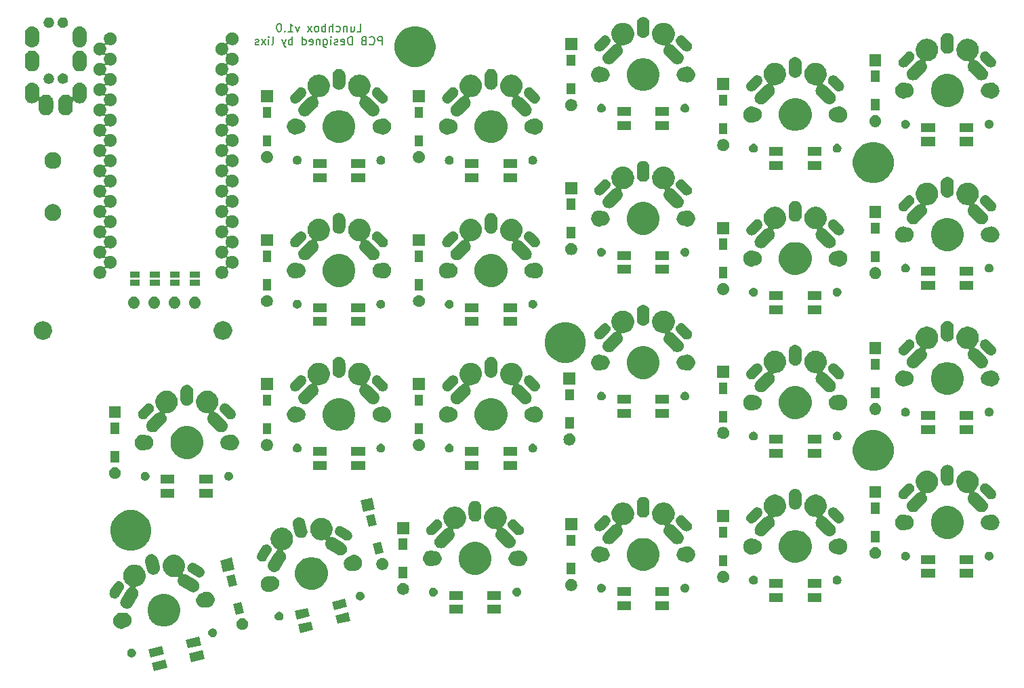
<source format=gbr>
G04 #@! TF.GenerationSoftware,KiCad,Pcbnew,(5.1.0)-1*
G04 #@! TF.CreationDate,2019-06-25T22:33:03+09:00*
G04 #@! TF.ProjectId,lunchbox52,6c756e63-6862-46f7-9835-322e6b696361,rev?*
G04 #@! TF.SameCoordinates,Original*
G04 #@! TF.FileFunction,Soldermask,Bot*
G04 #@! TF.FilePolarity,Negative*
%FSLAX46Y46*%
G04 Gerber Fmt 4.6, Leading zero omitted, Abs format (unit mm)*
G04 Created by KiCad (PCBNEW (5.1.0)-1) date 2019-06-25 22:33:03*
%MOMM*%
%LPD*%
G04 APERTURE LIST*
%ADD10C,0.150000*%
%ADD11C,0.100000*%
G04 APERTURE END LIST*
D10*
X135238095Y-73627380D02*
X135714285Y-73627380D01*
X135714285Y-72627380D01*
X134476190Y-72960714D02*
X134476190Y-73627380D01*
X134904761Y-72960714D02*
X134904761Y-73484523D01*
X134857142Y-73579761D01*
X134761904Y-73627380D01*
X134619047Y-73627380D01*
X134523809Y-73579761D01*
X134476190Y-73532142D01*
X134000000Y-72960714D02*
X134000000Y-73627380D01*
X134000000Y-73055952D02*
X133952380Y-73008333D01*
X133857142Y-72960714D01*
X133714285Y-72960714D01*
X133619047Y-73008333D01*
X133571428Y-73103571D01*
X133571428Y-73627380D01*
X132666666Y-73579761D02*
X132761904Y-73627380D01*
X132952380Y-73627380D01*
X133047619Y-73579761D01*
X133095238Y-73532142D01*
X133142857Y-73436904D01*
X133142857Y-73151190D01*
X133095238Y-73055952D01*
X133047619Y-73008333D01*
X132952380Y-72960714D01*
X132761904Y-72960714D01*
X132666666Y-73008333D01*
X132238095Y-73627380D02*
X132238095Y-72627380D01*
X131809523Y-73627380D02*
X131809523Y-73103571D01*
X131857142Y-73008333D01*
X131952380Y-72960714D01*
X132095238Y-72960714D01*
X132190476Y-73008333D01*
X132238095Y-73055952D01*
X131333333Y-73627380D02*
X131333333Y-72627380D01*
X131333333Y-73008333D02*
X131238095Y-72960714D01*
X131047619Y-72960714D01*
X130952380Y-73008333D01*
X130904761Y-73055952D01*
X130857142Y-73151190D01*
X130857142Y-73436904D01*
X130904761Y-73532142D01*
X130952380Y-73579761D01*
X131047619Y-73627380D01*
X131238095Y-73627380D01*
X131333333Y-73579761D01*
X130285714Y-73627380D02*
X130380952Y-73579761D01*
X130428571Y-73532142D01*
X130476190Y-73436904D01*
X130476190Y-73151190D01*
X130428571Y-73055952D01*
X130380952Y-73008333D01*
X130285714Y-72960714D01*
X130142857Y-72960714D01*
X130047619Y-73008333D01*
X130000000Y-73055952D01*
X129952380Y-73151190D01*
X129952380Y-73436904D01*
X130000000Y-73532142D01*
X130047619Y-73579761D01*
X130142857Y-73627380D01*
X130285714Y-73627380D01*
X129619047Y-73627380D02*
X129095238Y-72960714D01*
X129619047Y-72960714D02*
X129095238Y-73627380D01*
X128047619Y-72960714D02*
X127809523Y-73627380D01*
X127571428Y-72960714D01*
X126666666Y-73627380D02*
X127238095Y-73627380D01*
X126952380Y-73627380D02*
X126952380Y-72627380D01*
X127047619Y-72770238D01*
X127142857Y-72865476D01*
X127238095Y-72913095D01*
X126238095Y-73532142D02*
X126190476Y-73579761D01*
X126238095Y-73627380D01*
X126285714Y-73579761D01*
X126238095Y-73532142D01*
X126238095Y-73627380D01*
X125571428Y-72627380D02*
X125476190Y-72627380D01*
X125380952Y-72675000D01*
X125333333Y-72722619D01*
X125285714Y-72817857D01*
X125238095Y-73008333D01*
X125238095Y-73246428D01*
X125285714Y-73436904D01*
X125333333Y-73532142D01*
X125380952Y-73579761D01*
X125476190Y-73627380D01*
X125571428Y-73627380D01*
X125666666Y-73579761D01*
X125714285Y-73532142D01*
X125761904Y-73436904D01*
X125809523Y-73246428D01*
X125809523Y-73008333D01*
X125761904Y-72817857D01*
X125714285Y-72722619D01*
X125666666Y-72675000D01*
X125571428Y-72627380D01*
X138404761Y-75277380D02*
X138404761Y-74277380D01*
X138023809Y-74277380D01*
X137928571Y-74325000D01*
X137880952Y-74372619D01*
X137833333Y-74467857D01*
X137833333Y-74610714D01*
X137880952Y-74705952D01*
X137928571Y-74753571D01*
X138023809Y-74801190D01*
X138404761Y-74801190D01*
X136833333Y-75182142D02*
X136880952Y-75229761D01*
X137023809Y-75277380D01*
X137119047Y-75277380D01*
X137261904Y-75229761D01*
X137357142Y-75134523D01*
X137404761Y-75039285D01*
X137452380Y-74848809D01*
X137452380Y-74705952D01*
X137404761Y-74515476D01*
X137357142Y-74420238D01*
X137261904Y-74325000D01*
X137119047Y-74277380D01*
X137023809Y-74277380D01*
X136880952Y-74325000D01*
X136833333Y-74372619D01*
X136071428Y-74753571D02*
X135928571Y-74801190D01*
X135880952Y-74848809D01*
X135833333Y-74944047D01*
X135833333Y-75086904D01*
X135880952Y-75182142D01*
X135928571Y-75229761D01*
X136023809Y-75277380D01*
X136404761Y-75277380D01*
X136404761Y-74277380D01*
X136071428Y-74277380D01*
X135976190Y-74325000D01*
X135928571Y-74372619D01*
X135880952Y-74467857D01*
X135880952Y-74563095D01*
X135928571Y-74658333D01*
X135976190Y-74705952D01*
X136071428Y-74753571D01*
X136404761Y-74753571D01*
X134642857Y-75277380D02*
X134642857Y-74277380D01*
X134404761Y-74277380D01*
X134261904Y-74325000D01*
X134166666Y-74420238D01*
X134119047Y-74515476D01*
X134071428Y-74705952D01*
X134071428Y-74848809D01*
X134119047Y-75039285D01*
X134166666Y-75134523D01*
X134261904Y-75229761D01*
X134404761Y-75277380D01*
X134642857Y-75277380D01*
X133261904Y-75229761D02*
X133357142Y-75277380D01*
X133547619Y-75277380D01*
X133642857Y-75229761D01*
X133690476Y-75134523D01*
X133690476Y-74753571D01*
X133642857Y-74658333D01*
X133547619Y-74610714D01*
X133357142Y-74610714D01*
X133261904Y-74658333D01*
X133214285Y-74753571D01*
X133214285Y-74848809D01*
X133690476Y-74944047D01*
X132833333Y-75229761D02*
X132738095Y-75277380D01*
X132547619Y-75277380D01*
X132452380Y-75229761D01*
X132404761Y-75134523D01*
X132404761Y-75086904D01*
X132452380Y-74991666D01*
X132547619Y-74944047D01*
X132690476Y-74944047D01*
X132785714Y-74896428D01*
X132833333Y-74801190D01*
X132833333Y-74753571D01*
X132785714Y-74658333D01*
X132690476Y-74610714D01*
X132547619Y-74610714D01*
X132452380Y-74658333D01*
X131976190Y-75277380D02*
X131976190Y-74610714D01*
X131976190Y-74277380D02*
X132023809Y-74325000D01*
X131976190Y-74372619D01*
X131928571Y-74325000D01*
X131976190Y-74277380D01*
X131976190Y-74372619D01*
X131071428Y-74610714D02*
X131071428Y-75420238D01*
X131119047Y-75515476D01*
X131166666Y-75563095D01*
X131261904Y-75610714D01*
X131404761Y-75610714D01*
X131500000Y-75563095D01*
X131071428Y-75229761D02*
X131166666Y-75277380D01*
X131357142Y-75277380D01*
X131452380Y-75229761D01*
X131500000Y-75182142D01*
X131547619Y-75086904D01*
X131547619Y-74801190D01*
X131500000Y-74705952D01*
X131452380Y-74658333D01*
X131357142Y-74610714D01*
X131166666Y-74610714D01*
X131071428Y-74658333D01*
X130595238Y-74610714D02*
X130595238Y-75277380D01*
X130595238Y-74705952D02*
X130547619Y-74658333D01*
X130452380Y-74610714D01*
X130309523Y-74610714D01*
X130214285Y-74658333D01*
X130166666Y-74753571D01*
X130166666Y-75277380D01*
X129309523Y-75229761D02*
X129404761Y-75277380D01*
X129595238Y-75277380D01*
X129690476Y-75229761D01*
X129738095Y-75134523D01*
X129738095Y-74753571D01*
X129690476Y-74658333D01*
X129595238Y-74610714D01*
X129404761Y-74610714D01*
X129309523Y-74658333D01*
X129261904Y-74753571D01*
X129261904Y-74848809D01*
X129738095Y-74944047D01*
X128404761Y-75277380D02*
X128404761Y-74277380D01*
X128404761Y-75229761D02*
X128500000Y-75277380D01*
X128690476Y-75277380D01*
X128785714Y-75229761D01*
X128833333Y-75182142D01*
X128880952Y-75086904D01*
X128880952Y-74801190D01*
X128833333Y-74705952D01*
X128785714Y-74658333D01*
X128690476Y-74610714D01*
X128500000Y-74610714D01*
X128404761Y-74658333D01*
X127166666Y-75277380D02*
X127166666Y-74277380D01*
X127166666Y-74658333D02*
X127071428Y-74610714D01*
X126880952Y-74610714D01*
X126785714Y-74658333D01*
X126738095Y-74705952D01*
X126690476Y-74801190D01*
X126690476Y-75086904D01*
X126738095Y-75182142D01*
X126785714Y-75229761D01*
X126880952Y-75277380D01*
X127071428Y-75277380D01*
X127166666Y-75229761D01*
X126357142Y-74610714D02*
X126119047Y-75277380D01*
X125880952Y-74610714D02*
X126119047Y-75277380D01*
X126214285Y-75515476D01*
X126261904Y-75563095D01*
X126357142Y-75610714D01*
X124595238Y-75277380D02*
X124690476Y-75229761D01*
X124738095Y-75134523D01*
X124738095Y-74277380D01*
X124214285Y-75277380D02*
X124214285Y-74610714D01*
X124214285Y-74277380D02*
X124261904Y-74325000D01*
X124214285Y-74372619D01*
X124166666Y-74325000D01*
X124214285Y-74277380D01*
X124214285Y-74372619D01*
X123833333Y-75277380D02*
X123309523Y-74610714D01*
X123833333Y-74610714D02*
X123309523Y-75277380D01*
X122976190Y-75229761D02*
X122880952Y-75277380D01*
X122690476Y-75277380D01*
X122595238Y-75229761D01*
X122547619Y-75134523D01*
X122547619Y-75086904D01*
X122595238Y-74991666D01*
X122690476Y-74944047D01*
X122833333Y-74944047D01*
X122928571Y-74896428D01*
X122976190Y-74801190D01*
X122976190Y-74753571D01*
X122928571Y-74658333D01*
X122833333Y-74610714D01*
X122690476Y-74610714D01*
X122595238Y-74658333D01*
D11*
G36*
X111542560Y-153190777D02*
G01*
X109891116Y-153602528D01*
X109624518Y-152533263D01*
X111275962Y-152121512D01*
X111542560Y-153190777D01*
X111542560Y-153190777D01*
G37*
G36*
X116199979Y-152029552D02*
G01*
X114548535Y-152441303D01*
X114281937Y-151372038D01*
X115933381Y-150960287D01*
X116199979Y-152029552D01*
X116199979Y-152029552D01*
G37*
G36*
X111119197Y-151492760D02*
G01*
X109467753Y-151904511D01*
X109201155Y-150835246D01*
X110852599Y-150423495D01*
X111119197Y-151492760D01*
X111119197Y-151492760D01*
G37*
G36*
X107238977Y-150779630D02*
G01*
X107339251Y-150821165D01*
X107384068Y-150851111D01*
X107429498Y-150881466D01*
X107506246Y-150958214D01*
X107506247Y-150958216D01*
X107566547Y-151048461D01*
X107608082Y-151148735D01*
X107629256Y-151255186D01*
X107629256Y-151363726D01*
X107608082Y-151470177D01*
X107566547Y-151570451D01*
X107566546Y-151570452D01*
X107506246Y-151660698D01*
X107429498Y-151737446D01*
X107384068Y-151767801D01*
X107339251Y-151797747D01*
X107238977Y-151839282D01*
X107132526Y-151860456D01*
X107023986Y-151860456D01*
X106917535Y-151839282D01*
X106817261Y-151797747D01*
X106772444Y-151767801D01*
X106727014Y-151737446D01*
X106650266Y-151660698D01*
X106589966Y-151570452D01*
X106589965Y-151570451D01*
X106548430Y-151470177D01*
X106527256Y-151363726D01*
X106527256Y-151255186D01*
X106548430Y-151148735D01*
X106589965Y-151048461D01*
X106650265Y-150958216D01*
X106650266Y-150958214D01*
X106727014Y-150881466D01*
X106772444Y-150851111D01*
X106817261Y-150821165D01*
X106917535Y-150779630D01*
X107023986Y-150758456D01*
X107132526Y-150758456D01*
X107238977Y-150779630D01*
X107238977Y-150779630D01*
G37*
G36*
X115776616Y-150331535D02*
G01*
X114125172Y-150743286D01*
X113858574Y-149674021D01*
X115510018Y-149262270D01*
X115776616Y-150331535D01*
X115776616Y-150331535D01*
G37*
G36*
X117368865Y-148253966D02*
G01*
X117469139Y-148295501D01*
X117469140Y-148295502D01*
X117559386Y-148355802D01*
X117636134Y-148432550D01*
X117636135Y-148432552D01*
X117696435Y-148522797D01*
X117737970Y-148623071D01*
X117759144Y-148729522D01*
X117759144Y-148838062D01*
X117737970Y-148944513D01*
X117696435Y-149044787D01*
X117696434Y-149044788D01*
X117636134Y-149135034D01*
X117559386Y-149211782D01*
X117513956Y-149242137D01*
X117469139Y-149272083D01*
X117368865Y-149313618D01*
X117262414Y-149334792D01*
X117153874Y-149334792D01*
X117047423Y-149313618D01*
X116947149Y-149272083D01*
X116902332Y-149242137D01*
X116856902Y-149211782D01*
X116780154Y-149135034D01*
X116719854Y-149044788D01*
X116719853Y-149044787D01*
X116678318Y-148944513D01*
X116657144Y-148838062D01*
X116657144Y-148729522D01*
X116678318Y-148623071D01*
X116719853Y-148522797D01*
X116780153Y-148432552D01*
X116780154Y-148432550D01*
X116856902Y-148355802D01*
X116947148Y-148295502D01*
X116947149Y-148295501D01*
X117047423Y-148253966D01*
X117153874Y-148232792D01*
X117262414Y-148232792D01*
X117368865Y-148253966D01*
X117368865Y-148253966D01*
G37*
G36*
X129792560Y-148440777D02*
G01*
X128141116Y-148852528D01*
X127874518Y-147783263D01*
X129525962Y-147371512D01*
X129792560Y-148440777D01*
X129792560Y-148440777D01*
G37*
G36*
X121016147Y-146951426D02*
G01*
X121140343Y-146976129D01*
X121276744Y-147032628D01*
X121399501Y-147114652D01*
X121503897Y-147219048D01*
X121585921Y-147341805D01*
X121642420Y-147478206D01*
X121671222Y-147623008D01*
X121671222Y-147770646D01*
X121642420Y-147915448D01*
X121585921Y-148051849D01*
X121503897Y-148174606D01*
X121399501Y-148279002D01*
X121276744Y-148361026D01*
X121140343Y-148417525D01*
X121016147Y-148442228D01*
X120995542Y-148446327D01*
X120847902Y-148446327D01*
X120827297Y-148442228D01*
X120703101Y-148417525D01*
X120566700Y-148361026D01*
X120443943Y-148279002D01*
X120339547Y-148174606D01*
X120257523Y-148051849D01*
X120201024Y-147915448D01*
X120172222Y-147770646D01*
X120172222Y-147623008D01*
X120201024Y-147478206D01*
X120257523Y-147341805D01*
X120339547Y-147219048D01*
X120443943Y-147114652D01*
X120566700Y-147032628D01*
X120703101Y-146976129D01*
X120827297Y-146951426D01*
X120847902Y-146947327D01*
X120995542Y-146947327D01*
X121016147Y-146951426D01*
X121016147Y-146951426D01*
G37*
G36*
X106311538Y-146304272D02*
G01*
X106460838Y-146333969D01*
X106624810Y-146401889D01*
X106772380Y-146500492D01*
X106897879Y-146625991D01*
X106996482Y-146773561D01*
X107064402Y-146937533D01*
X107099026Y-147111604D01*
X107099026Y-147289086D01*
X107064402Y-147463157D01*
X106996482Y-147627129D01*
X106897879Y-147774699D01*
X106772380Y-147900198D01*
X106624810Y-147998801D01*
X106460838Y-148066721D01*
X106460833Y-148066722D01*
X106455493Y-148068934D01*
X106443062Y-148072705D01*
X106421455Y-148084254D01*
X106264653Y-148189026D01*
X106082483Y-148264484D01*
X106009496Y-148279002D01*
X105889093Y-148302952D01*
X105691911Y-148302952D01*
X105571508Y-148279002D01*
X105498521Y-148264484D01*
X105316351Y-148189026D01*
X105152402Y-148079479D01*
X105012975Y-147940052D01*
X104903428Y-147776103D01*
X104901168Y-147770646D01*
X104868302Y-147691303D01*
X104827970Y-147593933D01*
X104789502Y-147400542D01*
X104789502Y-147203362D01*
X104801921Y-147140930D01*
X104827970Y-147009972D01*
X104842897Y-146973936D01*
X104903428Y-146827801D01*
X105012975Y-146663852D01*
X105152402Y-146524425D01*
X105316351Y-146414878D01*
X105498521Y-146339420D01*
X105610243Y-146317197D01*
X105691911Y-146300952D01*
X105889093Y-146300952D01*
X105970763Y-146317197D01*
X105995149Y-146319599D01*
X106019535Y-146317197D01*
X106109284Y-146299345D01*
X106286768Y-146299345D01*
X106311538Y-146304272D01*
X106311538Y-146304272D01*
G37*
G36*
X111725382Y-143999200D02*
G01*
X112098639Y-144153808D01*
X112098641Y-144153809D01*
X112434564Y-144378266D01*
X112720244Y-144663946D01*
X112855750Y-144866744D01*
X112944702Y-144999871D01*
X113099310Y-145373128D01*
X113178128Y-145769375D01*
X113178128Y-146173389D01*
X113099310Y-146569636D01*
X112992374Y-146827803D01*
X112944701Y-146942895D01*
X112720244Y-147278818D01*
X112434564Y-147564498D01*
X112098641Y-147788955D01*
X112098640Y-147788956D01*
X112098639Y-147788956D01*
X111725382Y-147943564D01*
X111329135Y-148022382D01*
X110925121Y-148022382D01*
X110528874Y-147943564D01*
X110155617Y-147788956D01*
X110155616Y-147788956D01*
X110155615Y-147788955D01*
X109819692Y-147564498D01*
X109534012Y-147278818D01*
X109309555Y-146942895D01*
X109261882Y-146827803D01*
X109154946Y-146569636D01*
X109076128Y-146173389D01*
X109076128Y-145769375D01*
X109154946Y-145373128D01*
X109309554Y-144999871D01*
X109398507Y-144866744D01*
X109534012Y-144663946D01*
X109819692Y-144378266D01*
X110155615Y-144153809D01*
X110155617Y-144153808D01*
X110528874Y-143999200D01*
X110925121Y-143920382D01*
X111329135Y-143920382D01*
X111725382Y-143999200D01*
X111725382Y-143999200D01*
G37*
G36*
X134449979Y-147279552D02*
G01*
X132798535Y-147691303D01*
X132531937Y-146622038D01*
X134183381Y-146210287D01*
X134449979Y-147279552D01*
X134449979Y-147279552D01*
G37*
G36*
X125674595Y-146183114D02*
G01*
X125774869Y-146224649D01*
X125774870Y-146224650D01*
X125865116Y-146284950D01*
X125941864Y-146361698D01*
X125941865Y-146361700D01*
X126002165Y-146451945D01*
X126043700Y-146552219D01*
X126064874Y-146658670D01*
X126064874Y-146767210D01*
X126043700Y-146873661D01*
X126002165Y-146973935D01*
X126002164Y-146973936D01*
X125941864Y-147064182D01*
X125865116Y-147140930D01*
X125844790Y-147154511D01*
X125774869Y-147201231D01*
X125674595Y-147242766D01*
X125568144Y-147263940D01*
X125459604Y-147263940D01*
X125353153Y-147242766D01*
X125252879Y-147201231D01*
X125182958Y-147154511D01*
X125162632Y-147140930D01*
X125085884Y-147064182D01*
X125025584Y-146973936D01*
X125025583Y-146973935D01*
X124984048Y-146873661D01*
X124962874Y-146767210D01*
X124962874Y-146658670D01*
X124984048Y-146552219D01*
X125025583Y-146451945D01*
X125085883Y-146361700D01*
X125085884Y-146361698D01*
X125162632Y-146284950D01*
X125252878Y-146224650D01*
X125252879Y-146224649D01*
X125353153Y-146183114D01*
X125459604Y-146161940D01*
X125568144Y-146161940D01*
X125674595Y-146183114D01*
X125674595Y-146183114D01*
G37*
G36*
X129369197Y-146742760D02*
G01*
X127717753Y-147154511D01*
X127451155Y-146085246D01*
X129102599Y-145673495D01*
X129369197Y-146742760D01*
X129369197Y-146742760D01*
G37*
G36*
X121109374Y-146275201D02*
G01*
X120088623Y-146529703D01*
X119749448Y-145169349D01*
X120770199Y-144914847D01*
X121109374Y-146275201D01*
X121109374Y-146275201D01*
G37*
G36*
X148451000Y-146426000D02*
G01*
X146749000Y-146426000D01*
X146749000Y-145324000D01*
X148451000Y-145324000D01*
X148451000Y-146426000D01*
X148451000Y-146426000D01*
G37*
G36*
X153251000Y-146426000D02*
G01*
X151549000Y-146426000D01*
X151549000Y-145324000D01*
X153251000Y-145324000D01*
X153251000Y-146426000D01*
X153251000Y-146426000D01*
G37*
G36*
X134026616Y-145581535D02*
G01*
X132375172Y-145993286D01*
X132108574Y-144924021D01*
X133760018Y-144512270D01*
X134026616Y-145581535D01*
X134026616Y-145581535D01*
G37*
G36*
X169451000Y-145926000D02*
G01*
X167749000Y-145926000D01*
X167749000Y-144824000D01*
X169451000Y-144824000D01*
X169451000Y-145926000D01*
X169451000Y-145926000D01*
G37*
G36*
X174251000Y-145926000D02*
G01*
X172549000Y-145926000D01*
X172549000Y-144824000D01*
X174251000Y-144824000D01*
X174251000Y-145926000D01*
X174251000Y-145926000D01*
G37*
G36*
X107742789Y-140289812D02*
G01*
X107842271Y-140309600D01*
X107906672Y-140336276D01*
X108097235Y-140415210D01*
X108097591Y-140415448D01*
X108326700Y-140568533D01*
X108521842Y-140763675D01*
X108624289Y-140916998D01*
X108675165Y-140993140D01*
X108737029Y-141142494D01*
X108780775Y-141248104D01*
X108790618Y-141297588D01*
X108834614Y-141518773D01*
X108834614Y-141794749D01*
X108820771Y-141864342D01*
X108780775Y-142065418D01*
X108739517Y-142165022D01*
X108675165Y-142320382D01*
X108657794Y-142346379D01*
X108521842Y-142549847D01*
X108326700Y-142744989D01*
X108198497Y-142830651D01*
X108097235Y-142898312D01*
X107998993Y-142939005D01*
X107842271Y-143003922D01*
X107810447Y-143010252D01*
X107711367Y-143029960D01*
X107687918Y-143037073D01*
X107666307Y-143048624D01*
X107647366Y-143064169D01*
X107631820Y-143083111D01*
X107620269Y-143104722D01*
X107613156Y-143128171D01*
X107610754Y-143152557D01*
X107613156Y-143176943D01*
X107620269Y-143200392D01*
X107631820Y-143222003D01*
X107647365Y-143240944D01*
X107661181Y-143252875D01*
X107691767Y-143275612D01*
X107797599Y-143392635D01*
X107878567Y-143528058D01*
X107878568Y-143528060D01*
X107931562Y-143676677D01*
X107954543Y-143832778D01*
X107946629Y-143990363D01*
X107908124Y-144143376D01*
X107857450Y-144250215D01*
X107147371Y-145431982D01*
X107076828Y-145526883D01*
X107016396Y-145581535D01*
X106959801Y-145632718D01*
X106888038Y-145675624D01*
X106824379Y-145713685D01*
X106675761Y-145766679D01*
X106573417Y-145781746D01*
X106519663Y-145789660D01*
X106519661Y-145789660D01*
X106362077Y-145781746D01*
X106209064Y-145743241D01*
X106066504Y-145675624D01*
X105939874Y-145581495D01*
X105834041Y-145464470D01*
X105834039Y-145464468D01*
X105753073Y-145329048D01*
X105748696Y-145316773D01*
X105700078Y-145180428D01*
X105677097Y-145024328D01*
X105685011Y-144866744D01*
X105723516Y-144713731D01*
X105774190Y-144606892D01*
X106484268Y-143425123D01*
X106554811Y-143330223D01*
X106671836Y-143224390D01*
X106671835Y-143224390D01*
X106671838Y-143224388D01*
X106814310Y-143139205D01*
X106821663Y-143135738D01*
X106841362Y-143121164D01*
X106857839Y-143103027D01*
X106870462Y-143082024D01*
X106878744Y-143058962D01*
X106882368Y-143034728D01*
X106881195Y-143010252D01*
X106875269Y-142986475D01*
X106864818Y-142964311D01*
X106850244Y-142944612D01*
X106832107Y-142928135D01*
X106805363Y-142912963D01*
X106769992Y-142898311D01*
X106722593Y-142866640D01*
X106540528Y-142744989D01*
X106345386Y-142549847D01*
X106209434Y-142346379D01*
X106192063Y-142320382D01*
X106127711Y-142165022D01*
X106086453Y-142065418D01*
X106046457Y-141864342D01*
X106032614Y-141794749D01*
X106032614Y-141518773D01*
X106076610Y-141297588D01*
X106086453Y-141248104D01*
X106130199Y-141142494D01*
X106192063Y-140993140D01*
X106242939Y-140916998D01*
X106345386Y-140763675D01*
X106540528Y-140568533D01*
X106769637Y-140415448D01*
X106769993Y-140415210D01*
X106960556Y-140336276D01*
X107024957Y-140309600D01*
X107124439Y-140289812D01*
X107295626Y-140255761D01*
X107571602Y-140255761D01*
X107742789Y-140289812D01*
X107742789Y-140289812D01*
G37*
G36*
X116592096Y-143645730D02*
G01*
X116755735Y-143678280D01*
X116846598Y-143715917D01*
X116935943Y-143752925D01*
X116937905Y-143753738D01*
X117101854Y-143863285D01*
X117241281Y-144002712D01*
X117350828Y-144166661D01*
X117350829Y-144166663D01*
X117359787Y-144188290D01*
X117426286Y-144348831D01*
X117464754Y-144542222D01*
X117464754Y-144739402D01*
X117426286Y-144932793D01*
X117350828Y-145114963D01*
X117241281Y-145278912D01*
X117101854Y-145418339D01*
X116937905Y-145527886D01*
X116755735Y-145603344D01*
X116562345Y-145641812D01*
X116365163Y-145641812D01*
X116283493Y-145625567D01*
X116259107Y-145623165D01*
X116234721Y-145625567D01*
X116144972Y-145643419D01*
X115967488Y-145643419D01*
X115942718Y-145638492D01*
X115793418Y-145608795D01*
X115629446Y-145540875D01*
X115481876Y-145442272D01*
X115356377Y-145316773D01*
X115257774Y-145169203D01*
X115189854Y-145005231D01*
X115155230Y-144831160D01*
X115155230Y-144653678D01*
X115189854Y-144479607D01*
X115257774Y-144315635D01*
X115356377Y-144168065D01*
X115481876Y-144042566D01*
X115629446Y-143943963D01*
X115793418Y-143876043D01*
X115793423Y-143876042D01*
X115798763Y-143873830D01*
X115811194Y-143870059D01*
X115832802Y-143858509D01*
X115871313Y-143832777D01*
X115989603Y-143753738D01*
X115991566Y-143752925D01*
X116080910Y-143715917D01*
X116171773Y-143678280D01*
X116335412Y-143645730D01*
X116365163Y-143639812D01*
X116562345Y-143639812D01*
X116592096Y-143645730D01*
X116592096Y-143645730D01*
G37*
G36*
X188451000Y-144926000D02*
G01*
X186749000Y-144926000D01*
X186749000Y-143824000D01*
X188451000Y-143824000D01*
X188451000Y-144926000D01*
X188451000Y-144926000D01*
G37*
G36*
X193251000Y-144926000D02*
G01*
X191549000Y-144926000D01*
X191549000Y-143824000D01*
X193251000Y-143824000D01*
X193251000Y-144926000D01*
X193251000Y-144926000D01*
G37*
G36*
X135804483Y-143657450D02*
G01*
X135904757Y-143698985D01*
X135949574Y-143728931D01*
X135995004Y-143759286D01*
X136071752Y-143836034D01*
X136071753Y-143836036D01*
X136132053Y-143926281D01*
X136173588Y-144026555D01*
X136194762Y-144133006D01*
X136194762Y-144241546D01*
X136173588Y-144347997D01*
X136132053Y-144448271D01*
X136132052Y-144448272D01*
X136071752Y-144538518D01*
X135995004Y-144615266D01*
X135949574Y-144645621D01*
X135904757Y-144675567D01*
X135804483Y-144717102D01*
X135698032Y-144738276D01*
X135589492Y-144738276D01*
X135483041Y-144717102D01*
X135382767Y-144675567D01*
X135337950Y-144645621D01*
X135292520Y-144615266D01*
X135215772Y-144538518D01*
X135155472Y-144448272D01*
X135155471Y-144448271D01*
X135113936Y-144347997D01*
X135092762Y-144241546D01*
X135092762Y-144133006D01*
X135113936Y-144026555D01*
X135155471Y-143926281D01*
X135215771Y-143836036D01*
X135215772Y-143836034D01*
X135292520Y-143759286D01*
X135337950Y-143728931D01*
X135382767Y-143698985D01*
X135483041Y-143657450D01*
X135589492Y-143636276D01*
X135698032Y-143636276D01*
X135804483Y-143657450D01*
X135804483Y-143657450D01*
G37*
G36*
X148451000Y-144676000D02*
G01*
X146749000Y-144676000D01*
X146749000Y-143574000D01*
X148451000Y-143574000D01*
X148451000Y-144676000D01*
X148451000Y-144676000D01*
G37*
G36*
X153251000Y-144676000D02*
G01*
X151549000Y-144676000D01*
X151549000Y-143574000D01*
X153251000Y-143574000D01*
X153251000Y-144676000D01*
X153251000Y-144676000D01*
G37*
G36*
X105589332Y-142345482D02*
G01*
X105713691Y-142376777D01*
X105755006Y-142396373D01*
X105829556Y-142431731D01*
X105886686Y-142474199D01*
X105932471Y-142508233D01*
X105972611Y-142552618D01*
X106018487Y-142603345D01*
X106084292Y-142713405D01*
X106127361Y-142834192D01*
X106145144Y-142954981D01*
X106146039Y-142961061D01*
X106139607Y-143089135D01*
X106108312Y-143213494D01*
X106088972Y-143254269D01*
X106067125Y-143300332D01*
X105795179Y-143752925D01*
X105519153Y-144212309D01*
X105461818Y-144289441D01*
X105366708Y-144375456D01*
X105256644Y-144441262D01*
X105189706Y-144465130D01*
X105135856Y-144484332D01*
X105008992Y-144503010D01*
X104880917Y-144496578D01*
X104813480Y-144479607D01*
X104756558Y-144465283D01*
X104720690Y-144448271D01*
X104640695Y-144410330D01*
X104537778Y-144333827D01*
X104521326Y-144315635D01*
X104451763Y-144238717D01*
X104385957Y-144128653D01*
X104351029Y-144030698D01*
X104342887Y-144007865D01*
X104324209Y-143881001D01*
X104330641Y-143752926D01*
X104361936Y-143628567D01*
X104362210Y-143627990D01*
X104403122Y-143541731D01*
X104951095Y-142629750D01*
X105008429Y-142552618D01*
X105103540Y-142466604D01*
X105103541Y-142466603D01*
X105213604Y-142400797D01*
X105334389Y-142357728D01*
X105461255Y-142339050D01*
X105461257Y-142339050D01*
X105589332Y-142345482D01*
X105589332Y-142345482D01*
G37*
G36*
X155380721Y-143170174D02*
G01*
X155480995Y-143211709D01*
X155496401Y-143222003D01*
X155571242Y-143272010D01*
X155647990Y-143348758D01*
X155677000Y-143392175D01*
X155708291Y-143439005D01*
X155749826Y-143539279D01*
X155771000Y-143645730D01*
X155771000Y-143754270D01*
X155749826Y-143860721D01*
X155708291Y-143960995D01*
X155688668Y-143990363D01*
X155647990Y-144051242D01*
X155571242Y-144127990D01*
X155548215Y-144143376D01*
X155480995Y-144188291D01*
X155380721Y-144229826D01*
X155274270Y-144251000D01*
X155165730Y-144251000D01*
X155059279Y-144229826D01*
X154959005Y-144188291D01*
X154891785Y-144143376D01*
X154868758Y-144127990D01*
X154792010Y-144051242D01*
X154751332Y-143990363D01*
X154731709Y-143960995D01*
X154690174Y-143860721D01*
X154669000Y-143754270D01*
X154669000Y-143645730D01*
X154690174Y-143539279D01*
X154731709Y-143439005D01*
X154763000Y-143392175D01*
X154792010Y-143348758D01*
X154868758Y-143272010D01*
X154943599Y-143222003D01*
X154959005Y-143211709D01*
X155059279Y-143170174D01*
X155165730Y-143149000D01*
X155274270Y-143149000D01*
X155380721Y-143170174D01*
X155380721Y-143170174D01*
G37*
G36*
X144940721Y-143170174D02*
G01*
X145040995Y-143211709D01*
X145056401Y-143222003D01*
X145131242Y-143272010D01*
X145207990Y-143348758D01*
X145237000Y-143392175D01*
X145268291Y-143439005D01*
X145309826Y-143539279D01*
X145331000Y-143645730D01*
X145331000Y-143754270D01*
X145309826Y-143860721D01*
X145268291Y-143960995D01*
X145248668Y-143990363D01*
X145207990Y-144051242D01*
X145131242Y-144127990D01*
X145108215Y-144143376D01*
X145040995Y-144188291D01*
X144940721Y-144229826D01*
X144834270Y-144251000D01*
X144725730Y-144251000D01*
X144619279Y-144229826D01*
X144519005Y-144188291D01*
X144451785Y-144143376D01*
X144428758Y-144127990D01*
X144352010Y-144051242D01*
X144311332Y-143990363D01*
X144291709Y-143960995D01*
X144250174Y-143860721D01*
X144229000Y-143754270D01*
X144229000Y-143645730D01*
X144250174Y-143539279D01*
X144291709Y-143439005D01*
X144323000Y-143392175D01*
X144352010Y-143348758D01*
X144428758Y-143272010D01*
X144503599Y-143222003D01*
X144519005Y-143211709D01*
X144619279Y-143170174D01*
X144725730Y-143149000D01*
X144834270Y-143149000D01*
X144940721Y-143170174D01*
X144940721Y-143170174D01*
G37*
G36*
X169451000Y-144176000D02*
G01*
X167749000Y-144176000D01*
X167749000Y-143074000D01*
X169451000Y-143074000D01*
X169451000Y-144176000D01*
X169451000Y-144176000D01*
G37*
G36*
X174251000Y-144176000D02*
G01*
X172549000Y-144176000D01*
X172549000Y-143074000D01*
X174251000Y-143074000D01*
X174251000Y-144176000D01*
X174251000Y-144176000D01*
G37*
G36*
X141094425Y-142564599D02*
G01*
X141218621Y-142589302D01*
X141355022Y-142645801D01*
X141477779Y-142727825D01*
X141582175Y-142832221D01*
X141664199Y-142954978D01*
X141720698Y-143091379D01*
X141742381Y-143200392D01*
X141749500Y-143236180D01*
X141749500Y-143383820D01*
X141747746Y-143392636D01*
X141720698Y-143528621D01*
X141664199Y-143665022D01*
X141582175Y-143787779D01*
X141477779Y-143892175D01*
X141355022Y-143974199D01*
X141218621Y-144030698D01*
X141094425Y-144055401D01*
X141073820Y-144059500D01*
X140926180Y-144059500D01*
X140905575Y-144055401D01*
X140781379Y-144030698D01*
X140644978Y-143974199D01*
X140522221Y-143892175D01*
X140417825Y-143787779D01*
X140335801Y-143665022D01*
X140279302Y-143528621D01*
X140252254Y-143392636D01*
X140250500Y-143383820D01*
X140250500Y-143236180D01*
X140257619Y-143200392D01*
X140279302Y-143091379D01*
X140335801Y-142954978D01*
X140417825Y-142832221D01*
X140522221Y-142727825D01*
X140644978Y-142645801D01*
X140781379Y-142589302D01*
X140905575Y-142564599D01*
X140926180Y-142560500D01*
X141073820Y-142560500D01*
X141094425Y-142564599D01*
X141094425Y-142564599D01*
G37*
G36*
X176380721Y-142670174D02*
G01*
X176480995Y-142711709D01*
X176505114Y-142727825D01*
X176571242Y-142772010D01*
X176647990Y-142848758D01*
X176678345Y-142894188D01*
X176708291Y-142939005D01*
X176749826Y-143039279D01*
X176771000Y-143145730D01*
X176771000Y-143254270D01*
X176749826Y-143360721D01*
X176708291Y-143460995D01*
X176693612Y-143482963D01*
X176647990Y-143551242D01*
X176571242Y-143627990D01*
X176541512Y-143647855D01*
X176480995Y-143688291D01*
X176380721Y-143729826D01*
X176274270Y-143751000D01*
X176165730Y-143751000D01*
X176059279Y-143729826D01*
X175959005Y-143688291D01*
X175898488Y-143647855D01*
X175868758Y-143627990D01*
X175792010Y-143551242D01*
X175746388Y-143482963D01*
X175731709Y-143460995D01*
X175690174Y-143360721D01*
X175669000Y-143254270D01*
X175669000Y-143145730D01*
X175690174Y-143039279D01*
X175731709Y-142939005D01*
X175761655Y-142894188D01*
X175792010Y-142848758D01*
X175868758Y-142772010D01*
X175934886Y-142727825D01*
X175959005Y-142711709D01*
X176059279Y-142670174D01*
X176165730Y-142649000D01*
X176274270Y-142649000D01*
X176380721Y-142670174D01*
X176380721Y-142670174D01*
G37*
G36*
X165940721Y-142670174D02*
G01*
X166040995Y-142711709D01*
X166065114Y-142727825D01*
X166131242Y-142772010D01*
X166207990Y-142848758D01*
X166238345Y-142894188D01*
X166268291Y-142939005D01*
X166309826Y-143039279D01*
X166331000Y-143145730D01*
X166331000Y-143254270D01*
X166309826Y-143360721D01*
X166268291Y-143460995D01*
X166253612Y-143482963D01*
X166207990Y-143551242D01*
X166131242Y-143627990D01*
X166101512Y-143647855D01*
X166040995Y-143688291D01*
X165940721Y-143729826D01*
X165834270Y-143751000D01*
X165725730Y-143751000D01*
X165619279Y-143729826D01*
X165519005Y-143688291D01*
X165458488Y-143647855D01*
X165428758Y-143627990D01*
X165352010Y-143551242D01*
X165306388Y-143482963D01*
X165291709Y-143460995D01*
X165250174Y-143360721D01*
X165229000Y-143254270D01*
X165229000Y-143145730D01*
X165250174Y-143039279D01*
X165291709Y-142939005D01*
X165321655Y-142894188D01*
X165352010Y-142848758D01*
X165428758Y-142772010D01*
X165494886Y-142727825D01*
X165519005Y-142711709D01*
X165619279Y-142670174D01*
X165725730Y-142649000D01*
X165834270Y-142649000D01*
X165940721Y-142670174D01*
X165940721Y-142670174D01*
G37*
G36*
X112624080Y-139051339D02*
G01*
X112771373Y-139080637D01*
X112828582Y-139104334D01*
X113026337Y-139186247D01*
X113026338Y-139186248D01*
X113255802Y-139339570D01*
X113450944Y-139534712D01*
X113520025Y-139638100D01*
X113604267Y-139764177D01*
X113655480Y-139887816D01*
X113709877Y-140019141D01*
X113726808Y-140104260D01*
X113763716Y-140289810D01*
X113763716Y-140565786D01*
X113743106Y-140669398D01*
X113709877Y-140836455D01*
X113670339Y-140931907D01*
X113604267Y-141091419D01*
X113604266Y-141091420D01*
X113496614Y-141252534D01*
X113485066Y-141274139D01*
X113477953Y-141297588D01*
X113475551Y-141321974D01*
X113477953Y-141346360D01*
X113485066Y-141369809D01*
X113496617Y-141391419D01*
X113512162Y-141410361D01*
X113531104Y-141425907D01*
X113552715Y-141437458D01*
X113576164Y-141444571D01*
X113600550Y-141446973D01*
X113610660Y-141446233D01*
X113613695Y-141446385D01*
X113613698Y-141446385D01*
X113771282Y-141454299D01*
X113924295Y-141492804D01*
X114031134Y-141543478D01*
X115212903Y-142253556D01*
X115307803Y-142324099D01*
X115388613Y-142413455D01*
X115413638Y-142441126D01*
X115494604Y-142576545D01*
X115512948Y-142627990D01*
X115547599Y-142725166D01*
X115570580Y-142881266D01*
X115562666Y-143038851D01*
X115524161Y-143191864D01*
X115524159Y-143191868D01*
X115456546Y-143334423D01*
X115389713Y-143424330D01*
X115362415Y-143461054D01*
X115362413Y-143461055D01*
X115362413Y-143461056D01*
X115245391Y-143566887D01*
X115142228Y-143628567D01*
X115109966Y-143647856D01*
X114961349Y-143700850D01*
X114825281Y-143720882D01*
X114805249Y-143723831D01*
X114805248Y-143723831D01*
X114647663Y-143715917D01*
X114494650Y-143677412D01*
X114387811Y-143626738D01*
X113206044Y-142916659D01*
X113111143Y-142846116D01*
X113005310Y-142729091D01*
X113005308Y-142729089D01*
X112924342Y-142593669D01*
X112918236Y-142576545D01*
X112871347Y-142445049D01*
X112852994Y-142320383D01*
X112848366Y-142288951D01*
X112850108Y-142254269D01*
X112856280Y-142131365D01*
X112894785Y-141978352D01*
X112907596Y-141951342D01*
X112915877Y-141928280D01*
X112919499Y-141904045D01*
X112918323Y-141879569D01*
X112912395Y-141855793D01*
X112901942Y-141833630D01*
X112887367Y-141813932D01*
X112869228Y-141797456D01*
X112848224Y-141784836D01*
X112825162Y-141776555D01*
X112800927Y-141772933D01*
X112770273Y-141775178D01*
X112721717Y-141784836D01*
X112500704Y-141828798D01*
X112224728Y-141828798D01*
X112003715Y-141784836D01*
X111954059Y-141774959D01*
X111828820Y-141723083D01*
X111699095Y-141669349D01*
X111582406Y-141591380D01*
X111469630Y-141516026D01*
X111274488Y-141320884D01*
X111121166Y-141091420D01*
X111121165Y-141091419D01*
X111055093Y-140931907D01*
X111015555Y-140836455D01*
X110982326Y-140669398D01*
X110961716Y-140565786D01*
X110961716Y-140289810D01*
X110998624Y-140104260D01*
X111015555Y-140019141D01*
X111069952Y-139887816D01*
X111121165Y-139764177D01*
X111205407Y-139638100D01*
X111274488Y-139534712D01*
X111469630Y-139339570D01*
X111699094Y-139186248D01*
X111699095Y-139186247D01*
X111896850Y-139104334D01*
X111954059Y-139080637D01*
X112101352Y-139051339D01*
X112224728Y-139026798D01*
X112500704Y-139026798D01*
X112624080Y-139051339D01*
X112624080Y-139051339D01*
G37*
G36*
X124747156Y-141707756D02*
G01*
X124896456Y-141737453D01*
X125060428Y-141805373D01*
X125207998Y-141903976D01*
X125333497Y-142029475D01*
X125432100Y-142177045D01*
X125500020Y-142341017D01*
X125525000Y-142466603D01*
X125533281Y-142508233D01*
X125534644Y-142515088D01*
X125534644Y-142692570D01*
X125500020Y-142866641D01*
X125432100Y-143030613D01*
X125333497Y-143178183D01*
X125207998Y-143303682D01*
X125060428Y-143402285D01*
X124896456Y-143470205D01*
X124896451Y-143470206D01*
X124891111Y-143472418D01*
X124878680Y-143476189D01*
X124857073Y-143487738D01*
X124700271Y-143592510D01*
X124518101Y-143667968D01*
X124466259Y-143678280D01*
X124324711Y-143706436D01*
X124127529Y-143706436D01*
X123985981Y-143678280D01*
X123934139Y-143667968D01*
X123751969Y-143592510D01*
X123588020Y-143482963D01*
X123448593Y-143343536D01*
X123339046Y-143179587D01*
X123263588Y-142997417D01*
X123233492Y-142846116D01*
X123225120Y-142804027D01*
X123225120Y-142606845D01*
X123253016Y-142466603D01*
X123263588Y-142413455D01*
X123329526Y-142254269D01*
X123339045Y-142231287D01*
X123375288Y-142177045D01*
X123448593Y-142067336D01*
X123588020Y-141927909D01*
X123751969Y-141818362D01*
X123790034Y-141802595D01*
X123852899Y-141776555D01*
X123934139Y-141742904D01*
X124090966Y-141711709D01*
X124127529Y-141704436D01*
X124324711Y-141704436D01*
X124406381Y-141720681D01*
X124430767Y-141723083D01*
X124455153Y-141720681D01*
X124544902Y-141702829D01*
X124722386Y-141702829D01*
X124747156Y-141707756D01*
X124747156Y-141707756D01*
G37*
G36*
X162094425Y-142064599D02*
G01*
X162218621Y-142089302D01*
X162355022Y-142145801D01*
X162477779Y-142227825D01*
X162582175Y-142332221D01*
X162664199Y-142454978D01*
X162720698Y-142591379D01*
X162744632Y-142711709D01*
X162749500Y-142736180D01*
X162749500Y-142883820D01*
X162746617Y-142898312D01*
X162720698Y-143028621D01*
X162664199Y-143165022D01*
X162582175Y-143287779D01*
X162477779Y-143392175D01*
X162355022Y-143474199D01*
X162218621Y-143530698D01*
X162094425Y-143555401D01*
X162073820Y-143559500D01*
X161926180Y-143559500D01*
X161905575Y-143555401D01*
X161781379Y-143530698D01*
X161644978Y-143474199D01*
X161522221Y-143392175D01*
X161417825Y-143287779D01*
X161335801Y-143165022D01*
X161279302Y-143028621D01*
X161253383Y-142898312D01*
X161250500Y-142883820D01*
X161250500Y-142736180D01*
X161255368Y-142711709D01*
X161279302Y-142591379D01*
X161335801Y-142454978D01*
X161417825Y-142332221D01*
X161522221Y-142227825D01*
X161644978Y-142145801D01*
X161781379Y-142089302D01*
X161905575Y-142064599D01*
X161926180Y-142060500D01*
X162073820Y-142060500D01*
X162094425Y-142064599D01*
X162094425Y-142064599D01*
G37*
G36*
X130161000Y-139402684D02*
G01*
X130519646Y-139551240D01*
X130534259Y-139557293D01*
X130870182Y-139781750D01*
X131155862Y-140067430D01*
X131378747Y-140401000D01*
X131380320Y-140403355D01*
X131534928Y-140776612D01*
X131613746Y-141172859D01*
X131613746Y-141576873D01*
X131534928Y-141973120D01*
X131386182Y-142332224D01*
X131380319Y-142346379D01*
X131155862Y-142682302D01*
X130870182Y-142967982D01*
X130534259Y-143192439D01*
X130534258Y-143192440D01*
X130534257Y-143192440D01*
X130161000Y-143347048D01*
X129764753Y-143425866D01*
X129360739Y-143425866D01*
X128964492Y-143347048D01*
X128591235Y-143192440D01*
X128591234Y-143192440D01*
X128591233Y-143192439D01*
X128255310Y-142967982D01*
X127969630Y-142682302D01*
X127745173Y-142346379D01*
X127739310Y-142332224D01*
X127590564Y-141973120D01*
X127511746Y-141576873D01*
X127511746Y-141172859D01*
X127590564Y-140776612D01*
X127745172Y-140403355D01*
X127746746Y-140401000D01*
X127969630Y-140067430D01*
X128255310Y-139781750D01*
X128591233Y-139557293D01*
X128605846Y-139551240D01*
X128964492Y-139402684D01*
X129360739Y-139323866D01*
X129764753Y-139323866D01*
X130161000Y-139402684D01*
X130161000Y-139402684D01*
G37*
G36*
X193251000Y-143176000D02*
G01*
X191549000Y-143176000D01*
X191549000Y-142074000D01*
X193251000Y-142074000D01*
X193251000Y-143176000D01*
X193251000Y-143176000D01*
G37*
G36*
X188451000Y-143176000D02*
G01*
X186749000Y-143176000D01*
X186749000Y-142074000D01*
X188451000Y-142074000D01*
X188451000Y-143176000D01*
X188451000Y-143176000D01*
G37*
G36*
X120250552Y-142830651D02*
G01*
X119229801Y-143085153D01*
X118890626Y-141724799D01*
X119911377Y-141470297D01*
X120250552Y-142830651D01*
X120250552Y-142830651D01*
G37*
G36*
X184940721Y-141670174D02*
G01*
X185040995Y-141711709D01*
X185040996Y-141711710D01*
X185131242Y-141772010D01*
X185207990Y-141848758D01*
X185238345Y-141894188D01*
X185268291Y-141939005D01*
X185309826Y-142039279D01*
X185331000Y-142145730D01*
X185331000Y-142254270D01*
X185309826Y-142360721D01*
X185268291Y-142460995D01*
X185268290Y-142460996D01*
X185207990Y-142551242D01*
X185131242Y-142627990D01*
X185128606Y-142629751D01*
X185040995Y-142688291D01*
X184940721Y-142729826D01*
X184834270Y-142751000D01*
X184725730Y-142751000D01*
X184619279Y-142729826D01*
X184519005Y-142688291D01*
X184431394Y-142629751D01*
X184428758Y-142627990D01*
X184352010Y-142551242D01*
X184291710Y-142460996D01*
X184291709Y-142460995D01*
X184250174Y-142360721D01*
X184229000Y-142254270D01*
X184229000Y-142145730D01*
X184250174Y-142039279D01*
X184291709Y-141939005D01*
X184321655Y-141894188D01*
X184352010Y-141848758D01*
X184428758Y-141772010D01*
X184519004Y-141711710D01*
X184519005Y-141711709D01*
X184619279Y-141670174D01*
X184725730Y-141649000D01*
X184834270Y-141649000D01*
X184940721Y-141670174D01*
X184940721Y-141670174D01*
G37*
G36*
X195380721Y-141670174D02*
G01*
X195480995Y-141711709D01*
X195480996Y-141711710D01*
X195571242Y-141772010D01*
X195647990Y-141848758D01*
X195678345Y-141894188D01*
X195708291Y-141939005D01*
X195749826Y-142039279D01*
X195771000Y-142145730D01*
X195771000Y-142254270D01*
X195749826Y-142360721D01*
X195708291Y-142460995D01*
X195708290Y-142460996D01*
X195647990Y-142551242D01*
X195571242Y-142627990D01*
X195568606Y-142629751D01*
X195480995Y-142688291D01*
X195380721Y-142729826D01*
X195274270Y-142751000D01*
X195165730Y-142751000D01*
X195059279Y-142729826D01*
X194959005Y-142688291D01*
X194871394Y-142629751D01*
X194868758Y-142627990D01*
X194792010Y-142551242D01*
X194731710Y-142460996D01*
X194731709Y-142460995D01*
X194690174Y-142360721D01*
X194669000Y-142254270D01*
X194669000Y-142145730D01*
X194690174Y-142039279D01*
X194731709Y-141939005D01*
X194761655Y-141894188D01*
X194792010Y-141848758D01*
X194868758Y-141772010D01*
X194959004Y-141711710D01*
X194959005Y-141711709D01*
X195059279Y-141670174D01*
X195165730Y-141649000D01*
X195274270Y-141649000D01*
X195380721Y-141670174D01*
X195380721Y-141670174D01*
G37*
G36*
X181094425Y-141064599D02*
G01*
X181218621Y-141089302D01*
X181355022Y-141145801D01*
X181477779Y-141227825D01*
X181582175Y-141332221D01*
X181664199Y-141454978D01*
X181720698Y-141591379D01*
X181749500Y-141736181D01*
X181749500Y-141883819D01*
X181720698Y-142028621D01*
X181664199Y-142165022D01*
X181582175Y-142287779D01*
X181477779Y-142392175D01*
X181355022Y-142474199D01*
X181218621Y-142530698D01*
X181108418Y-142552618D01*
X181073820Y-142559500D01*
X180926180Y-142559500D01*
X180891582Y-142552618D01*
X180781379Y-142530698D01*
X180644978Y-142474199D01*
X180522221Y-142392175D01*
X180417825Y-142287779D01*
X180335801Y-142165022D01*
X180279302Y-142028621D01*
X180250500Y-141883819D01*
X180250500Y-141736181D01*
X180279302Y-141591379D01*
X180335801Y-141454978D01*
X180417825Y-141332221D01*
X180522221Y-141227825D01*
X180644978Y-141145801D01*
X180781379Y-141089302D01*
X180905575Y-141064599D01*
X180926180Y-141060500D01*
X181073820Y-141060500D01*
X181094425Y-141064599D01*
X181094425Y-141064599D01*
G37*
G36*
X141526000Y-141976000D02*
G01*
X140474000Y-141976000D01*
X140474000Y-140574000D01*
X141526000Y-140574000D01*
X141526000Y-141976000D01*
X141526000Y-141976000D01*
G37*
G36*
X212251000Y-141926000D02*
G01*
X210549000Y-141926000D01*
X210549000Y-140824000D01*
X212251000Y-140824000D01*
X212251000Y-141926000D01*
X212251000Y-141926000D01*
G37*
G36*
X207451000Y-141926000D02*
G01*
X205749000Y-141926000D01*
X205749000Y-140824000D01*
X207451000Y-140824000D01*
X207451000Y-141926000D01*
X207451000Y-141926000D01*
G37*
G36*
X114800245Y-140048944D02*
G01*
X114901214Y-140074353D01*
X114924604Y-140080239D01*
X115011440Y-140121425D01*
X115923421Y-140669398D01*
X116000553Y-140726732D01*
X116073538Y-140807436D01*
X116086568Y-140821844D01*
X116152374Y-140931907D01*
X116195443Y-141052692D01*
X116213135Y-141172859D01*
X116214121Y-141179560D01*
X116207689Y-141307635D01*
X116176394Y-141431994D01*
X116165491Y-141454981D01*
X116121440Y-141547859D01*
X116089088Y-141591380D01*
X116044938Y-141650774D01*
X115987378Y-141702829D01*
X115949826Y-141736790D01*
X115839766Y-141802595D01*
X115718979Y-141845664D01*
X115592113Y-141864342D01*
X115592110Y-141864342D01*
X115464036Y-141857910D01*
X115339677Y-141826615D01*
X115278199Y-141797456D01*
X115252839Y-141785428D01*
X114647492Y-141421698D01*
X114340862Y-141237456D01*
X114263730Y-141180121D01*
X114177715Y-141085011D01*
X114111909Y-140974947D01*
X114068840Y-140854161D01*
X114068839Y-140854159D01*
X114050161Y-140727295D01*
X114056593Y-140599220D01*
X114076920Y-140518447D01*
X114087888Y-140474861D01*
X114122920Y-140401000D01*
X114142841Y-140358998D01*
X114219344Y-140256081D01*
X114314453Y-140170067D01*
X114314454Y-140170066D01*
X114424518Y-140104260D01*
X114491884Y-140080239D01*
X114545306Y-140061190D01*
X114672170Y-140042512D01*
X114800245Y-140048944D01*
X114800245Y-140048944D01*
G37*
G36*
X150598254Y-137527818D02*
G01*
X150910226Y-137657041D01*
X150971513Y-137682427D01*
X151307436Y-137906884D01*
X151593116Y-138192564D01*
X151815812Y-138525851D01*
X151817574Y-138528489D01*
X151972182Y-138901746D01*
X152051000Y-139297993D01*
X152051000Y-139702007D01*
X151972182Y-140098254D01*
X151835674Y-140427814D01*
X151817573Y-140471513D01*
X151593116Y-140807436D01*
X151307436Y-141093116D01*
X150971513Y-141317573D01*
X150971512Y-141317574D01*
X150971511Y-141317574D01*
X150598254Y-141472182D01*
X150202007Y-141551000D01*
X149797993Y-141551000D01*
X149401746Y-141472182D01*
X149028489Y-141317574D01*
X149028488Y-141317574D01*
X149028487Y-141317573D01*
X148692564Y-141093116D01*
X148406884Y-140807436D01*
X148182427Y-140471513D01*
X148164326Y-140427814D01*
X148027818Y-140098254D01*
X147949000Y-139702007D01*
X147949000Y-139297993D01*
X148027818Y-138901746D01*
X148182426Y-138528489D01*
X148184189Y-138525851D01*
X148406884Y-138192564D01*
X148692564Y-137906884D01*
X149028487Y-137682427D01*
X149089774Y-137657041D01*
X149401746Y-137527818D01*
X149797993Y-137449000D01*
X150202007Y-137449000D01*
X150598254Y-137527818D01*
X150598254Y-137527818D01*
G37*
G36*
X109697795Y-138965455D02*
G01*
X109850809Y-139003960D01*
X109993369Y-139071576D01*
X109993371Y-139071578D01*
X109993372Y-139071578D01*
X110005907Y-139080896D01*
X110119999Y-139165706D01*
X110120000Y-139165708D01*
X110120001Y-139165708D01*
X110225829Y-139282727D01*
X110225832Y-139282732D01*
X110306801Y-139418155D01*
X110346516Y-139529534D01*
X110607475Y-140576181D01*
X110624698Y-140693167D01*
X110616784Y-140850752D01*
X110578278Y-141003765D01*
X110535899Y-141093116D01*
X110510661Y-141146328D01*
X110492944Y-141170162D01*
X110416533Y-141272955D01*
X110363535Y-141320884D01*
X110299509Y-141378788D01*
X110299507Y-141378789D01*
X110164084Y-141459758D01*
X110015466Y-141512751D01*
X109859366Y-141535733D01*
X109701782Y-141527819D01*
X109548769Y-141489313D01*
X109548768Y-141489312D01*
X109548766Y-141489312D01*
X109406210Y-141421698D01*
X109348486Y-141378789D01*
X109279579Y-141327568D01*
X109207715Y-141248104D01*
X109173747Y-141210544D01*
X109151216Y-141172860D01*
X109092777Y-141075119D01*
X109053062Y-140963740D01*
X108792103Y-139917092D01*
X108774880Y-139800105D01*
X108782794Y-139642522D01*
X108821299Y-139489508D01*
X108888915Y-139346948D01*
X108983045Y-139220318D01*
X108983047Y-139220316D01*
X109100066Y-139114488D01*
X109117051Y-139104333D01*
X109235494Y-139033516D01*
X109384112Y-138980523D01*
X109453067Y-138970371D01*
X109540211Y-138957541D01*
X109540212Y-138957541D01*
X109697795Y-138965455D01*
X109697795Y-138965455D01*
G37*
G36*
X162526000Y-141476000D02*
G01*
X161474000Y-141476000D01*
X161474000Y-140074000D01*
X162526000Y-140074000D01*
X162526000Y-141476000D01*
X162526000Y-141476000D01*
G37*
G36*
X119986835Y-140849089D02*
G01*
X118532362Y-141211730D01*
X118169721Y-139757257D01*
X119624194Y-139394616D01*
X119986835Y-140849089D01*
X119986835Y-140849089D01*
G37*
G36*
X126178407Y-135693296D02*
G01*
X126277889Y-135713084D01*
X126383363Y-135756773D01*
X126532853Y-135818694D01*
X126608995Y-135869570D01*
X126762318Y-135972017D01*
X126957460Y-136167159D01*
X127051829Y-136308393D01*
X127110783Y-136396624D01*
X127159332Y-136513832D01*
X127216393Y-136651588D01*
X127226236Y-136701072D01*
X127270232Y-136922257D01*
X127270232Y-137198233D01*
X127257429Y-137262596D01*
X127216393Y-137468902D01*
X127189076Y-137534850D01*
X127110783Y-137723866D01*
X127085829Y-137761212D01*
X126957460Y-137953331D01*
X126762318Y-138148473D01*
X126628815Y-138237676D01*
X126532853Y-138301796D01*
X126459393Y-138332224D01*
X126277889Y-138407406D01*
X126146985Y-138433444D01*
X126123536Y-138440557D01*
X126101925Y-138452108D01*
X126082984Y-138467653D01*
X126067438Y-138486595D01*
X126055887Y-138508206D01*
X126048774Y-138531655D01*
X126046372Y-138556041D01*
X126048774Y-138580427D01*
X126055887Y-138603876D01*
X126067438Y-138625487D01*
X126082983Y-138644428D01*
X126096799Y-138656359D01*
X126127385Y-138679096D01*
X126233217Y-138796119D01*
X126296370Y-138901746D01*
X126314186Y-138931544D01*
X126367180Y-139080161D01*
X126390161Y-139236262D01*
X126382247Y-139393847D01*
X126343742Y-139546860D01*
X126293068Y-139653699D01*
X125582989Y-140835466D01*
X125512446Y-140930367D01*
X125431287Y-141003764D01*
X125395419Y-141036202D01*
X125300227Y-141093116D01*
X125259997Y-141117169D01*
X125111379Y-141170163D01*
X125009035Y-141185230D01*
X124955281Y-141193144D01*
X124955279Y-141193144D01*
X124797695Y-141185230D01*
X124644682Y-141146725D01*
X124502122Y-141079108D01*
X124375492Y-140984979D01*
X124269659Y-140867954D01*
X124269657Y-140867952D01*
X124188691Y-140732532D01*
X124188690Y-140732530D01*
X124135696Y-140583912D01*
X124112715Y-140427812D01*
X124120629Y-140270228D01*
X124159134Y-140117215D01*
X124209808Y-140010376D01*
X124919886Y-138828607D01*
X124990429Y-138733707D01*
X125089149Y-138644428D01*
X125107456Y-138627872D01*
X125249928Y-138542689D01*
X125257281Y-138539222D01*
X125276980Y-138524648D01*
X125293457Y-138506511D01*
X125306080Y-138485508D01*
X125314362Y-138462446D01*
X125317986Y-138438212D01*
X125316813Y-138413736D01*
X125310887Y-138389959D01*
X125300436Y-138367795D01*
X125285862Y-138348096D01*
X125267725Y-138331619D01*
X125240981Y-138316447D01*
X125205610Y-138301795D01*
X125180100Y-138284750D01*
X124976146Y-138148473D01*
X124781004Y-137953331D01*
X124652635Y-137761212D01*
X124627681Y-137723866D01*
X124549388Y-137534850D01*
X124522071Y-137468902D01*
X124481035Y-137262596D01*
X124468232Y-137198233D01*
X124468232Y-136922257D01*
X124512228Y-136701072D01*
X124522071Y-136651588D01*
X124579132Y-136513832D01*
X124627681Y-136396624D01*
X124686635Y-136308393D01*
X124781004Y-136167159D01*
X124976146Y-135972017D01*
X125129469Y-135869570D01*
X125205611Y-135818694D01*
X125355101Y-135756773D01*
X125460575Y-135713084D01*
X125560057Y-135693296D01*
X125731244Y-135659245D01*
X126007220Y-135659245D01*
X126178407Y-135693296D01*
X126178407Y-135693296D01*
G37*
G36*
X171598254Y-137027818D02*
G01*
X171965748Y-137180039D01*
X171971513Y-137182427D01*
X172307436Y-137406884D01*
X172593116Y-137692564D01*
X172803102Y-138006829D01*
X172817574Y-138028489D01*
X172972182Y-138401746D01*
X173051000Y-138797993D01*
X173051000Y-139202007D01*
X172972182Y-139598254D01*
X172828263Y-139945705D01*
X172817573Y-139971513D01*
X172593116Y-140307436D01*
X172307436Y-140593116D01*
X171971513Y-140817573D01*
X171971512Y-140817574D01*
X171971511Y-140817574D01*
X171598254Y-140972182D01*
X171202007Y-141051000D01*
X170797993Y-141051000D01*
X170401746Y-140972182D01*
X170028489Y-140817574D01*
X170028488Y-140817574D01*
X170028487Y-140817573D01*
X169692564Y-140593116D01*
X169406884Y-140307436D01*
X169182427Y-139971513D01*
X169171737Y-139945705D01*
X169027818Y-139598254D01*
X168949000Y-139202007D01*
X168949000Y-138797993D01*
X169027818Y-138401746D01*
X169182426Y-138028489D01*
X169196899Y-138006829D01*
X169406884Y-137692564D01*
X169692564Y-137406884D01*
X170028487Y-137182427D01*
X170034252Y-137180039D01*
X170401746Y-137027818D01*
X170797993Y-136949000D01*
X171202007Y-136949000D01*
X171598254Y-137027818D01*
X171598254Y-137027818D01*
G37*
G36*
X135038397Y-139051339D02*
G01*
X135191353Y-139081764D01*
X135270355Y-139114488D01*
X135371561Y-139156409D01*
X135373523Y-139157222D01*
X135537472Y-139266769D01*
X135676899Y-139406196D01*
X135779333Y-139559500D01*
X135786447Y-139570147D01*
X135794149Y-139588741D01*
X135861904Y-139752315D01*
X135900372Y-139945706D01*
X135900372Y-140142886D01*
X135861904Y-140336277D01*
X135786446Y-140518447D01*
X135676899Y-140682396D01*
X135537472Y-140821823D01*
X135373523Y-140931370D01*
X135191353Y-141006828D01*
X135094657Y-141026062D01*
X134997963Y-141045296D01*
X134800781Y-141045296D01*
X134719111Y-141029051D01*
X134694725Y-141026649D01*
X134670339Y-141029051D01*
X134580590Y-141046903D01*
X134403106Y-141046903D01*
X134378336Y-141041976D01*
X134229036Y-141012279D01*
X134065064Y-140944359D01*
X133917494Y-140845756D01*
X133791995Y-140720257D01*
X133693392Y-140572687D01*
X133625472Y-140408715D01*
X133590848Y-140234644D01*
X133590848Y-140057162D01*
X133592483Y-140048944D01*
X133595775Y-140032391D01*
X133625472Y-139883091D01*
X133693392Y-139719119D01*
X133791995Y-139571549D01*
X133917494Y-139446050D01*
X134065064Y-139347447D01*
X134229036Y-139279527D01*
X134229041Y-139279526D01*
X134234381Y-139277314D01*
X134246812Y-139273543D01*
X134268420Y-139261993D01*
X134349198Y-139208019D01*
X134425221Y-139157222D01*
X134427184Y-139156409D01*
X134528389Y-139114488D01*
X134607391Y-139081764D01*
X134760347Y-139051339D01*
X134800781Y-139043296D01*
X134997963Y-139043296D01*
X135038397Y-139051339D01*
X135038397Y-139051339D01*
G37*
G36*
X138516147Y-139451426D02*
G01*
X138640343Y-139476129D01*
X138776744Y-139532628D01*
X138899501Y-139614652D01*
X139003897Y-139719048D01*
X139085921Y-139841805D01*
X139142420Y-139978206D01*
X139171222Y-140123008D01*
X139171222Y-140270646D01*
X139142420Y-140415448D01*
X139085921Y-140551849D01*
X139003897Y-140674606D01*
X138899501Y-140779002D01*
X138776744Y-140861026D01*
X138640343Y-140917525D01*
X138516147Y-140942228D01*
X138495542Y-140946327D01*
X138347902Y-140946327D01*
X138327297Y-140942228D01*
X138203101Y-140917525D01*
X138066700Y-140861026D01*
X137943943Y-140779002D01*
X137839547Y-140674606D01*
X137757523Y-140551849D01*
X137701024Y-140415448D01*
X137672222Y-140270646D01*
X137672222Y-140123008D01*
X137701024Y-139978206D01*
X137757523Y-139841805D01*
X137839547Y-139719048D01*
X137943943Y-139614652D01*
X138066700Y-139532628D01*
X138203101Y-139476129D01*
X138327297Y-139451426D01*
X138347902Y-139447327D01*
X138495542Y-139447327D01*
X138516147Y-139451426D01*
X138516147Y-139451426D01*
G37*
G36*
X155644872Y-138508206D02*
G01*
X155791981Y-138537468D01*
X155878283Y-138573216D01*
X155938733Y-138598255D01*
X155974151Y-138612926D01*
X156138100Y-138722473D01*
X156277527Y-138861900D01*
X156356788Y-138980523D01*
X156387075Y-139025851D01*
X156462532Y-139208019D01*
X156501000Y-139401409D01*
X156501000Y-139598591D01*
X156483157Y-139688291D01*
X156462532Y-139791981D01*
X156387074Y-139974151D01*
X156277527Y-140138100D01*
X156138100Y-140277527D01*
X155974151Y-140387074D01*
X155974150Y-140387075D01*
X155974149Y-140387075D01*
X155920795Y-140409175D01*
X155791981Y-140462532D01*
X155730019Y-140474857D01*
X155598591Y-140501000D01*
X155401409Y-140501000D01*
X155269981Y-140474857D01*
X155208019Y-140462532D01*
X155082440Y-140410515D01*
X155058991Y-140403402D01*
X155034605Y-140401000D01*
X154991258Y-140401000D01*
X154966488Y-140396073D01*
X154817188Y-140366376D01*
X154653216Y-140298456D01*
X154505646Y-140199853D01*
X154380147Y-140074354D01*
X154281544Y-139926784D01*
X154213624Y-139762812D01*
X154179000Y-139588741D01*
X154179000Y-139411259D01*
X154213624Y-139237188D01*
X154281544Y-139073216D01*
X154380147Y-138925646D01*
X154505646Y-138800147D01*
X154653216Y-138701544D01*
X154817188Y-138633624D01*
X154966745Y-138603876D01*
X154991258Y-138599000D01*
X155034605Y-138599000D01*
X155058991Y-138596598D01*
X155082440Y-138589485D01*
X155121717Y-138573216D01*
X155208019Y-138537468D01*
X155355128Y-138508206D01*
X155401409Y-138499000D01*
X155598591Y-138499000D01*
X155644872Y-138508206D01*
X155644872Y-138508206D01*
G37*
G36*
X144644872Y-138508206D02*
G01*
X144791981Y-138537468D01*
X144878283Y-138573216D01*
X144917560Y-138589485D01*
X144941009Y-138596598D01*
X144965395Y-138599000D01*
X145008742Y-138599000D01*
X145033255Y-138603876D01*
X145182812Y-138633624D01*
X145346784Y-138701544D01*
X145494354Y-138800147D01*
X145619853Y-138925646D01*
X145718456Y-139073216D01*
X145786376Y-139237188D01*
X145821000Y-139411259D01*
X145821000Y-139588741D01*
X145786376Y-139762812D01*
X145718456Y-139926784D01*
X145619853Y-140074354D01*
X145494354Y-140199853D01*
X145346784Y-140298456D01*
X145182812Y-140366376D01*
X145033512Y-140396073D01*
X145008742Y-140401000D01*
X144965395Y-140401000D01*
X144941009Y-140403402D01*
X144917560Y-140410515D01*
X144791981Y-140462532D01*
X144730019Y-140474857D01*
X144598591Y-140501000D01*
X144401409Y-140501000D01*
X144269981Y-140474857D01*
X144208019Y-140462532D01*
X144079205Y-140409175D01*
X144025851Y-140387075D01*
X144025850Y-140387075D01*
X144025849Y-140387074D01*
X143861900Y-140277527D01*
X143722473Y-140138100D01*
X143612926Y-139974151D01*
X143537468Y-139791981D01*
X143516843Y-139688291D01*
X143499000Y-139598591D01*
X143499000Y-139401409D01*
X143537468Y-139208019D01*
X143612925Y-139025851D01*
X143643212Y-138980523D01*
X143722473Y-138861900D01*
X143861900Y-138722473D01*
X144025849Y-138612926D01*
X144061268Y-138598255D01*
X144121717Y-138573216D01*
X144208019Y-138537468D01*
X144355128Y-138508206D01*
X144401409Y-138499000D01*
X144598591Y-138499000D01*
X144644872Y-138508206D01*
X144644872Y-138508206D01*
G37*
G36*
X181526000Y-140476000D02*
G01*
X180474000Y-140476000D01*
X180474000Y-139074000D01*
X181526000Y-139074000D01*
X181526000Y-140476000D01*
X181526000Y-140476000D01*
G37*
G36*
X207451000Y-140176000D02*
G01*
X205749000Y-140176000D01*
X205749000Y-139074000D01*
X207451000Y-139074000D01*
X207451000Y-140176000D01*
X207451000Y-140176000D01*
G37*
G36*
X212251000Y-140176000D02*
G01*
X210549000Y-140176000D01*
X210549000Y-139074000D01*
X212251000Y-139074000D01*
X212251000Y-140176000D01*
X212251000Y-140176000D01*
G37*
G36*
X190598254Y-136027818D02*
G01*
X190971511Y-136182426D01*
X190971513Y-136182427D01*
X191307436Y-136406884D01*
X191593116Y-136692564D01*
X191817127Y-137027819D01*
X191817574Y-137028489D01*
X191972182Y-137401746D01*
X192051000Y-137797993D01*
X192051000Y-138202007D01*
X191972182Y-138598254D01*
X191821293Y-138962532D01*
X191817573Y-138971513D01*
X191593116Y-139307436D01*
X191307436Y-139593116D01*
X190971513Y-139817573D01*
X190971512Y-139817574D01*
X190971511Y-139817574D01*
X190598254Y-139972182D01*
X190202007Y-140051000D01*
X189797993Y-140051000D01*
X189401746Y-139972182D01*
X189028489Y-139817574D01*
X189028488Y-139817574D01*
X189028487Y-139817573D01*
X188692564Y-139593116D01*
X188406884Y-139307436D01*
X188182427Y-138971513D01*
X188178707Y-138962532D01*
X188027818Y-138598254D01*
X187949000Y-138202007D01*
X187949000Y-137797993D01*
X188027818Y-137401746D01*
X188182426Y-137028489D01*
X188182874Y-137027819D01*
X188406884Y-136692564D01*
X188692564Y-136406884D01*
X189028487Y-136182427D01*
X189028489Y-136182426D01*
X189401746Y-136027818D01*
X189797993Y-135949000D01*
X190202007Y-135949000D01*
X190598254Y-136027818D01*
X190598254Y-136027818D01*
G37*
G36*
X176791981Y-138037468D02*
G01*
X176974151Y-138112926D01*
X177138100Y-138222473D01*
X177277527Y-138361900D01*
X177387074Y-138525849D01*
X177387075Y-138525851D01*
X177395796Y-138546905D01*
X177462532Y-138708019D01*
X177468134Y-138736181D01*
X177501000Y-138901409D01*
X177501000Y-139098591D01*
X177495286Y-139127315D01*
X177462532Y-139291981D01*
X177421030Y-139392175D01*
X177392524Y-139460995D01*
X177387074Y-139474151D01*
X177277527Y-139638100D01*
X177138100Y-139777527D01*
X176974151Y-139887074D01*
X176974150Y-139887075D01*
X176974149Y-139887075D01*
X176940531Y-139901000D01*
X176791981Y-139962532D01*
X176713183Y-139978206D01*
X176598591Y-140001000D01*
X176401409Y-140001000D01*
X176286817Y-139978206D01*
X176208019Y-139962532D01*
X176082440Y-139910515D01*
X176058991Y-139903402D01*
X176034605Y-139901000D01*
X175991258Y-139901000D01*
X175966488Y-139896073D01*
X175817188Y-139866376D01*
X175653216Y-139798456D01*
X175505646Y-139699853D01*
X175380147Y-139574354D01*
X175281544Y-139426784D01*
X175213624Y-139262812D01*
X175183927Y-139113512D01*
X175179000Y-139088742D01*
X175179000Y-138911258D01*
X175195440Y-138828608D01*
X175213624Y-138737188D01*
X175281544Y-138573216D01*
X175380147Y-138425646D01*
X175505646Y-138300147D01*
X175653216Y-138201544D01*
X175817188Y-138133624D01*
X175966488Y-138103927D01*
X175991258Y-138099000D01*
X176034605Y-138099000D01*
X176058991Y-138096598D01*
X176082440Y-138089485D01*
X176087690Y-138087311D01*
X176208019Y-138037468D01*
X176401409Y-137999000D01*
X176598591Y-137999000D01*
X176791981Y-138037468D01*
X176791981Y-138037468D01*
G37*
G36*
X165791981Y-138037468D02*
G01*
X165912310Y-138087311D01*
X165917560Y-138089485D01*
X165941009Y-138096598D01*
X165965395Y-138099000D01*
X166008742Y-138099000D01*
X166033512Y-138103927D01*
X166182812Y-138133624D01*
X166346784Y-138201544D01*
X166494354Y-138300147D01*
X166619853Y-138425646D01*
X166718456Y-138573216D01*
X166786376Y-138737188D01*
X166804560Y-138828608D01*
X166821000Y-138911258D01*
X166821000Y-139088742D01*
X166816073Y-139113512D01*
X166786376Y-139262812D01*
X166718456Y-139426784D01*
X166619853Y-139574354D01*
X166494354Y-139699853D01*
X166346784Y-139798456D01*
X166182812Y-139866376D01*
X166033512Y-139896073D01*
X166008742Y-139901000D01*
X165965395Y-139901000D01*
X165941009Y-139903402D01*
X165917560Y-139910515D01*
X165791981Y-139962532D01*
X165713183Y-139978206D01*
X165598591Y-140001000D01*
X165401409Y-140001000D01*
X165286817Y-139978206D01*
X165208019Y-139962532D01*
X165059469Y-139901000D01*
X165025851Y-139887075D01*
X165025850Y-139887075D01*
X165025849Y-139887074D01*
X164861900Y-139777527D01*
X164722473Y-139638100D01*
X164612926Y-139474151D01*
X164607477Y-139460995D01*
X164578970Y-139392175D01*
X164537468Y-139291981D01*
X164504714Y-139127315D01*
X164499000Y-139098591D01*
X164499000Y-138901409D01*
X164531866Y-138736181D01*
X164537468Y-138708019D01*
X164604204Y-138546905D01*
X164612925Y-138525851D01*
X164612926Y-138525849D01*
X164722473Y-138361900D01*
X164861900Y-138222473D01*
X165025849Y-138112926D01*
X165208019Y-138037468D01*
X165401409Y-137999000D01*
X165598591Y-137999000D01*
X165791981Y-138037468D01*
X165791981Y-138037468D01*
G37*
G36*
X124024950Y-137748966D02*
G01*
X124149309Y-137780261D01*
X124186694Y-137797993D01*
X124265174Y-137835215D01*
X124342706Y-137892849D01*
X124368089Y-137911717D01*
X124405722Y-137953330D01*
X124454105Y-138006829D01*
X124519910Y-138116889D01*
X124562979Y-138237676D01*
X124581268Y-138361900D01*
X124581657Y-138364545D01*
X124575225Y-138492619D01*
X124543930Y-138616978D01*
X124521105Y-138665102D01*
X124502743Y-138703816D01*
X124212868Y-139186247D01*
X123954771Y-139615793D01*
X123897436Y-139692925D01*
X123802326Y-139778940D01*
X123692262Y-139844746D01*
X123631604Y-139866375D01*
X123571474Y-139887816D01*
X123444610Y-139906494D01*
X123316535Y-139900062D01*
X123249098Y-139883091D01*
X123192176Y-139868767D01*
X123173220Y-139859776D01*
X123076313Y-139813814D01*
X122973396Y-139737311D01*
X122939519Y-139699852D01*
X122887381Y-139642201D01*
X122821575Y-139532137D01*
X122778506Y-139411351D01*
X122778505Y-139411349D01*
X122759827Y-139284485D01*
X122766259Y-139156410D01*
X122797554Y-139032051D01*
X122838740Y-138945215D01*
X123386713Y-138033234D01*
X123444047Y-137956102D01*
X123539158Y-137870088D01*
X123539159Y-137870087D01*
X123649222Y-137804281D01*
X123770007Y-137761212D01*
X123896873Y-137742534D01*
X123896875Y-137742534D01*
X124024950Y-137748966D01*
X124024950Y-137748966D01*
G37*
G36*
X214380721Y-138670174D02*
G01*
X214480995Y-138711709D01*
X214480996Y-138711710D01*
X214571242Y-138772010D01*
X214647990Y-138848758D01*
X214673592Y-138887074D01*
X214708291Y-138939005D01*
X214749826Y-139039279D01*
X214771000Y-139145730D01*
X214771000Y-139254270D01*
X214749826Y-139360721D01*
X214708291Y-139460995D01*
X214708290Y-139460996D01*
X214647990Y-139551242D01*
X214571242Y-139627990D01*
X214549972Y-139642202D01*
X214480995Y-139688291D01*
X214380721Y-139729826D01*
X214274270Y-139751000D01*
X214165730Y-139751000D01*
X214059279Y-139729826D01*
X213959005Y-139688291D01*
X213890028Y-139642202D01*
X213868758Y-139627990D01*
X213792010Y-139551242D01*
X213731710Y-139460996D01*
X213731709Y-139460995D01*
X213690174Y-139360721D01*
X213669000Y-139254270D01*
X213669000Y-139145730D01*
X213690174Y-139039279D01*
X213731709Y-138939005D01*
X213766408Y-138887074D01*
X213792010Y-138848758D01*
X213868758Y-138772010D01*
X213959004Y-138711710D01*
X213959005Y-138711709D01*
X214059279Y-138670174D01*
X214165730Y-138649000D01*
X214274270Y-138649000D01*
X214380721Y-138670174D01*
X214380721Y-138670174D01*
G37*
G36*
X203940721Y-138670174D02*
G01*
X204040995Y-138711709D01*
X204040996Y-138711710D01*
X204131242Y-138772010D01*
X204207990Y-138848758D01*
X204233592Y-138887074D01*
X204268291Y-138939005D01*
X204309826Y-139039279D01*
X204331000Y-139145730D01*
X204331000Y-139254270D01*
X204309826Y-139360721D01*
X204268291Y-139460995D01*
X204268290Y-139460996D01*
X204207990Y-139551242D01*
X204131242Y-139627990D01*
X204109972Y-139642202D01*
X204040995Y-139688291D01*
X203940721Y-139729826D01*
X203834270Y-139751000D01*
X203725730Y-139751000D01*
X203619279Y-139729826D01*
X203519005Y-139688291D01*
X203450028Y-139642202D01*
X203428758Y-139627990D01*
X203352010Y-139551242D01*
X203291710Y-139460996D01*
X203291709Y-139460995D01*
X203250174Y-139360721D01*
X203229000Y-139254270D01*
X203229000Y-139145730D01*
X203250174Y-139039279D01*
X203291709Y-138939005D01*
X203326408Y-138887074D01*
X203352010Y-138848758D01*
X203428758Y-138772010D01*
X203519004Y-138711710D01*
X203519005Y-138711709D01*
X203619279Y-138670174D01*
X203725730Y-138649000D01*
X203834270Y-138649000D01*
X203940721Y-138670174D01*
X203940721Y-138670174D01*
G37*
G36*
X200094425Y-138064599D02*
G01*
X200218621Y-138089302D01*
X200355022Y-138145801D01*
X200477779Y-138227825D01*
X200582175Y-138332221D01*
X200664199Y-138454978D01*
X200720698Y-138591379D01*
X200736371Y-138670175D01*
X200749500Y-138736180D01*
X200749500Y-138883820D01*
X200746083Y-138901000D01*
X200720698Y-139028621D01*
X200664199Y-139165022D01*
X200582175Y-139287779D01*
X200477779Y-139392175D01*
X200355022Y-139474199D01*
X200218621Y-139530698D01*
X200094425Y-139555401D01*
X200073820Y-139559500D01*
X199926180Y-139559500D01*
X199905575Y-139555401D01*
X199781379Y-139530698D01*
X199644978Y-139474199D01*
X199522221Y-139392175D01*
X199417825Y-139287779D01*
X199335801Y-139165022D01*
X199279302Y-139028621D01*
X199253917Y-138901000D01*
X199250500Y-138883820D01*
X199250500Y-138736180D01*
X199263629Y-138670175D01*
X199279302Y-138591379D01*
X199335801Y-138454978D01*
X199417825Y-138332221D01*
X199522221Y-138227825D01*
X199644978Y-138145801D01*
X199781379Y-138089302D01*
X199905575Y-138064599D01*
X199926180Y-138060500D01*
X200073820Y-138060500D01*
X200094425Y-138064599D01*
X200094425Y-138064599D01*
G37*
G36*
X131076932Y-134458251D02*
G01*
X131206991Y-134484121D01*
X131282613Y-134515445D01*
X131461955Y-134589731D01*
X131484609Y-134604868D01*
X131691420Y-134743054D01*
X131886562Y-134938196D01*
X131970121Y-135063252D01*
X132039885Y-135167661D01*
X132076796Y-135256773D01*
X132145076Y-135421613D01*
X132145495Y-135422626D01*
X132199334Y-135693294D01*
X132199334Y-135969270D01*
X132174298Y-136095133D01*
X132145495Y-136239939D01*
X132105957Y-136335391D01*
X132039885Y-136494903D01*
X132027237Y-136513832D01*
X131932232Y-136656018D01*
X131920684Y-136677623D01*
X131913571Y-136701072D01*
X131911169Y-136725458D01*
X131913571Y-136749844D01*
X131920684Y-136773293D01*
X131932235Y-136794903D01*
X131947780Y-136813845D01*
X131966722Y-136829391D01*
X131988333Y-136840942D01*
X132011782Y-136848055D01*
X132036168Y-136850457D01*
X132046278Y-136849717D01*
X132049313Y-136849869D01*
X132049316Y-136849869D01*
X132206900Y-136857783D01*
X132359913Y-136896288D01*
X132466752Y-136946962D01*
X133648521Y-137657040D01*
X133743421Y-137727583D01*
X133830779Y-137824180D01*
X133849256Y-137844610D01*
X133930222Y-137980029D01*
X133949193Y-138033234D01*
X133983217Y-138128650D01*
X134006198Y-138284750D01*
X133998284Y-138442335D01*
X133959779Y-138595348D01*
X133959777Y-138595352D01*
X133892164Y-138737907D01*
X133845897Y-138800148D01*
X133798033Y-138864538D01*
X133798031Y-138864539D01*
X133798031Y-138864540D01*
X133681009Y-138970371D01*
X133565757Y-139039279D01*
X133545584Y-139051340D01*
X133396967Y-139104334D01*
X133260899Y-139124366D01*
X133240867Y-139127315D01*
X133240866Y-139127315D01*
X133083281Y-139119401D01*
X132930268Y-139080896D01*
X132823429Y-139030222D01*
X131641662Y-138320143D01*
X131546761Y-138249600D01*
X131452889Y-138145801D01*
X131440926Y-138132573D01*
X131359960Y-137997153D01*
X131353854Y-137980029D01*
X131306965Y-137848533D01*
X131288612Y-137723867D01*
X131283984Y-137692435D01*
X131284487Y-137682426D01*
X131291898Y-137534849D01*
X131330403Y-137381836D01*
X131343214Y-137354826D01*
X131351495Y-137331764D01*
X131355117Y-137307529D01*
X131353941Y-137283053D01*
X131348013Y-137259277D01*
X131337560Y-137237114D01*
X131322985Y-137217416D01*
X131304846Y-137200940D01*
X131283842Y-137188320D01*
X131260780Y-137180039D01*
X131236545Y-137176417D01*
X131205891Y-137178662D01*
X131157335Y-137188320D01*
X130936322Y-137232282D01*
X130660346Y-137232282D01*
X130439333Y-137188320D01*
X130389677Y-137178443D01*
X130281475Y-137133624D01*
X130134713Y-137072833D01*
X129984485Y-136972454D01*
X129905248Y-136919510D01*
X129710106Y-136724368D01*
X129569431Y-136513832D01*
X129556783Y-136494903D01*
X129490711Y-136335391D01*
X129451173Y-136239939D01*
X129422370Y-136095133D01*
X129397334Y-135969270D01*
X129397334Y-135693294D01*
X129451173Y-135422626D01*
X129451593Y-135421613D01*
X129519872Y-135256773D01*
X129556783Y-135167661D01*
X129626547Y-135063252D01*
X129710106Y-134938196D01*
X129905248Y-134743054D01*
X130112059Y-134604868D01*
X130134713Y-134589731D01*
X130314055Y-134515445D01*
X130389677Y-134484121D01*
X130519736Y-134458251D01*
X130660346Y-134430282D01*
X130936322Y-134430282D01*
X131076932Y-134458251D01*
X131076932Y-134458251D01*
G37*
G36*
X138609374Y-138775201D02*
G01*
X137588623Y-139029703D01*
X137249448Y-137669349D01*
X138270199Y-137414847D01*
X138609374Y-138775201D01*
X138609374Y-138775201D01*
G37*
G36*
X195791981Y-137037468D02*
G01*
X195917560Y-137089485D01*
X195970965Y-137111606D01*
X195974151Y-137112926D01*
X196138100Y-137222473D01*
X196277527Y-137361900D01*
X196387074Y-137525849D01*
X196387075Y-137525851D01*
X196406694Y-137573216D01*
X196462532Y-137708019D01*
X196466424Y-137727584D01*
X196501000Y-137901409D01*
X196501000Y-138098591D01*
X196497360Y-138116889D01*
X196462532Y-138291981D01*
X196421948Y-138389959D01*
X196391923Y-138462446D01*
X196387074Y-138474151D01*
X196277527Y-138638100D01*
X196138100Y-138777527D01*
X195974151Y-138887074D01*
X195974150Y-138887075D01*
X195974149Y-138887075D01*
X195938730Y-138901746D01*
X195791981Y-138962532D01*
X195701534Y-138980523D01*
X195598591Y-139001000D01*
X195401409Y-139001000D01*
X195298466Y-138980523D01*
X195208019Y-138962532D01*
X195082440Y-138910515D01*
X195058991Y-138903402D01*
X195034605Y-138901000D01*
X194991258Y-138901000D01*
X194966488Y-138896073D01*
X194817188Y-138866376D01*
X194653216Y-138798456D01*
X194505646Y-138699853D01*
X194380147Y-138574354D01*
X194281544Y-138426784D01*
X194213624Y-138262812D01*
X194183810Y-138112925D01*
X194179000Y-138088742D01*
X194179000Y-137911258D01*
X194187189Y-137870088D01*
X194213624Y-137737188D01*
X194281544Y-137573216D01*
X194380147Y-137425646D01*
X194505646Y-137300147D01*
X194653216Y-137201544D01*
X194817188Y-137133624D01*
X194966488Y-137103927D01*
X194991258Y-137099000D01*
X195034605Y-137099000D01*
X195058991Y-137096598D01*
X195082440Y-137089485D01*
X195087690Y-137087311D01*
X195208019Y-137037468D01*
X195401409Y-136999000D01*
X195598591Y-136999000D01*
X195791981Y-137037468D01*
X195791981Y-137037468D01*
G37*
G36*
X184791981Y-137037468D02*
G01*
X184912310Y-137087311D01*
X184917560Y-137089485D01*
X184941009Y-137096598D01*
X184965395Y-137099000D01*
X185008742Y-137099000D01*
X185033512Y-137103927D01*
X185182812Y-137133624D01*
X185346784Y-137201544D01*
X185494354Y-137300147D01*
X185619853Y-137425646D01*
X185718456Y-137573216D01*
X185786376Y-137737188D01*
X185812811Y-137870088D01*
X185821000Y-137911258D01*
X185821000Y-138088742D01*
X185816190Y-138112925D01*
X185786376Y-138262812D01*
X185718456Y-138426784D01*
X185619853Y-138574354D01*
X185494354Y-138699853D01*
X185346784Y-138798456D01*
X185182812Y-138866376D01*
X185033512Y-138896073D01*
X185008742Y-138901000D01*
X184965395Y-138901000D01*
X184941009Y-138903402D01*
X184917560Y-138910515D01*
X184791981Y-138962532D01*
X184701534Y-138980523D01*
X184598591Y-139001000D01*
X184401409Y-139001000D01*
X184298466Y-138980523D01*
X184208019Y-138962532D01*
X184061270Y-138901746D01*
X184025851Y-138887075D01*
X184025850Y-138887075D01*
X184025849Y-138887074D01*
X183861900Y-138777527D01*
X183722473Y-138638100D01*
X183612926Y-138474151D01*
X183608078Y-138462446D01*
X183578052Y-138389959D01*
X183537468Y-138291981D01*
X183502640Y-138116889D01*
X183499000Y-138098591D01*
X183499000Y-137901409D01*
X183533576Y-137727584D01*
X183537468Y-137708019D01*
X183593306Y-137573216D01*
X183612925Y-137525851D01*
X183612926Y-137525849D01*
X183722473Y-137361900D01*
X183861900Y-137222473D01*
X184025849Y-137112926D01*
X184029036Y-137111606D01*
X184082440Y-137089485D01*
X184208019Y-137037468D01*
X184401409Y-136999000D01*
X184598591Y-136999000D01*
X184791981Y-137037468D01*
X184791981Y-137037468D01*
G37*
G36*
X107744098Y-133547033D02*
G01*
X108208350Y-133739332D01*
X108208352Y-133739333D01*
X108626168Y-134018509D01*
X108981491Y-134373832D01*
X109241868Y-134763514D01*
X109260668Y-134791650D01*
X109452967Y-135255902D01*
X109551000Y-135748747D01*
X109551000Y-136251253D01*
X109452967Y-136744098D01*
X109263737Y-137200940D01*
X109260667Y-137208352D01*
X108981491Y-137626168D01*
X108626168Y-137981491D01*
X108208352Y-138260667D01*
X108208351Y-138260668D01*
X108208350Y-138260668D01*
X107744098Y-138452967D01*
X107251253Y-138551000D01*
X106748747Y-138551000D01*
X106255902Y-138452967D01*
X105791650Y-138260668D01*
X105791649Y-138260668D01*
X105791648Y-138260667D01*
X105373832Y-137981491D01*
X105018509Y-137626168D01*
X104739333Y-137208352D01*
X104736263Y-137200940D01*
X104547033Y-136744098D01*
X104449000Y-136251253D01*
X104449000Y-135748747D01*
X104547033Y-135255902D01*
X104739332Y-134791650D01*
X104758132Y-134763514D01*
X105018509Y-134373832D01*
X105373832Y-134018509D01*
X105791648Y-133739333D01*
X105791650Y-133739332D01*
X106255902Y-133547033D01*
X106748747Y-133449000D01*
X107251253Y-133449000D01*
X107744098Y-133547033D01*
X107744098Y-133547033D01*
G37*
G36*
X141526000Y-138426000D02*
G01*
X140474000Y-138426000D01*
X140474000Y-137024000D01*
X141526000Y-137024000D01*
X141526000Y-138426000D01*
X141526000Y-138426000D01*
G37*
G36*
X152858433Y-133054893D02*
G01*
X152948657Y-133072839D01*
X153025981Y-133104868D01*
X153203621Y-133178449D01*
X153239680Y-133202543D01*
X153433086Y-133331772D01*
X153628228Y-133526914D01*
X153703352Y-133639346D01*
X153781551Y-133756379D01*
X153830297Y-133874063D01*
X153887161Y-134011343D01*
X153892822Y-134039803D01*
X153941000Y-134282012D01*
X153941000Y-134557988D01*
X153912246Y-134702543D01*
X153887161Y-134828657D01*
X153868352Y-134874065D01*
X153781551Y-135083621D01*
X153739515Y-135146532D01*
X153628228Y-135313086D01*
X153442058Y-135499256D01*
X153426518Y-135518192D01*
X153414967Y-135539803D01*
X153407854Y-135563252D01*
X153405452Y-135587638D01*
X153407854Y-135612024D01*
X153414967Y-135635473D01*
X153426518Y-135657084D01*
X153442063Y-135676026D01*
X153461005Y-135691571D01*
X153482616Y-135703122D01*
X153495910Y-135706454D01*
X153495623Y-135707399D01*
X153507401Y-135710972D01*
X153507403Y-135710972D01*
X153588123Y-135735458D01*
X153658394Y-135756774D01*
X153697220Y-135777527D01*
X153797546Y-135831152D01*
X153888952Y-135906168D01*
X154863832Y-136881047D01*
X154938848Y-136972453D01*
X154980832Y-137051000D01*
X155013227Y-137111606D01*
X155059028Y-137262595D01*
X155074494Y-137419619D01*
X155059028Y-137576642D01*
X155013227Y-137727631D01*
X154976037Y-137797208D01*
X154938848Y-137866784D01*
X154910431Y-137901410D01*
X154838752Y-137988752D01*
X154784548Y-138033235D01*
X154716784Y-138088848D01*
X154647207Y-138126037D01*
X154577631Y-138163227D01*
X154426642Y-138209028D01*
X154269619Y-138224494D01*
X154112595Y-138209028D01*
X153961606Y-138163227D01*
X153896918Y-138128650D01*
X153822453Y-138088848D01*
X153731047Y-138013832D01*
X152756168Y-137038952D01*
X152681152Y-136947546D01*
X152628862Y-136849717D01*
X152606774Y-136808394D01*
X152581323Y-136724493D01*
X152560972Y-136657403D01*
X152545506Y-136500381D01*
X152560972Y-136343359D01*
X152596776Y-136225327D01*
X152606774Y-136192368D01*
X152652029Y-136107702D01*
X152681152Y-136053216D01*
X152704069Y-136025291D01*
X152717679Y-136004923D01*
X152727057Y-135982284D01*
X152731837Y-135958251D01*
X152731837Y-135933747D01*
X152727057Y-135909714D01*
X152717679Y-135887075D01*
X152704066Y-135866701D01*
X152686739Y-135849374D01*
X152666364Y-135835760D01*
X152643725Y-135826382D01*
X152619692Y-135821602D01*
X152607440Y-135821000D01*
X152402012Y-135821000D01*
X152221567Y-135785107D01*
X152131343Y-135767161D01*
X151986694Y-135707245D01*
X151876379Y-135661551D01*
X151747373Y-135575352D01*
X151646914Y-135508228D01*
X151451772Y-135313086D01*
X151340485Y-135146532D01*
X151298449Y-135083621D01*
X151211648Y-134874065D01*
X151192839Y-134828657D01*
X151167754Y-134702543D01*
X151139000Y-134557988D01*
X151139000Y-134282012D01*
X151187178Y-134039803D01*
X151192839Y-134011343D01*
X151249703Y-133874063D01*
X151298449Y-133756379D01*
X151376648Y-133639346D01*
X151451772Y-133526914D01*
X151646914Y-133331772D01*
X151840320Y-133202543D01*
X151876379Y-133178449D01*
X152054019Y-133104868D01*
X152131343Y-133072839D01*
X152221567Y-133054893D01*
X152402012Y-133019000D01*
X152677988Y-133019000D01*
X152858433Y-133054893D01*
X152858433Y-133054893D01*
G37*
G36*
X147778433Y-133054893D02*
G01*
X147868657Y-133072839D01*
X147945981Y-133104868D01*
X148123621Y-133178449D01*
X148159680Y-133202543D01*
X148353086Y-133331772D01*
X148548228Y-133526914D01*
X148623352Y-133639346D01*
X148701551Y-133756379D01*
X148750297Y-133874063D01*
X148807161Y-134011343D01*
X148812822Y-134039803D01*
X148861000Y-134282012D01*
X148861000Y-134557988D01*
X148832246Y-134702543D01*
X148807161Y-134828657D01*
X148788352Y-134874065D01*
X148701551Y-135083621D01*
X148659515Y-135146532D01*
X148548228Y-135313086D01*
X148353086Y-135508228D01*
X148252627Y-135575352D01*
X148123621Y-135661551D01*
X148013306Y-135707245D01*
X147868657Y-135767161D01*
X147778433Y-135785107D01*
X147597988Y-135821000D01*
X147392560Y-135821000D01*
X147368174Y-135823402D01*
X147344725Y-135830515D01*
X147323114Y-135842066D01*
X147304172Y-135857611D01*
X147288627Y-135876553D01*
X147277076Y-135898164D01*
X147269963Y-135921613D01*
X147267561Y-135945999D01*
X147269963Y-135970385D01*
X147277076Y-135993834D01*
X147288627Y-136015445D01*
X147295926Y-136025285D01*
X147318848Y-136053216D01*
X147347971Y-136107702D01*
X147393227Y-136192369D01*
X147439028Y-136343358D01*
X147454494Y-136500381D01*
X147439028Y-136657405D01*
X147393227Y-136808394D01*
X147370743Y-136850457D01*
X147318848Y-136947547D01*
X147243832Y-137038953D01*
X146268952Y-138013832D01*
X146177546Y-138088848D01*
X146093775Y-138133624D01*
X146038394Y-138163226D01*
X145962898Y-138186127D01*
X145887403Y-138209028D01*
X145730381Y-138224494D01*
X145573359Y-138209028D01*
X145497864Y-138186127D01*
X145422368Y-138163226D01*
X145366987Y-138133624D01*
X145283216Y-138088848D01*
X145215452Y-138033235D01*
X145161248Y-137988752D01*
X145089569Y-137901410D01*
X145061152Y-137866784D01*
X145004723Y-137761212D01*
X144986774Y-137727632D01*
X144955996Y-137626168D01*
X144940972Y-137576641D01*
X144925506Y-137419619D01*
X144940972Y-137262597D01*
X144965291Y-137182426D01*
X144986774Y-137111606D01*
X145017427Y-137054258D01*
X145061152Y-136972454D01*
X145136168Y-136881048D01*
X146111047Y-135906168D01*
X146202453Y-135831152D01*
X146302779Y-135777527D01*
X146341606Y-135756773D01*
X146503000Y-135707816D01*
X146505867Y-135707245D01*
X146528503Y-135697861D01*
X146548874Y-135684242D01*
X146566196Y-135666910D01*
X146579804Y-135646532D01*
X146589175Y-135623891D01*
X146593949Y-135599856D01*
X146593943Y-135575352D01*
X146589156Y-135551320D01*
X146579772Y-135528684D01*
X146557940Y-135499254D01*
X146371772Y-135313086D01*
X146260485Y-135146532D01*
X146218449Y-135083621D01*
X146131648Y-134874065D01*
X146112839Y-134828657D01*
X146087754Y-134702543D01*
X146059000Y-134557988D01*
X146059000Y-134282012D01*
X146107178Y-134039803D01*
X146112839Y-134011343D01*
X146169703Y-133874063D01*
X146218449Y-133756379D01*
X146296648Y-133639346D01*
X146371772Y-133526914D01*
X146566914Y-133331772D01*
X146760320Y-133202543D01*
X146796379Y-133178449D01*
X146974019Y-133104868D01*
X147051343Y-133072839D01*
X147141567Y-133054893D01*
X147322012Y-133019000D01*
X147597988Y-133019000D01*
X147778433Y-133054893D01*
X147778433Y-133054893D01*
G37*
G36*
X162526000Y-137926000D02*
G01*
X161474000Y-137926000D01*
X161474000Y-136524000D01*
X162526000Y-136524000D01*
X162526000Y-137926000D01*
X162526000Y-137926000D01*
G37*
G36*
X168778433Y-132554893D02*
G01*
X168868657Y-132572839D01*
X168962248Y-132611606D01*
X169123621Y-132678449D01*
X169123622Y-132678450D01*
X169353086Y-132831772D01*
X169548228Y-133026914D01*
X169600314Y-133104867D01*
X169701551Y-133256379D01*
X169732780Y-133331772D01*
X169807161Y-133511343D01*
X169810258Y-133526914D01*
X169861000Y-133782012D01*
X169861000Y-134057988D01*
X169832246Y-134202543D01*
X169807161Y-134328657D01*
X169774526Y-134407444D01*
X169701551Y-134583621D01*
X169687355Y-134604867D01*
X169548228Y-134813086D01*
X169353086Y-135008228D01*
X169230515Y-135090127D01*
X169123621Y-135161551D01*
X169013306Y-135207245D01*
X168868657Y-135267161D01*
X168778433Y-135285107D01*
X168597988Y-135321000D01*
X168392560Y-135321000D01*
X168368174Y-135323402D01*
X168344725Y-135330515D01*
X168323114Y-135342066D01*
X168304172Y-135357611D01*
X168288627Y-135376553D01*
X168277076Y-135398164D01*
X168269963Y-135421613D01*
X168267561Y-135445999D01*
X168269963Y-135470385D01*
X168277076Y-135493834D01*
X168288627Y-135515445D01*
X168295926Y-135525285D01*
X168318848Y-135553216D01*
X168343777Y-135599856D01*
X168393227Y-135692369D01*
X168439028Y-135843358D01*
X168454494Y-136000381D01*
X168439028Y-136157405D01*
X168393227Y-136308394D01*
X168363880Y-136363297D01*
X168318848Y-136447547D01*
X168243832Y-136538953D01*
X167268952Y-137513832D01*
X167177546Y-137588848D01*
X167107726Y-137626167D01*
X167038394Y-137663226D01*
X166962898Y-137686127D01*
X166887403Y-137709028D01*
X166730381Y-137724494D01*
X166573359Y-137709028D01*
X166497864Y-137686127D01*
X166422368Y-137663226D01*
X166353036Y-137626167D01*
X166283216Y-137588848D01*
X166239976Y-137553361D01*
X166161248Y-137488752D01*
X166089844Y-137401745D01*
X166061152Y-137366784D01*
X166005464Y-137262598D01*
X165986774Y-137227632D01*
X165958258Y-137133625D01*
X165940972Y-137076641D01*
X165925506Y-136919619D01*
X165940972Y-136762597D01*
X165977876Y-136640940D01*
X165986774Y-136611606D01*
X166025608Y-136538953D01*
X166061152Y-136472454D01*
X166136168Y-136381048D01*
X167111047Y-135406168D01*
X167202453Y-135331152D01*
X167286703Y-135286120D01*
X167341606Y-135256773D01*
X167503000Y-135207816D01*
X167505867Y-135207245D01*
X167528503Y-135197861D01*
X167548874Y-135184242D01*
X167566196Y-135166910D01*
X167579804Y-135146532D01*
X167589175Y-135123891D01*
X167593949Y-135099856D01*
X167593943Y-135075352D01*
X167589156Y-135051320D01*
X167579772Y-135028684D01*
X167557940Y-134999254D01*
X167371772Y-134813086D01*
X167232645Y-134604867D01*
X167218449Y-134583621D01*
X167145474Y-134407444D01*
X167112839Y-134328657D01*
X167087754Y-134202543D01*
X167059000Y-134057988D01*
X167059000Y-133782012D01*
X167109742Y-133526914D01*
X167112839Y-133511343D01*
X167187220Y-133331772D01*
X167218449Y-133256379D01*
X167319686Y-133104867D01*
X167371772Y-133026914D01*
X167566914Y-132831772D01*
X167796378Y-132678450D01*
X167796379Y-132678449D01*
X167957752Y-132611606D01*
X168051343Y-132572839D01*
X168141567Y-132554893D01*
X168322012Y-132519000D01*
X168597988Y-132519000D01*
X168778433Y-132554893D01*
X168778433Y-132554893D01*
G37*
G36*
X173858433Y-132554893D02*
G01*
X173948657Y-132572839D01*
X174042248Y-132611606D01*
X174203621Y-132678449D01*
X174203622Y-132678450D01*
X174433086Y-132831772D01*
X174628228Y-133026914D01*
X174680314Y-133104867D01*
X174781551Y-133256379D01*
X174812780Y-133331772D01*
X174887161Y-133511343D01*
X174890258Y-133526914D01*
X174941000Y-133782012D01*
X174941000Y-134057988D01*
X174912246Y-134202543D01*
X174887161Y-134328657D01*
X174854526Y-134407444D01*
X174781551Y-134583621D01*
X174767355Y-134604867D01*
X174628228Y-134813086D01*
X174442058Y-134999256D01*
X174426518Y-135018192D01*
X174414967Y-135039803D01*
X174407854Y-135063252D01*
X174405452Y-135087638D01*
X174407854Y-135112024D01*
X174414967Y-135135473D01*
X174426518Y-135157084D01*
X174442063Y-135176026D01*
X174461005Y-135191571D01*
X174482616Y-135203122D01*
X174495910Y-135206454D01*
X174495623Y-135207399D01*
X174507401Y-135210972D01*
X174507403Y-135210972D01*
X174588123Y-135235458D01*
X174658394Y-135256774D01*
X174706864Y-135282682D01*
X174797546Y-135331152D01*
X174888952Y-135406168D01*
X175863832Y-136381047D01*
X175938848Y-136472453D01*
X175980196Y-136549810D01*
X176013227Y-136611606D01*
X176059028Y-136762595D01*
X176074494Y-136919619D01*
X176059028Y-137076642D01*
X176013227Y-137227631D01*
X175994536Y-137262598D01*
X175938848Y-137366784D01*
X175910156Y-137401745D01*
X175838752Y-137488752D01*
X175760024Y-137553361D01*
X175716784Y-137588848D01*
X175647208Y-137626037D01*
X175577631Y-137663227D01*
X175429968Y-137708019D01*
X175426642Y-137709028D01*
X175269619Y-137724494D01*
X175112595Y-137709028D01*
X174961606Y-137663227D01*
X174892273Y-137626167D01*
X174822453Y-137588848D01*
X174731047Y-137513832D01*
X173756168Y-136538952D01*
X173681152Y-136447546D01*
X173625464Y-136343360D01*
X173606774Y-136308394D01*
X173571579Y-136192369D01*
X173560972Y-136157403D01*
X173545506Y-136000381D01*
X173560972Y-135843359D01*
X173602088Y-135707816D01*
X173606774Y-135692368D01*
X173649942Y-135611607D01*
X173681152Y-135553216D01*
X173704069Y-135525291D01*
X173717679Y-135504923D01*
X173727057Y-135482284D01*
X173731837Y-135458251D01*
X173731837Y-135433747D01*
X173727057Y-135409714D01*
X173717679Y-135387075D01*
X173704066Y-135366701D01*
X173686739Y-135349374D01*
X173666364Y-135335760D01*
X173643725Y-135326382D01*
X173619692Y-135321602D01*
X173607440Y-135321000D01*
X173402012Y-135321000D01*
X173221567Y-135285107D01*
X173131343Y-135267161D01*
X172986694Y-135207245D01*
X172876379Y-135161551D01*
X172769485Y-135090127D01*
X172646914Y-135008228D01*
X172451772Y-134813086D01*
X172312645Y-134604867D01*
X172298449Y-134583621D01*
X172225474Y-134407444D01*
X172192839Y-134328657D01*
X172167754Y-134202543D01*
X172139000Y-134057988D01*
X172139000Y-133782012D01*
X172189742Y-133526914D01*
X172192839Y-133511343D01*
X172267220Y-133331772D01*
X172298449Y-133256379D01*
X172399686Y-133104867D01*
X172451772Y-133026914D01*
X172646914Y-132831772D01*
X172876378Y-132678450D01*
X172876379Y-132678449D01*
X173037752Y-132611606D01*
X173131343Y-132572839D01*
X173221567Y-132554893D01*
X173402012Y-132519000D01*
X173677988Y-132519000D01*
X173858433Y-132554893D01*
X173858433Y-132554893D01*
G37*
G36*
X200526000Y-137476000D02*
G01*
X199474000Y-137476000D01*
X199474000Y-136074000D01*
X200526000Y-136074000D01*
X200526000Y-137476000D01*
X200526000Y-137476000D01*
G37*
G36*
X133235863Y-135452428D02*
G01*
X133354504Y-135482284D01*
X133360222Y-135483723D01*
X133447058Y-135524909D01*
X134359039Y-136072882D01*
X134436171Y-136130216D01*
X134518072Y-136220780D01*
X134522186Y-136225328D01*
X134587992Y-136335391D01*
X134631061Y-136456176D01*
X134646039Y-136557908D01*
X134649739Y-136583044D01*
X134643307Y-136711119D01*
X134612012Y-136835478D01*
X134601432Y-136857784D01*
X134557058Y-136951343D01*
X134515824Y-137006813D01*
X134480556Y-137054258D01*
X134417143Y-137111606D01*
X134385444Y-137140274D01*
X134275384Y-137206079D01*
X134154597Y-137249148D01*
X134027731Y-137267826D01*
X134027728Y-137267826D01*
X133899654Y-137261394D01*
X133775295Y-137230099D01*
X133724650Y-137206078D01*
X133688457Y-137188912D01*
X133083110Y-136825182D01*
X132776480Y-136640940D01*
X132699348Y-136583605D01*
X132613333Y-136488495D01*
X132547527Y-136378431D01*
X132504458Y-136257645D01*
X132504457Y-136257643D01*
X132485779Y-136130779D01*
X132492211Y-136002704D01*
X132508875Y-135936486D01*
X132523506Y-135878345D01*
X132545889Y-135831153D01*
X132578459Y-135762482D01*
X132654962Y-135659565D01*
X132709912Y-135609870D01*
X132750072Y-135573550D01*
X132860136Y-135507744D01*
X132931538Y-135482284D01*
X132980924Y-135464674D01*
X133107788Y-135445996D01*
X133235863Y-135452428D01*
X133235863Y-135452428D01*
G37*
G36*
X209598254Y-133027818D02*
G01*
X209961912Y-133178450D01*
X209971513Y-133182427D01*
X210307436Y-133406884D01*
X210593116Y-133692564D01*
X210809119Y-134015834D01*
X210817574Y-134028489D01*
X210972182Y-134401746D01*
X211051000Y-134797993D01*
X211051000Y-135202007D01*
X210972182Y-135598254D01*
X210844641Y-135906165D01*
X210817573Y-135971513D01*
X210593116Y-136307436D01*
X210307436Y-136593116D01*
X209971513Y-136817573D01*
X209971512Y-136817574D01*
X209971511Y-136817574D01*
X209598254Y-136972182D01*
X209202007Y-137051000D01*
X208797993Y-137051000D01*
X208401746Y-136972182D01*
X208028489Y-136817574D01*
X208028488Y-136817574D01*
X208028487Y-136817573D01*
X207692564Y-136593116D01*
X207406884Y-136307436D01*
X207182427Y-135971513D01*
X207155359Y-135906165D01*
X207027818Y-135598254D01*
X206949000Y-135202007D01*
X206949000Y-134797993D01*
X207027818Y-134401746D01*
X207182426Y-134028489D01*
X207190882Y-134015834D01*
X207406884Y-133692564D01*
X207692564Y-133406884D01*
X208028487Y-133182427D01*
X208038088Y-133178450D01*
X208401746Y-133027818D01*
X208797993Y-132949000D01*
X209202007Y-132949000D01*
X209598254Y-133027818D01*
X209598254Y-133027818D01*
G37*
G36*
X128133413Y-134368939D02*
G01*
X128286427Y-134407444D01*
X128428987Y-134475060D01*
X128428989Y-134475062D01*
X128428990Y-134475062D01*
X128454243Y-134493834D01*
X128555617Y-134569190D01*
X128555618Y-134569192D01*
X128555619Y-134569192D01*
X128661447Y-134686211D01*
X128661450Y-134686216D01*
X128742419Y-134821639D01*
X128782134Y-134933018D01*
X129043093Y-135979665D01*
X129049811Y-136025298D01*
X129060093Y-136095132D01*
X129060316Y-136096651D01*
X129052402Y-136254236D01*
X129013896Y-136407249D01*
X128951432Y-136538948D01*
X128946279Y-136549812D01*
X128921577Y-136583042D01*
X128852151Y-136676439D01*
X128799153Y-136724368D01*
X128735127Y-136782272D01*
X128735125Y-136782273D01*
X128599702Y-136863242D01*
X128451084Y-136916235D01*
X128294984Y-136939217D01*
X128137400Y-136931303D01*
X127984387Y-136892797D01*
X127984386Y-136892796D01*
X127984384Y-136892796D01*
X127841828Y-136825182D01*
X127784104Y-136782273D01*
X127715197Y-136731052D01*
X127643333Y-136651588D01*
X127609365Y-136614028D01*
X127590839Y-136583042D01*
X127528395Y-136478603D01*
X127488680Y-136367224D01*
X127227721Y-135320576D01*
X127210498Y-135203589D01*
X127218412Y-135046006D01*
X127256917Y-134892992D01*
X127324533Y-134750432D01*
X127418663Y-134623802D01*
X127418665Y-134623800D01*
X127535684Y-134517972D01*
X127535689Y-134517969D01*
X127671112Y-134437000D01*
X127819730Y-134384007D01*
X127826427Y-134383021D01*
X127975829Y-134361025D01*
X127975830Y-134361025D01*
X128133413Y-134368939D01*
X128133413Y-134368939D01*
G37*
G36*
X181526000Y-136926000D02*
G01*
X180474000Y-136926000D01*
X180474000Y-135524000D01*
X181526000Y-135524000D01*
X181526000Y-136926000D01*
X181526000Y-136926000D01*
G37*
G36*
X192850004Y-131553216D02*
G01*
X192948657Y-131572839D01*
X193054267Y-131616585D01*
X193203621Y-131678449D01*
X193279763Y-131729325D01*
X193433086Y-131831772D01*
X193628228Y-132026914D01*
X193682208Y-132107702D01*
X193781551Y-132256379D01*
X193796301Y-132291989D01*
X193887161Y-132511343D01*
X193891045Y-132530868D01*
X193941000Y-132782012D01*
X193941000Y-133057988D01*
X193912246Y-133202543D01*
X193887161Y-133328657D01*
X193871368Y-133366784D01*
X193781551Y-133583621D01*
X193781550Y-133583622D01*
X193628228Y-133813086D01*
X193442058Y-133999256D01*
X193426518Y-134018192D01*
X193414967Y-134039803D01*
X193407854Y-134063252D01*
X193405452Y-134087638D01*
X193407854Y-134112024D01*
X193414967Y-134135473D01*
X193426518Y-134157084D01*
X193442063Y-134176026D01*
X193461005Y-134191571D01*
X193482616Y-134203122D01*
X193495910Y-134206454D01*
X193495623Y-134207399D01*
X193507401Y-134210972D01*
X193507403Y-134210972D01*
X193588123Y-134235458D01*
X193658394Y-134256774D01*
X193681695Y-134269229D01*
X193797546Y-134331152D01*
X193888952Y-134406168D01*
X194863832Y-135381047D01*
X194938848Y-135472453D01*
X194974847Y-135539803D01*
X195013227Y-135611606D01*
X195059028Y-135762595D01*
X195074494Y-135919619D01*
X195059028Y-136076642D01*
X195013227Y-136227631D01*
X194976037Y-136297207D01*
X194938848Y-136366784D01*
X194905938Y-136406884D01*
X194838752Y-136488752D01*
X194764351Y-136549810D01*
X194716784Y-136588848D01*
X194647207Y-136626037D01*
X194577631Y-136663227D01*
X194426642Y-136709028D01*
X194269619Y-136724494D01*
X194112595Y-136709028D01*
X193961606Y-136663227D01*
X193906703Y-136633880D01*
X193822453Y-136588848D01*
X193731047Y-136513832D01*
X192756168Y-135538952D01*
X192681152Y-135447546D01*
X192632682Y-135356864D01*
X192606774Y-135308394D01*
X192574841Y-135203122D01*
X192560972Y-135157403D01*
X192545506Y-135000381D01*
X192560972Y-134843359D01*
X192602026Y-134708020D01*
X192606774Y-134692368D01*
X192633647Y-134642092D01*
X192681152Y-134553216D01*
X192704069Y-134525291D01*
X192717679Y-134504923D01*
X192727057Y-134482284D01*
X192731837Y-134458251D01*
X192731837Y-134433747D01*
X192727057Y-134409714D01*
X192717679Y-134387075D01*
X192704066Y-134366701D01*
X192686739Y-134349374D01*
X192666364Y-134335760D01*
X192643725Y-134326382D01*
X192619692Y-134321602D01*
X192607440Y-134321000D01*
X192402012Y-134321000D01*
X192206005Y-134282012D01*
X192131343Y-134267161D01*
X191986694Y-134207245D01*
X191876379Y-134161551D01*
X191772736Y-134092299D01*
X191646914Y-134008228D01*
X191451772Y-133813086D01*
X191298450Y-133583622D01*
X191298449Y-133583621D01*
X191208632Y-133366784D01*
X191192839Y-133328657D01*
X191167754Y-133202543D01*
X191139000Y-133057988D01*
X191139000Y-132782012D01*
X191188955Y-132530868D01*
X191192839Y-132511343D01*
X191283699Y-132291989D01*
X191298449Y-132256379D01*
X191397792Y-132107702D01*
X191451772Y-132026914D01*
X191646914Y-131831772D01*
X191800237Y-131729325D01*
X191876379Y-131678449D01*
X192025733Y-131616585D01*
X192131343Y-131572839D01*
X192229996Y-131553216D01*
X192402012Y-131519000D01*
X192677988Y-131519000D01*
X192850004Y-131553216D01*
X192850004Y-131553216D01*
G37*
G36*
X187770004Y-131553216D02*
G01*
X187868657Y-131572839D01*
X187974267Y-131616585D01*
X188123621Y-131678449D01*
X188199763Y-131729325D01*
X188353086Y-131831772D01*
X188548228Y-132026914D01*
X188602208Y-132107702D01*
X188701551Y-132256379D01*
X188716301Y-132291989D01*
X188807161Y-132511343D01*
X188811045Y-132530868D01*
X188861000Y-132782012D01*
X188861000Y-133057988D01*
X188832246Y-133202543D01*
X188807161Y-133328657D01*
X188791368Y-133366784D01*
X188701551Y-133583621D01*
X188701550Y-133583622D01*
X188548228Y-133813086D01*
X188353086Y-134008228D01*
X188227264Y-134092299D01*
X188123621Y-134161551D01*
X188013306Y-134207245D01*
X187868657Y-134267161D01*
X187793995Y-134282012D01*
X187597988Y-134321000D01*
X187392560Y-134321000D01*
X187368174Y-134323402D01*
X187344725Y-134330515D01*
X187323114Y-134342066D01*
X187304172Y-134357611D01*
X187288627Y-134376553D01*
X187277076Y-134398164D01*
X187269963Y-134421613D01*
X187267561Y-134445999D01*
X187269963Y-134470385D01*
X187277076Y-134493834D01*
X187288627Y-134515445D01*
X187295926Y-134525285D01*
X187318848Y-134553216D01*
X187346456Y-134604868D01*
X187393227Y-134692369D01*
X187439028Y-134843358D01*
X187454494Y-135000381D01*
X187439028Y-135157405D01*
X187393227Y-135308394D01*
X187371322Y-135349374D01*
X187318848Y-135447547D01*
X187243832Y-135538953D01*
X186268952Y-136513832D01*
X186177546Y-136588848D01*
X186086864Y-136637318D01*
X186038394Y-136663226D01*
X185990932Y-136677623D01*
X185887403Y-136709028D01*
X185730381Y-136724494D01*
X185573359Y-136709028D01*
X185469830Y-136677623D01*
X185422368Y-136663226D01*
X185373898Y-136637318D01*
X185283216Y-136588848D01*
X185235649Y-136549810D01*
X185161248Y-136488752D01*
X185094062Y-136406884D01*
X185061152Y-136366784D01*
X185012682Y-136276102D01*
X184986774Y-136227632D01*
X184963873Y-136152136D01*
X184940972Y-136076641D01*
X184925506Y-135919619D01*
X184940972Y-135762597D01*
X184979534Y-135635473D01*
X184986774Y-135611606D01*
X185025608Y-135538953D01*
X185061152Y-135472454D01*
X185136168Y-135381048D01*
X186111047Y-134406168D01*
X186202453Y-134331152D01*
X186290867Y-134283894D01*
X186341606Y-134256773D01*
X186503000Y-134207816D01*
X186505867Y-134207245D01*
X186528503Y-134197861D01*
X186548874Y-134184242D01*
X186566196Y-134166910D01*
X186579804Y-134146532D01*
X186589175Y-134123891D01*
X186593949Y-134099856D01*
X186593943Y-134075352D01*
X186589156Y-134051320D01*
X186579772Y-134028684D01*
X186557940Y-133999254D01*
X186371772Y-133813086D01*
X186218450Y-133583622D01*
X186218449Y-133583621D01*
X186128632Y-133366784D01*
X186112839Y-133328657D01*
X186087754Y-133202543D01*
X186059000Y-133057988D01*
X186059000Y-132782012D01*
X186108955Y-132530868D01*
X186112839Y-132511343D01*
X186203699Y-132291989D01*
X186218449Y-132256379D01*
X186317792Y-132107702D01*
X186371772Y-132026914D01*
X186566914Y-131831772D01*
X186720237Y-131729325D01*
X186796379Y-131678449D01*
X186945733Y-131616585D01*
X187051343Y-131572839D01*
X187149996Y-131553216D01*
X187322012Y-131519000D01*
X187597988Y-131519000D01*
X187770004Y-131553216D01*
X187770004Y-131553216D01*
G37*
G36*
X154874063Y-134604867D02*
G01*
X154996779Y-134642092D01*
X155067306Y-134679790D01*
X155109873Y-134702542D01*
X155184165Y-134763513D01*
X155936487Y-135515834D01*
X155997458Y-135590127D01*
X156002658Y-135599856D01*
X156057908Y-135703220D01*
X156095133Y-135825937D01*
X156107702Y-135953553D01*
X156095133Y-136081169D01*
X156069048Y-136167160D01*
X156057908Y-136203885D01*
X155997458Y-136316979D01*
X155916106Y-136416106D01*
X155816979Y-136497458D01*
X155703887Y-136557907D01*
X155703885Y-136557908D01*
X155581169Y-136595133D01*
X155453553Y-136607702D01*
X155325937Y-136595133D01*
X155203220Y-136557908D01*
X155090129Y-136497459D01*
X155090127Y-136497458D01*
X155015834Y-136436487D01*
X154263513Y-135684165D01*
X154202542Y-135609873D01*
X154164635Y-135538953D01*
X154142092Y-135496779D01*
X154104867Y-135374063D01*
X154092298Y-135246447D01*
X154104867Y-135118831D01*
X154142092Y-134996115D01*
X154173965Y-134936486D01*
X154202542Y-134883021D01*
X154283894Y-134783894D01*
X154383021Y-134702542D01*
X154445526Y-134669133D01*
X154496115Y-134642092D01*
X154618831Y-134604867D01*
X154746447Y-134592298D01*
X154874063Y-134604867D01*
X154874063Y-134604867D01*
G37*
G36*
X145381169Y-134604867D02*
G01*
X145503885Y-134642092D01*
X145616979Y-134702542D01*
X145716106Y-134783894D01*
X145797458Y-134883021D01*
X145828181Y-134940500D01*
X145857908Y-134996115D01*
X145895133Y-135118831D01*
X145907702Y-135246447D01*
X145895133Y-135374063D01*
X145857908Y-135496780D01*
X145816873Y-135573550D01*
X145797458Y-135609873D01*
X145736487Y-135684166D01*
X144984165Y-136436487D01*
X144909873Y-136497458D01*
X144879239Y-136513832D01*
X144796779Y-136557908D01*
X144674063Y-136595133D01*
X144546447Y-136607702D01*
X144418831Y-136595133D01*
X144296115Y-136557908D01*
X144239568Y-136527682D01*
X144183021Y-136497458D01*
X144083894Y-136416106D01*
X144002542Y-136316979D01*
X143961363Y-136239938D01*
X143942092Y-136203885D01*
X143904867Y-136081169D01*
X143892298Y-135953553D01*
X143904867Y-135825937D01*
X143942092Y-135703221D01*
X143991061Y-135611607D01*
X144002542Y-135590127D01*
X144063513Y-135515835D01*
X144815834Y-134763513D01*
X144890127Y-134702542D01*
X144920680Y-134686211D01*
X145003220Y-134642092D01*
X145125937Y-134604867D01*
X145253553Y-134592298D01*
X145381169Y-134604867D01*
X145381169Y-134604867D01*
G37*
G36*
X141749500Y-136439500D02*
G01*
X140250500Y-136439500D01*
X140250500Y-134940500D01*
X141749500Y-134940500D01*
X141749500Y-136439500D01*
X141749500Y-136439500D01*
G37*
G36*
X175874063Y-134104867D02*
G01*
X175996779Y-134142092D01*
X176060264Y-134176026D01*
X176109873Y-134202542D01*
X176184165Y-134263513D01*
X176936487Y-135015834D01*
X176997458Y-135090127D01*
X176997459Y-135090129D01*
X177057908Y-135203220D01*
X177095133Y-135325937D01*
X177107702Y-135453553D01*
X177095133Y-135581169D01*
X177061643Y-135691571D01*
X177057908Y-135703885D01*
X176997458Y-135816979D01*
X176916106Y-135916106D01*
X176816979Y-135997458D01*
X176712663Y-136053216D01*
X176703885Y-136057908D01*
X176581169Y-136095133D01*
X176453553Y-136107702D01*
X176325937Y-136095133D01*
X176203220Y-136057908D01*
X176090129Y-135997459D01*
X176090127Y-135997458D01*
X176015834Y-135936487D01*
X175263513Y-135184165D01*
X175202542Y-135109873D01*
X175177623Y-135063252D01*
X175142092Y-134996779D01*
X175104867Y-134874063D01*
X175092298Y-134746447D01*
X175104867Y-134618831D01*
X175142092Y-134496115D01*
X175177281Y-134430282D01*
X175202542Y-134383021D01*
X175283894Y-134283894D01*
X175383021Y-134202542D01*
X175449685Y-134166910D01*
X175496115Y-134142092D01*
X175618831Y-134104867D01*
X175746447Y-134092298D01*
X175874063Y-134104867D01*
X175874063Y-134104867D01*
G37*
G36*
X166381169Y-134104867D02*
G01*
X166503885Y-134142092D01*
X166616979Y-134202542D01*
X166716106Y-134283894D01*
X166797458Y-134383021D01*
X166826310Y-134437000D01*
X166857908Y-134496115D01*
X166895133Y-134618831D01*
X166907702Y-134746447D01*
X166895133Y-134874063D01*
X166857908Y-134996780D01*
X166809343Y-135087638D01*
X166797458Y-135109873D01*
X166736487Y-135184166D01*
X165984165Y-135936487D01*
X165909873Y-135997458D01*
X165876221Y-136015445D01*
X165796779Y-136057908D01*
X165674063Y-136095133D01*
X165546447Y-136107702D01*
X165418831Y-136095133D01*
X165296115Y-136057908D01*
X165235107Y-136025298D01*
X165183021Y-135997458D01*
X165083894Y-135916106D01*
X165002542Y-135816979D01*
X164966072Y-135748747D01*
X164942092Y-135703885D01*
X164904867Y-135581169D01*
X164892298Y-135453553D01*
X164904867Y-135325937D01*
X164942092Y-135203221D01*
X164991989Y-135109871D01*
X165002542Y-135090127D01*
X165063513Y-135015835D01*
X165815834Y-134263513D01*
X165890127Y-134202542D01*
X165939735Y-134176026D01*
X166003220Y-134142092D01*
X166125937Y-134104867D01*
X166253553Y-134092298D01*
X166381169Y-134104867D01*
X166381169Y-134104867D01*
G37*
G36*
X203683220Y-134015834D02*
G01*
X203791981Y-134037468D01*
X203815391Y-134047165D01*
X203917560Y-134089485D01*
X203941009Y-134096598D01*
X203965395Y-134099000D01*
X204008742Y-134099000D01*
X204013045Y-134099856D01*
X204182812Y-134133624D01*
X204346784Y-134201544D01*
X204494354Y-134300147D01*
X204619853Y-134425646D01*
X204718456Y-134573216D01*
X204786376Y-134737188D01*
X204813601Y-134874063D01*
X204821000Y-134911258D01*
X204821000Y-135088742D01*
X204820724Y-135090129D01*
X204786376Y-135262812D01*
X204718456Y-135426784D01*
X204619853Y-135574354D01*
X204494354Y-135699853D01*
X204346784Y-135798456D01*
X204182812Y-135866376D01*
X204033512Y-135896073D01*
X204008742Y-135901000D01*
X203965395Y-135901000D01*
X203941009Y-135903402D01*
X203917560Y-135910515D01*
X203791981Y-135962532D01*
X203705848Y-135979665D01*
X203598591Y-136001000D01*
X203401409Y-136001000D01*
X203294152Y-135979665D01*
X203208019Y-135962532D01*
X203025849Y-135887074D01*
X202861900Y-135777527D01*
X202722473Y-135638100D01*
X202612926Y-135474151D01*
X202612223Y-135472453D01*
X202571468Y-135374063D01*
X202537468Y-135291981D01*
X202511524Y-135161551D01*
X202499000Y-135098591D01*
X202499000Y-134901409D01*
X202520833Y-134791648D01*
X202537468Y-134708019D01*
X202601590Y-134553216D01*
X202612925Y-134525851D01*
X202612926Y-134525849D01*
X202722473Y-134361900D01*
X202861900Y-134222473D01*
X203025849Y-134112926D01*
X203028027Y-134112024D01*
X203184609Y-134047165D01*
X203208019Y-134037468D01*
X203316780Y-134015834D01*
X203401409Y-133999000D01*
X203598591Y-133999000D01*
X203683220Y-134015834D01*
X203683220Y-134015834D01*
G37*
G36*
X214683220Y-134015834D02*
G01*
X214791981Y-134037468D01*
X214815391Y-134047165D01*
X214971974Y-134112024D01*
X214974151Y-134112926D01*
X215138100Y-134222473D01*
X215277527Y-134361900D01*
X215387074Y-134525849D01*
X215387075Y-134525851D01*
X215398410Y-134553216D01*
X215462532Y-134708019D01*
X215479167Y-134791648D01*
X215501000Y-134901409D01*
X215501000Y-135098591D01*
X215488476Y-135161551D01*
X215462532Y-135291981D01*
X215428532Y-135374063D01*
X215387778Y-135472453D01*
X215387074Y-135474151D01*
X215277527Y-135638100D01*
X215138100Y-135777527D01*
X214974151Y-135887074D01*
X214791981Y-135962532D01*
X214705848Y-135979665D01*
X214598591Y-136001000D01*
X214401409Y-136001000D01*
X214294152Y-135979665D01*
X214208019Y-135962532D01*
X214082440Y-135910515D01*
X214058991Y-135903402D01*
X214034605Y-135901000D01*
X213991258Y-135901000D01*
X213966488Y-135896073D01*
X213817188Y-135866376D01*
X213653216Y-135798456D01*
X213505646Y-135699853D01*
X213380147Y-135574354D01*
X213281544Y-135426784D01*
X213213624Y-135262812D01*
X213179276Y-135090129D01*
X213179000Y-135088742D01*
X213179000Y-134911258D01*
X213186399Y-134874063D01*
X213213624Y-134737188D01*
X213281544Y-134573216D01*
X213380147Y-134425646D01*
X213505646Y-134300147D01*
X213653216Y-134201544D01*
X213817188Y-134133624D01*
X213986955Y-134099856D01*
X213991258Y-134099000D01*
X214034605Y-134099000D01*
X214058991Y-134096598D01*
X214082440Y-134089485D01*
X214184609Y-134047165D01*
X214208019Y-134037468D01*
X214316780Y-134015834D01*
X214401409Y-133999000D01*
X214598591Y-133999000D01*
X214683220Y-134015834D01*
X214683220Y-134015834D01*
G37*
G36*
X162749500Y-135939500D02*
G01*
X161250500Y-135939500D01*
X161250500Y-134440500D01*
X162749500Y-134440500D01*
X162749500Y-135939500D01*
X162749500Y-135939500D01*
G37*
G36*
X137750552Y-135330651D02*
G01*
X136729801Y-135585153D01*
X136390626Y-134224799D01*
X137411377Y-133970297D01*
X137750552Y-135330651D01*
X137750552Y-135330651D01*
G37*
G36*
X194874063Y-133104867D02*
G01*
X194996779Y-133142092D01*
X195064797Y-133178449D01*
X195109873Y-133202542D01*
X195184165Y-133263513D01*
X195936487Y-134015834D01*
X195997458Y-134090127D01*
X195997459Y-134090129D01*
X196057908Y-134203220D01*
X196095133Y-134325937D01*
X196107702Y-134453553D01*
X196095133Y-134581169D01*
X196076652Y-134642092D01*
X196057908Y-134703885D01*
X195997458Y-134816979D01*
X195916106Y-134916106D01*
X195816979Y-134997458D01*
X195737757Y-135039803D01*
X195703885Y-135057908D01*
X195581169Y-135095133D01*
X195453553Y-135107702D01*
X195325937Y-135095133D01*
X195203220Y-135057908D01*
X195090129Y-134997459D01*
X195090127Y-134997458D01*
X195015834Y-134936487D01*
X194263513Y-134184165D01*
X194202542Y-134109873D01*
X194159042Y-134028489D01*
X194142092Y-133996779D01*
X194104867Y-133874063D01*
X194092298Y-133746447D01*
X194104867Y-133618831D01*
X194142092Y-133496115D01*
X194202542Y-133383021D01*
X194283894Y-133283894D01*
X194383021Y-133202542D01*
X194445526Y-133169133D01*
X194496115Y-133142092D01*
X194618831Y-133104867D01*
X194746447Y-133092298D01*
X194874063Y-133104867D01*
X194874063Y-133104867D01*
G37*
G36*
X185381169Y-133104867D02*
G01*
X185503885Y-133142092D01*
X185616979Y-133202542D01*
X185716106Y-133283894D01*
X185797458Y-133383021D01*
X185853972Y-133488751D01*
X185857908Y-133496115D01*
X185895133Y-133618831D01*
X185907702Y-133746447D01*
X185895133Y-133874063D01*
X185857908Y-133996780D01*
X185804554Y-134096598D01*
X185797458Y-134109873D01*
X185736487Y-134184166D01*
X184984165Y-134936487D01*
X184909873Y-134997458D01*
X184889723Y-135008228D01*
X184796779Y-135057908D01*
X184674063Y-135095133D01*
X184546447Y-135107702D01*
X184418831Y-135095133D01*
X184296115Y-135057908D01*
X184183021Y-134997458D01*
X184083894Y-134916106D01*
X184002542Y-134816979D01*
X183959894Y-134737189D01*
X183942092Y-134703885D01*
X183904867Y-134581169D01*
X183892298Y-134453553D01*
X183904867Y-134325937D01*
X183942092Y-134203221D01*
X183990356Y-134112926D01*
X184002542Y-134090127D01*
X184063513Y-134015835D01*
X184815834Y-133263513D01*
X184890127Y-133202542D01*
X184903062Y-133195628D01*
X185003220Y-133142092D01*
X185125937Y-133104867D01*
X185253553Y-133092298D01*
X185381169Y-133104867D01*
X185381169Y-133104867D01*
G37*
G36*
X181749500Y-134939500D02*
G01*
X180250500Y-134939500D01*
X180250500Y-133440500D01*
X181749500Y-133440500D01*
X181749500Y-134939500D01*
X181749500Y-134939500D01*
G37*
G36*
X150157022Y-132310590D02*
G01*
X150257681Y-132341125D01*
X150308012Y-132356392D01*
X150354145Y-132381051D01*
X150447164Y-132430771D01*
X150569133Y-132530867D01*
X150603578Y-132572839D01*
X150669229Y-132652835D01*
X150743608Y-132791987D01*
X150755676Y-132831772D01*
X150789410Y-132942977D01*
X150789410Y-132942979D01*
X150801000Y-133060654D01*
X150801000Y-134139346D01*
X150800729Y-134142093D01*
X150789410Y-134257023D01*
X150776328Y-134300147D01*
X150743608Y-134408013D01*
X150669229Y-134547165D01*
X150569133Y-134669133D01*
X150447165Y-134769229D01*
X150308013Y-134843608D01*
X150257682Y-134858875D01*
X150157023Y-134889410D01*
X150000000Y-134904875D01*
X149842978Y-134889410D01*
X149742319Y-134858875D01*
X149691988Y-134843608D01*
X149552836Y-134769229D01*
X149430868Y-134669133D01*
X149330772Y-134547165D01*
X149256393Y-134408013D01*
X149223673Y-134300147D01*
X149210591Y-134257023D01*
X149199272Y-134142093D01*
X149199001Y-134139346D01*
X149199000Y-133060655D01*
X149210590Y-132942980D01*
X149210590Y-132942978D01*
X149256392Y-132791989D01*
X149256392Y-132791988D01*
X149330771Y-132652836D01*
X149341843Y-132639345D01*
X149430867Y-132530867D01*
X149552835Y-132430771D01*
X149645854Y-132381051D01*
X149691987Y-132356392D01*
X149742318Y-132341125D01*
X149842977Y-132310590D01*
X150000000Y-132295125D01*
X150157022Y-132310590D01*
X150157022Y-132310590D01*
G37*
G36*
X171157022Y-131810590D02*
G01*
X171257681Y-131841125D01*
X171308012Y-131856392D01*
X171363404Y-131886000D01*
X171447164Y-131930771D01*
X171569133Y-132030867D01*
X171669229Y-132152835D01*
X171743608Y-132291987D01*
X171748585Y-132308394D01*
X171789410Y-132442977D01*
X171789410Y-132442979D01*
X171798863Y-132538952D01*
X171801000Y-132560655D01*
X171801000Y-133639345D01*
X171789410Y-133757023D01*
X171781829Y-133782014D01*
X171743608Y-133908013D01*
X171669229Y-134047165D01*
X171569133Y-134169133D01*
X171447165Y-134269229D01*
X171308013Y-134343608D01*
X171261850Y-134357611D01*
X171157023Y-134389410D01*
X171000000Y-134404875D01*
X170842978Y-134389410D01*
X170738151Y-134357611D01*
X170691988Y-134343608D01*
X170552836Y-134269229D01*
X170430868Y-134169133D01*
X170330772Y-134047165D01*
X170256393Y-133908013D01*
X170218172Y-133782014D01*
X170210591Y-133757023D01*
X170199001Y-133639345D01*
X170199000Y-132560656D01*
X170201138Y-132538953D01*
X170210590Y-132442980D01*
X170210590Y-132442978D01*
X170250749Y-132310590D01*
X170256392Y-132291988D01*
X170330771Y-132152836D01*
X170378127Y-132095132D01*
X170430867Y-132030867D01*
X170552835Y-131930771D01*
X170636595Y-131886000D01*
X170691987Y-131856392D01*
X170742318Y-131841125D01*
X170842977Y-131810590D01*
X171000000Y-131795125D01*
X171157022Y-131810590D01*
X171157022Y-131810590D01*
G37*
G36*
X200526000Y-133926000D02*
G01*
X199474000Y-133926000D01*
X199474000Y-132524000D01*
X200526000Y-132524000D01*
X200526000Y-133926000D01*
X200526000Y-133926000D01*
G37*
G36*
X211838863Y-128551000D02*
G01*
X211948657Y-128572839D01*
X211993416Y-128591379D01*
X212203621Y-128678449D01*
X212203622Y-128678450D01*
X212433086Y-128831772D01*
X212628228Y-129026914D01*
X212637532Y-129040839D01*
X212781551Y-129256379D01*
X212794556Y-129287776D01*
X212887161Y-129511343D01*
X212896740Y-129559500D01*
X212941000Y-129782012D01*
X212941000Y-130057988D01*
X212912246Y-130202543D01*
X212900119Y-130263514D01*
X212887161Y-130328656D01*
X212781551Y-130583621D01*
X212781550Y-130583622D01*
X212628228Y-130813086D01*
X212442058Y-130999256D01*
X212426518Y-131018192D01*
X212414967Y-131039803D01*
X212407854Y-131063252D01*
X212405452Y-131087638D01*
X212407854Y-131112024D01*
X212414967Y-131135473D01*
X212426518Y-131157084D01*
X212442063Y-131176026D01*
X212461005Y-131191571D01*
X212482616Y-131203122D01*
X212495910Y-131206454D01*
X212495623Y-131207399D01*
X212507401Y-131210972D01*
X212507403Y-131210972D01*
X212588123Y-131235458D01*
X212658394Y-131256774D01*
X212706864Y-131282682D01*
X212797546Y-131331152D01*
X212888952Y-131406168D01*
X213863832Y-132381047D01*
X213938848Y-132472453D01*
X213983880Y-132556703D01*
X214013227Y-132611606D01*
X214059028Y-132762595D01*
X214074494Y-132919619D01*
X214059028Y-133076642D01*
X214013227Y-133227631D01*
X213990992Y-133269229D01*
X213938848Y-133366784D01*
X213925522Y-133383021D01*
X213838752Y-133488752D01*
X213767735Y-133547033D01*
X213716784Y-133588848D01*
X213660691Y-133618830D01*
X213577631Y-133663227D01*
X213426642Y-133709028D01*
X213269619Y-133724494D01*
X213112595Y-133709028D01*
X212961606Y-133663227D01*
X212906703Y-133633880D01*
X212822453Y-133588848D01*
X212731047Y-133513832D01*
X211756168Y-132538952D01*
X211681152Y-132447546D01*
X211607948Y-132310590D01*
X211606774Y-132308394D01*
X211560973Y-132157405D01*
X211560972Y-132157403D01*
X211545506Y-132000381D01*
X211560972Y-131843359D01*
X211583873Y-131767864D01*
X211606774Y-131692368D01*
X211632682Y-131643898D01*
X211681152Y-131553216D01*
X211704069Y-131525291D01*
X211717679Y-131504923D01*
X211727057Y-131482284D01*
X211731837Y-131458251D01*
X211731837Y-131433747D01*
X211727057Y-131409714D01*
X211717679Y-131387075D01*
X211704066Y-131366701D01*
X211686739Y-131349374D01*
X211666364Y-131335760D01*
X211643725Y-131326382D01*
X211619692Y-131321602D01*
X211607440Y-131321000D01*
X211402012Y-131321000D01*
X211221567Y-131285107D01*
X211131343Y-131267161D01*
X210986694Y-131207245D01*
X210876379Y-131161551D01*
X210729264Y-131063252D01*
X210646914Y-131008228D01*
X210451772Y-130813086D01*
X210298450Y-130583622D01*
X210298449Y-130583621D01*
X210192839Y-130328656D01*
X210179882Y-130263514D01*
X210167754Y-130202543D01*
X210139000Y-130057988D01*
X210139000Y-129782012D01*
X210183260Y-129559500D01*
X210192839Y-129511343D01*
X210285444Y-129287776D01*
X210298449Y-129256379D01*
X210442468Y-129040839D01*
X210451772Y-129026914D01*
X210646914Y-128831772D01*
X210876378Y-128678450D01*
X210876379Y-128678449D01*
X211086584Y-128591379D01*
X211131343Y-128572839D01*
X211241137Y-128551000D01*
X211402012Y-128519000D01*
X211677988Y-128519000D01*
X211838863Y-128551000D01*
X211838863Y-128551000D01*
G37*
G36*
X206758863Y-128551000D02*
G01*
X206868657Y-128572839D01*
X206913416Y-128591379D01*
X207123621Y-128678449D01*
X207123622Y-128678450D01*
X207353086Y-128831772D01*
X207548228Y-129026914D01*
X207557532Y-129040839D01*
X207701551Y-129256379D01*
X207714556Y-129287776D01*
X207807161Y-129511343D01*
X207816740Y-129559500D01*
X207861000Y-129782012D01*
X207861000Y-130057988D01*
X207832246Y-130202543D01*
X207820119Y-130263514D01*
X207807161Y-130328656D01*
X207701551Y-130583621D01*
X207701550Y-130583622D01*
X207548228Y-130813086D01*
X207353086Y-131008228D01*
X207270736Y-131063252D01*
X207123621Y-131161551D01*
X207013306Y-131207245D01*
X206868657Y-131267161D01*
X206778433Y-131285107D01*
X206597988Y-131321000D01*
X206392560Y-131321000D01*
X206368174Y-131323402D01*
X206344725Y-131330515D01*
X206323114Y-131342066D01*
X206304172Y-131357611D01*
X206288627Y-131376553D01*
X206277076Y-131398164D01*
X206269963Y-131421613D01*
X206267561Y-131445999D01*
X206269963Y-131470385D01*
X206277076Y-131493834D01*
X206288627Y-131515445D01*
X206295926Y-131525285D01*
X206318848Y-131553216D01*
X206356037Y-131622793D01*
X206393227Y-131692369D01*
X206439028Y-131843358D01*
X206454494Y-132000381D01*
X206439028Y-132157405D01*
X206393227Y-132308394D01*
X206367571Y-132356392D01*
X206318848Y-132447547D01*
X206243832Y-132538953D01*
X205268952Y-133513832D01*
X205177546Y-133588848D01*
X205086864Y-133637318D01*
X205038394Y-133663226D01*
X204962898Y-133686127D01*
X204887403Y-133709028D01*
X204730381Y-133724494D01*
X204573359Y-133709028D01*
X204497864Y-133686127D01*
X204422368Y-133663226D01*
X204373898Y-133637318D01*
X204283216Y-133588848D01*
X204232265Y-133547033D01*
X204161248Y-133488752D01*
X204074478Y-133383021D01*
X204061152Y-133366784D01*
X204002139Y-133256378D01*
X203986774Y-133227632D01*
X203945722Y-133092299D01*
X203940972Y-133076641D01*
X203925506Y-132919619D01*
X203940972Y-132762597D01*
X203974268Y-132652835D01*
X203986774Y-132611606D01*
X204025608Y-132538953D01*
X204061152Y-132472454D01*
X204136168Y-132381048D01*
X205111047Y-131406168D01*
X205202453Y-131331152D01*
X205286703Y-131286120D01*
X205341606Y-131256773D01*
X205503000Y-131207816D01*
X205505867Y-131207245D01*
X205528503Y-131197861D01*
X205548874Y-131184242D01*
X205566196Y-131166910D01*
X205579804Y-131146532D01*
X205589175Y-131123891D01*
X205593949Y-131099856D01*
X205593943Y-131075352D01*
X205589156Y-131051320D01*
X205579772Y-131028684D01*
X205557940Y-130999254D01*
X205371772Y-130813086D01*
X205218450Y-130583622D01*
X205218449Y-130583621D01*
X205112839Y-130328656D01*
X205099882Y-130263514D01*
X205087754Y-130202543D01*
X205059000Y-130057988D01*
X205059000Y-129782012D01*
X205103260Y-129559500D01*
X205112839Y-129511343D01*
X205205444Y-129287776D01*
X205218449Y-129256379D01*
X205362468Y-129040839D01*
X205371772Y-129026914D01*
X205566914Y-128831772D01*
X205796378Y-128678450D01*
X205796379Y-128678449D01*
X206006584Y-128591379D01*
X206051343Y-128572839D01*
X206161137Y-128551000D01*
X206322012Y-128519000D01*
X206597988Y-128519000D01*
X206758863Y-128551000D01*
X206758863Y-128551000D01*
G37*
G36*
X137486835Y-133349089D02*
G01*
X136032362Y-133711730D01*
X135669721Y-132257257D01*
X137124194Y-131894616D01*
X137486835Y-133349089D01*
X137486835Y-133349089D01*
G37*
G36*
X190157022Y-130810590D02*
G01*
X190257681Y-130841125D01*
X190308012Y-130856392D01*
X190447164Y-130930771D01*
X190569133Y-131030867D01*
X190633971Y-131109873D01*
X190669229Y-131152835D01*
X190743608Y-131291987D01*
X190752409Y-131321000D01*
X190789410Y-131442977D01*
X190801000Y-131560655D01*
X190801000Y-132639345D01*
X190789410Y-132757023D01*
X190778803Y-132791988D01*
X190743608Y-132908013D01*
X190669229Y-133047165D01*
X190569133Y-133169133D01*
X190447165Y-133269229D01*
X190308013Y-133343608D01*
X190289944Y-133349089D01*
X190157023Y-133389410D01*
X190000000Y-133404875D01*
X189842978Y-133389410D01*
X189710057Y-133349089D01*
X189691988Y-133343608D01*
X189552836Y-133269229D01*
X189430868Y-133169133D01*
X189330772Y-133047165D01*
X189256393Y-132908013D01*
X189221198Y-132791988D01*
X189210591Y-132757023D01*
X189199001Y-132639345D01*
X189199000Y-131560656D01*
X189210590Y-131442978D01*
X189246094Y-131325936D01*
X189256392Y-131291988D01*
X189330771Y-131152836D01*
X189330772Y-131152835D01*
X189430867Y-131030867D01*
X189552835Y-130930771D01*
X189691987Y-130856392D01*
X189742318Y-130841125D01*
X189842977Y-130810590D01*
X190000000Y-130795125D01*
X190157022Y-130810590D01*
X190157022Y-130810590D01*
G37*
G36*
X213874063Y-130104867D02*
G01*
X213996779Y-130142092D01*
X214067306Y-130179790D01*
X214109873Y-130202542D01*
X214184165Y-130263513D01*
X214936487Y-131015834D01*
X214997458Y-131090127D01*
X214997459Y-131090129D01*
X215057908Y-131203220D01*
X215095133Y-131325937D01*
X215107702Y-131453553D01*
X215095133Y-131581169D01*
X215061402Y-131692368D01*
X215057908Y-131703885D01*
X214997458Y-131816979D01*
X214916106Y-131916106D01*
X214816979Y-131997458D01*
X214703887Y-132057907D01*
X214703885Y-132057908D01*
X214581169Y-132095133D01*
X214453553Y-132107702D01*
X214325937Y-132095133D01*
X214203220Y-132057908D01*
X214090129Y-131997459D01*
X214090127Y-131997458D01*
X214015834Y-131936487D01*
X213263513Y-131184165D01*
X213202542Y-131109873D01*
X213165089Y-131039803D01*
X213142092Y-130996779D01*
X213104867Y-130874063D01*
X213092298Y-130746447D01*
X213104867Y-130618831D01*
X213142092Y-130496115D01*
X213172318Y-130439568D01*
X213202542Y-130383021D01*
X213283894Y-130283894D01*
X213383021Y-130202542D01*
X213445526Y-130169133D01*
X213496115Y-130142092D01*
X213618831Y-130104867D01*
X213746447Y-130092298D01*
X213874063Y-130104867D01*
X213874063Y-130104867D01*
G37*
G36*
X204381169Y-130104867D02*
G01*
X204483802Y-130136000D01*
X204503885Y-130142092D01*
X204616979Y-130202542D01*
X204716106Y-130283894D01*
X204797458Y-130383021D01*
X204828181Y-130440500D01*
X204857908Y-130496115D01*
X204895133Y-130618831D01*
X204907702Y-130746447D01*
X204895133Y-130874063D01*
X204857908Y-130996780D01*
X204815910Y-131075352D01*
X204797458Y-131109873D01*
X204736487Y-131184166D01*
X203984165Y-131936487D01*
X203909873Y-131997458D01*
X203867306Y-132020210D01*
X203796779Y-132057908D01*
X203674063Y-132095133D01*
X203546447Y-132107702D01*
X203418831Y-132095133D01*
X203296115Y-132057908D01*
X203238130Y-132026914D01*
X203183021Y-131997458D01*
X203083894Y-131916106D01*
X203002542Y-131816979D01*
X202942092Y-131703885D01*
X202904867Y-131581169D01*
X202892298Y-131453553D01*
X202904867Y-131325937D01*
X202942092Y-131203221D01*
X202991989Y-131109871D01*
X203002542Y-131090127D01*
X203063513Y-131015835D01*
X203815834Y-130263513D01*
X203890127Y-130202542D01*
X203903062Y-130195628D01*
X204003220Y-130142092D01*
X204125937Y-130104867D01*
X204253553Y-130092298D01*
X204381169Y-130104867D01*
X204381169Y-130104867D01*
G37*
G36*
X200749500Y-131939500D02*
G01*
X199250500Y-131939500D01*
X199250500Y-130440500D01*
X200749500Y-130440500D01*
X200749500Y-131939500D01*
X200749500Y-131939500D01*
G37*
G36*
X117251000Y-131886000D02*
G01*
X115549000Y-131886000D01*
X115549000Y-130784000D01*
X117251000Y-130784000D01*
X117251000Y-131886000D01*
X117251000Y-131886000D01*
G37*
G36*
X112451000Y-131886000D02*
G01*
X110749000Y-131886000D01*
X110749000Y-130784000D01*
X112451000Y-130784000D01*
X112451000Y-131886000D01*
X112451000Y-131886000D01*
G37*
G36*
X209157022Y-127810590D02*
G01*
X209257681Y-127841125D01*
X209308012Y-127856392D01*
X209447164Y-127930771D01*
X209569133Y-128030867D01*
X209663456Y-128145801D01*
X209669229Y-128152835D01*
X209743608Y-128291987D01*
X209758875Y-128342318D01*
X209789410Y-128442977D01*
X209801000Y-128560655D01*
X209801000Y-129639345D01*
X209789410Y-129757023D01*
X209781829Y-129782014D01*
X209743608Y-129908013D01*
X209669229Y-130047165D01*
X209569133Y-130169133D01*
X209447165Y-130269229D01*
X209308013Y-130343608D01*
X209257682Y-130358875D01*
X209157023Y-130389410D01*
X209000000Y-130404875D01*
X208842978Y-130389410D01*
X208742319Y-130358875D01*
X208691988Y-130343608D01*
X208552836Y-130269229D01*
X208430868Y-130169133D01*
X208330772Y-130047165D01*
X208256393Y-129908013D01*
X208218172Y-129782014D01*
X208210591Y-129757023D01*
X208199001Y-129639345D01*
X208199000Y-128560656D01*
X208210590Y-128442978D01*
X208256392Y-128291989D01*
X208256392Y-128291988D01*
X208330771Y-128152836D01*
X208336544Y-128145801D01*
X208430867Y-128030867D01*
X208552835Y-127930771D01*
X208691987Y-127856392D01*
X208742318Y-127841125D01*
X208842977Y-127810590D01*
X209000000Y-127795125D01*
X209157022Y-127810590D01*
X209157022Y-127810590D01*
G37*
G36*
X112451000Y-130136000D02*
G01*
X110749000Y-130136000D01*
X110749000Y-129034000D01*
X112451000Y-129034000D01*
X112451000Y-130136000D01*
X112451000Y-130136000D01*
G37*
G36*
X117251000Y-130136000D02*
G01*
X115549000Y-130136000D01*
X115549000Y-129034000D01*
X117251000Y-129034000D01*
X117251000Y-130136000D01*
X117251000Y-130136000D01*
G37*
G36*
X108940721Y-128671734D02*
G01*
X109040995Y-128713269D01*
X109075285Y-128736181D01*
X109131242Y-128773570D01*
X109207990Y-128850318D01*
X109207991Y-128850320D01*
X109268291Y-128940565D01*
X109309826Y-129040839D01*
X109331000Y-129147290D01*
X109331000Y-129255830D01*
X109309826Y-129362281D01*
X109268291Y-129462555D01*
X109238345Y-129507372D01*
X109207990Y-129552802D01*
X109131242Y-129629550D01*
X109116581Y-129639346D01*
X109040995Y-129689851D01*
X108940721Y-129731386D01*
X108834270Y-129752560D01*
X108725730Y-129752560D01*
X108619279Y-129731386D01*
X108519005Y-129689851D01*
X108443419Y-129639346D01*
X108428758Y-129629550D01*
X108352010Y-129552802D01*
X108321655Y-129507372D01*
X108291709Y-129462555D01*
X108250174Y-129362281D01*
X108229000Y-129255830D01*
X108229000Y-129147290D01*
X108250174Y-129040839D01*
X108291709Y-128940565D01*
X108352009Y-128850320D01*
X108352010Y-128850318D01*
X108428758Y-128773570D01*
X108484715Y-128736181D01*
X108519005Y-128713269D01*
X108619279Y-128671734D01*
X108725730Y-128650560D01*
X108834270Y-128650560D01*
X108940721Y-128671734D01*
X108940721Y-128671734D01*
G37*
G36*
X119380721Y-128671734D02*
G01*
X119480995Y-128713269D01*
X119515285Y-128736181D01*
X119571242Y-128773570D01*
X119647990Y-128850318D01*
X119647991Y-128850320D01*
X119708291Y-128940565D01*
X119749826Y-129040839D01*
X119771000Y-129147290D01*
X119771000Y-129255830D01*
X119749826Y-129362281D01*
X119708291Y-129462555D01*
X119678345Y-129507372D01*
X119647990Y-129552802D01*
X119571242Y-129629550D01*
X119556581Y-129639346D01*
X119480995Y-129689851D01*
X119380721Y-129731386D01*
X119274270Y-129752560D01*
X119165730Y-129752560D01*
X119059279Y-129731386D01*
X118959005Y-129689851D01*
X118883419Y-129639346D01*
X118868758Y-129629550D01*
X118792010Y-129552802D01*
X118761655Y-129507372D01*
X118731709Y-129462555D01*
X118690174Y-129362281D01*
X118669000Y-129255830D01*
X118669000Y-129147290D01*
X118690174Y-129040839D01*
X118731709Y-128940565D01*
X118792009Y-128850320D01*
X118792010Y-128850318D01*
X118868758Y-128773570D01*
X118924715Y-128736181D01*
X118959005Y-128713269D01*
X119059279Y-128671734D01*
X119165730Y-128650560D01*
X119274270Y-128650560D01*
X119380721Y-128671734D01*
X119380721Y-128671734D01*
G37*
G36*
X105094425Y-128064599D02*
G01*
X105218621Y-128089302D01*
X105355022Y-128145801D01*
X105477779Y-128227825D01*
X105582175Y-128332221D01*
X105664199Y-128454978D01*
X105720698Y-128591379D01*
X105749500Y-128736181D01*
X105749500Y-128883819D01*
X105720698Y-129028621D01*
X105664199Y-129165022D01*
X105582175Y-129287779D01*
X105477779Y-129392175D01*
X105355022Y-129474199D01*
X105218621Y-129530698D01*
X105107503Y-129552800D01*
X105073820Y-129559500D01*
X104926180Y-129559500D01*
X104892497Y-129552800D01*
X104781379Y-129530698D01*
X104644978Y-129474199D01*
X104522221Y-129392175D01*
X104417825Y-129287779D01*
X104335801Y-129165022D01*
X104279302Y-129028621D01*
X104250500Y-128883819D01*
X104250500Y-128736181D01*
X104279302Y-128591379D01*
X104335801Y-128454978D01*
X104417825Y-128332221D01*
X104522221Y-128227825D01*
X104644978Y-128145801D01*
X104781379Y-128089302D01*
X104905575Y-128064599D01*
X104926180Y-128060500D01*
X105073820Y-128060500D01*
X105094425Y-128064599D01*
X105094425Y-128064599D01*
G37*
G36*
X200494098Y-123547033D02*
G01*
X200958350Y-123739332D01*
X200958352Y-123739333D01*
X201376168Y-124018509D01*
X201731491Y-124373832D01*
X202010667Y-124791648D01*
X202010668Y-124791650D01*
X202202967Y-125255902D01*
X202301000Y-125748747D01*
X202301000Y-126251253D01*
X202202967Y-126744098D01*
X202075198Y-127052560D01*
X202010667Y-127208352D01*
X201731491Y-127626168D01*
X201376168Y-127981491D01*
X200958352Y-128260667D01*
X200958351Y-128260668D01*
X200958350Y-128260668D01*
X200494098Y-128452967D01*
X200001253Y-128551000D01*
X199498747Y-128551000D01*
X199005902Y-128452967D01*
X198541650Y-128260668D01*
X198541649Y-128260668D01*
X198541648Y-128260667D01*
X198123832Y-127981491D01*
X197768509Y-127626168D01*
X197489333Y-127208352D01*
X197424802Y-127052560D01*
X197297033Y-126744098D01*
X197199000Y-126251253D01*
X197199000Y-125748747D01*
X197297033Y-125255902D01*
X197489332Y-124791650D01*
X197489333Y-124791648D01*
X197768509Y-124373832D01*
X198123832Y-124018509D01*
X198541648Y-123739333D01*
X198541650Y-123739332D01*
X199005902Y-123547033D01*
X199498747Y-123449000D01*
X200001253Y-123449000D01*
X200494098Y-123547033D01*
X200494098Y-123547033D01*
G37*
G36*
X155251000Y-128426000D02*
G01*
X153549000Y-128426000D01*
X153549000Y-127324000D01*
X155251000Y-127324000D01*
X155251000Y-128426000D01*
X155251000Y-128426000D01*
G37*
G36*
X136251000Y-128426000D02*
G01*
X134549000Y-128426000D01*
X134549000Y-127324000D01*
X136251000Y-127324000D01*
X136251000Y-128426000D01*
X136251000Y-128426000D01*
G37*
G36*
X131451000Y-128426000D02*
G01*
X129749000Y-128426000D01*
X129749000Y-127324000D01*
X131451000Y-127324000D01*
X131451000Y-128426000D01*
X131451000Y-128426000D01*
G37*
G36*
X150451000Y-128426000D02*
G01*
X148749000Y-128426000D01*
X148749000Y-127324000D01*
X150451000Y-127324000D01*
X150451000Y-128426000D01*
X150451000Y-128426000D01*
G37*
G36*
X105526000Y-127476000D02*
G01*
X104474000Y-127476000D01*
X104474000Y-126074000D01*
X105526000Y-126074000D01*
X105526000Y-127476000D01*
X105526000Y-127476000D01*
G37*
G36*
X114598254Y-123029378D02*
G01*
X114879324Y-123145801D01*
X114971513Y-123183987D01*
X115307436Y-123408444D01*
X115593116Y-123694124D01*
X115816620Y-124028620D01*
X115817574Y-124030049D01*
X115972182Y-124403306D01*
X116051000Y-124799553D01*
X116051000Y-125203567D01*
X115972182Y-125599814D01*
X115821293Y-125964092D01*
X115817573Y-125973073D01*
X115593116Y-126308996D01*
X115307436Y-126594676D01*
X114971513Y-126819133D01*
X114971512Y-126819134D01*
X114971511Y-126819134D01*
X114598254Y-126973742D01*
X114202007Y-127052560D01*
X113797993Y-127052560D01*
X113401746Y-126973742D01*
X113028489Y-126819134D01*
X113028488Y-126819134D01*
X113028487Y-126819133D01*
X112692564Y-126594676D01*
X112406884Y-126308996D01*
X112182427Y-125973073D01*
X112178707Y-125964092D01*
X112027818Y-125599814D01*
X111949000Y-125203567D01*
X111949000Y-124799553D01*
X112027818Y-124403306D01*
X112182426Y-124030049D01*
X112183381Y-124028620D01*
X112406884Y-123694124D01*
X112692564Y-123408444D01*
X113028487Y-123183987D01*
X113120676Y-123145801D01*
X113401746Y-123029378D01*
X113797993Y-122950560D01*
X114202007Y-122950560D01*
X114598254Y-123029378D01*
X114598254Y-123029378D01*
G37*
G36*
X193251000Y-126926000D02*
G01*
X191549000Y-126926000D01*
X191549000Y-125824000D01*
X193251000Y-125824000D01*
X193251000Y-126926000D01*
X193251000Y-126926000D01*
G37*
G36*
X188451000Y-126926000D02*
G01*
X186749000Y-126926000D01*
X186749000Y-125824000D01*
X188451000Y-125824000D01*
X188451000Y-126926000D01*
X188451000Y-126926000D01*
G37*
G36*
X131451000Y-126676000D02*
G01*
X129749000Y-126676000D01*
X129749000Y-125574000D01*
X131451000Y-125574000D01*
X131451000Y-126676000D01*
X131451000Y-126676000D01*
G37*
G36*
X136251000Y-126676000D02*
G01*
X134549000Y-126676000D01*
X134549000Y-125574000D01*
X136251000Y-125574000D01*
X136251000Y-126676000D01*
X136251000Y-126676000D01*
G37*
G36*
X150451000Y-126676000D02*
G01*
X148749000Y-126676000D01*
X148749000Y-125574000D01*
X150451000Y-125574000D01*
X150451000Y-126676000D01*
X150451000Y-126676000D01*
G37*
G36*
X155251000Y-126676000D02*
G01*
X153549000Y-126676000D01*
X153549000Y-125574000D01*
X155251000Y-125574000D01*
X155251000Y-126676000D01*
X155251000Y-126676000D01*
G37*
G36*
X138380721Y-125170174D02*
G01*
X138480995Y-125211709D01*
X138480996Y-125211710D01*
X138571242Y-125272010D01*
X138647990Y-125348758D01*
X138678345Y-125394188D01*
X138708291Y-125439005D01*
X138749826Y-125539279D01*
X138771000Y-125645730D01*
X138771000Y-125754270D01*
X138749826Y-125860721D01*
X138708291Y-125960995D01*
X138699468Y-125974199D01*
X138647990Y-126051242D01*
X138571242Y-126127990D01*
X138525812Y-126158345D01*
X138480995Y-126188291D01*
X138380721Y-126229826D01*
X138274270Y-126251000D01*
X138165730Y-126251000D01*
X138059279Y-126229826D01*
X137959005Y-126188291D01*
X137914188Y-126158345D01*
X137868758Y-126127990D01*
X137792010Y-126051242D01*
X137740532Y-125974199D01*
X137731709Y-125960995D01*
X137690174Y-125860721D01*
X137669000Y-125754270D01*
X137669000Y-125645730D01*
X137690174Y-125539279D01*
X137731709Y-125439005D01*
X137761655Y-125394188D01*
X137792010Y-125348758D01*
X137868758Y-125272010D01*
X137959004Y-125211710D01*
X137959005Y-125211709D01*
X138059279Y-125170174D01*
X138165730Y-125149000D01*
X138274270Y-125149000D01*
X138380721Y-125170174D01*
X138380721Y-125170174D01*
G37*
G36*
X157380721Y-125170174D02*
G01*
X157480995Y-125211709D01*
X157480996Y-125211710D01*
X157571242Y-125272010D01*
X157647990Y-125348758D01*
X157678345Y-125394188D01*
X157708291Y-125439005D01*
X157749826Y-125539279D01*
X157771000Y-125645730D01*
X157771000Y-125754270D01*
X157749826Y-125860721D01*
X157708291Y-125960995D01*
X157699468Y-125974199D01*
X157647990Y-126051242D01*
X157571242Y-126127990D01*
X157525812Y-126158345D01*
X157480995Y-126188291D01*
X157380721Y-126229826D01*
X157274270Y-126251000D01*
X157165730Y-126251000D01*
X157059279Y-126229826D01*
X156959005Y-126188291D01*
X156914188Y-126158345D01*
X156868758Y-126127990D01*
X156792010Y-126051242D01*
X156740532Y-125974199D01*
X156731709Y-125960995D01*
X156690174Y-125860721D01*
X156669000Y-125754270D01*
X156669000Y-125645730D01*
X156690174Y-125539279D01*
X156731709Y-125439005D01*
X156761655Y-125394188D01*
X156792010Y-125348758D01*
X156868758Y-125272010D01*
X156959004Y-125211710D01*
X156959005Y-125211709D01*
X157059279Y-125170174D01*
X157165730Y-125149000D01*
X157274270Y-125149000D01*
X157380721Y-125170174D01*
X157380721Y-125170174D01*
G37*
G36*
X146940721Y-125170174D02*
G01*
X147040995Y-125211709D01*
X147040996Y-125211710D01*
X147131242Y-125272010D01*
X147207990Y-125348758D01*
X147238345Y-125394188D01*
X147268291Y-125439005D01*
X147309826Y-125539279D01*
X147331000Y-125645730D01*
X147331000Y-125754270D01*
X147309826Y-125860721D01*
X147268291Y-125960995D01*
X147259468Y-125974199D01*
X147207990Y-126051242D01*
X147131242Y-126127990D01*
X147085812Y-126158345D01*
X147040995Y-126188291D01*
X146940721Y-126229826D01*
X146834270Y-126251000D01*
X146725730Y-126251000D01*
X146619279Y-126229826D01*
X146519005Y-126188291D01*
X146474188Y-126158345D01*
X146428758Y-126127990D01*
X146352010Y-126051242D01*
X146300532Y-125974199D01*
X146291709Y-125960995D01*
X146250174Y-125860721D01*
X146229000Y-125754270D01*
X146229000Y-125645730D01*
X146250174Y-125539279D01*
X146291709Y-125439005D01*
X146321655Y-125394188D01*
X146352010Y-125348758D01*
X146428758Y-125272010D01*
X146519004Y-125211710D01*
X146519005Y-125211709D01*
X146619279Y-125170174D01*
X146725730Y-125149000D01*
X146834270Y-125149000D01*
X146940721Y-125170174D01*
X146940721Y-125170174D01*
G37*
G36*
X127940721Y-125170174D02*
G01*
X128040995Y-125211709D01*
X128040996Y-125211710D01*
X128131242Y-125272010D01*
X128207990Y-125348758D01*
X128238345Y-125394188D01*
X128268291Y-125439005D01*
X128309826Y-125539279D01*
X128331000Y-125645730D01*
X128331000Y-125754270D01*
X128309826Y-125860721D01*
X128268291Y-125960995D01*
X128259468Y-125974199D01*
X128207990Y-126051242D01*
X128131242Y-126127990D01*
X128085812Y-126158345D01*
X128040995Y-126188291D01*
X127940721Y-126229826D01*
X127834270Y-126251000D01*
X127725730Y-126251000D01*
X127619279Y-126229826D01*
X127519005Y-126188291D01*
X127474188Y-126158345D01*
X127428758Y-126127990D01*
X127352010Y-126051242D01*
X127300532Y-125974199D01*
X127291709Y-125960995D01*
X127250174Y-125860721D01*
X127229000Y-125754270D01*
X127229000Y-125645730D01*
X127250174Y-125539279D01*
X127291709Y-125439005D01*
X127321655Y-125394188D01*
X127352010Y-125348758D01*
X127428758Y-125272010D01*
X127519004Y-125211710D01*
X127519005Y-125211709D01*
X127619279Y-125170174D01*
X127725730Y-125149000D01*
X127834270Y-125149000D01*
X127940721Y-125170174D01*
X127940721Y-125170174D01*
G37*
G36*
X124094425Y-124564599D02*
G01*
X124218621Y-124589302D01*
X124355022Y-124645801D01*
X124477779Y-124727825D01*
X124582175Y-124832221D01*
X124664199Y-124954978D01*
X124720698Y-125091379D01*
X124749500Y-125236181D01*
X124749500Y-125383819D01*
X124720698Y-125528621D01*
X124664199Y-125665022D01*
X124582175Y-125787779D01*
X124477779Y-125892175D01*
X124355022Y-125974199D01*
X124218621Y-126030698D01*
X124094425Y-126055401D01*
X124073820Y-126059500D01*
X123926180Y-126059500D01*
X123905575Y-126055401D01*
X123781379Y-126030698D01*
X123644978Y-125974199D01*
X123522221Y-125892175D01*
X123417825Y-125787779D01*
X123335801Y-125665022D01*
X123279302Y-125528621D01*
X123250500Y-125383819D01*
X123250500Y-125236181D01*
X123279302Y-125091379D01*
X123335801Y-124954978D01*
X123417825Y-124832221D01*
X123522221Y-124727825D01*
X123644978Y-124645801D01*
X123781379Y-124589302D01*
X123905575Y-124564599D01*
X123926180Y-124560500D01*
X124073820Y-124560500D01*
X124094425Y-124564599D01*
X124094425Y-124564599D01*
G37*
G36*
X143094425Y-124564599D02*
G01*
X143218621Y-124589302D01*
X143355022Y-124645801D01*
X143477779Y-124727825D01*
X143582175Y-124832221D01*
X143664199Y-124954978D01*
X143720698Y-125091379D01*
X143749500Y-125236181D01*
X143749500Y-125383819D01*
X143720698Y-125528621D01*
X143664199Y-125665022D01*
X143582175Y-125787779D01*
X143477779Y-125892175D01*
X143355022Y-125974199D01*
X143218621Y-126030698D01*
X143094425Y-126055401D01*
X143073820Y-126059500D01*
X142926180Y-126059500D01*
X142905575Y-126055401D01*
X142781379Y-126030698D01*
X142644978Y-125974199D01*
X142522221Y-125892175D01*
X142417825Y-125787779D01*
X142335801Y-125665022D01*
X142279302Y-125528621D01*
X142250500Y-125383819D01*
X142250500Y-125236181D01*
X142279302Y-125091379D01*
X142335801Y-124954978D01*
X142417825Y-124832221D01*
X142522221Y-124727825D01*
X142644978Y-124645801D01*
X142781379Y-124589302D01*
X142905575Y-124564599D01*
X142926180Y-124560500D01*
X143073820Y-124560500D01*
X143094425Y-124564599D01*
X143094425Y-124564599D01*
G37*
G36*
X108688825Y-124018509D02*
G01*
X108791981Y-124039028D01*
X108876410Y-124074000D01*
X108917560Y-124091045D01*
X108941009Y-124098158D01*
X108965395Y-124100560D01*
X109008742Y-124100560D01*
X109033512Y-124105487D01*
X109182812Y-124135184D01*
X109346784Y-124203104D01*
X109494354Y-124301707D01*
X109619853Y-124427206D01*
X109718456Y-124574776D01*
X109786376Y-124738748D01*
X109804252Y-124828620D01*
X109821000Y-124912818D01*
X109821000Y-125090302D01*
X109819041Y-125100150D01*
X109786376Y-125264372D01*
X109718456Y-125428344D01*
X109619853Y-125575914D01*
X109494354Y-125701413D01*
X109346784Y-125800016D01*
X109182812Y-125867936D01*
X109033512Y-125897633D01*
X109008742Y-125902560D01*
X108965395Y-125902560D01*
X108941009Y-125904962D01*
X108917560Y-125912075D01*
X108791981Y-125964092D01*
X108598591Y-126002560D01*
X108401409Y-126002560D01*
X108208019Y-125964092D01*
X108059469Y-125902560D01*
X108025851Y-125888635D01*
X108025850Y-125888635D01*
X108025849Y-125888634D01*
X107861900Y-125779087D01*
X107722473Y-125639660D01*
X107612926Y-125475711D01*
X107537468Y-125293541D01*
X107499000Y-125100150D01*
X107499000Y-124902970D01*
X107537468Y-124709579D01*
X107609293Y-124536180D01*
X107612925Y-124527411D01*
X107657302Y-124460996D01*
X107722473Y-124363460D01*
X107861900Y-124224033D01*
X108025849Y-124114486D01*
X108208019Y-124039028D01*
X108311175Y-124018509D01*
X108401409Y-124000560D01*
X108598591Y-124000560D01*
X108688825Y-124018509D01*
X108688825Y-124018509D01*
G37*
G36*
X119688825Y-124018509D02*
G01*
X119791981Y-124039028D01*
X119974151Y-124114486D01*
X120138100Y-124224033D01*
X120277527Y-124363460D01*
X120342698Y-124460996D01*
X120387075Y-124527411D01*
X120390707Y-124536180D01*
X120462532Y-124709579D01*
X120501000Y-124902970D01*
X120501000Y-125100150D01*
X120462532Y-125293541D01*
X120387074Y-125475711D01*
X120277527Y-125639660D01*
X120138100Y-125779087D01*
X119974151Y-125888634D01*
X119974150Y-125888635D01*
X119974149Y-125888635D01*
X119940531Y-125902560D01*
X119791981Y-125964092D01*
X119598591Y-126002560D01*
X119401409Y-126002560D01*
X119208019Y-125964092D01*
X119082440Y-125912075D01*
X119058991Y-125904962D01*
X119034605Y-125902560D01*
X118991258Y-125902560D01*
X118966488Y-125897633D01*
X118817188Y-125867936D01*
X118653216Y-125800016D01*
X118505646Y-125701413D01*
X118380147Y-125575914D01*
X118281544Y-125428344D01*
X118213624Y-125264372D01*
X118180959Y-125100150D01*
X118179000Y-125090302D01*
X118179000Y-124912818D01*
X118195748Y-124828620D01*
X118213624Y-124738748D01*
X118281544Y-124574776D01*
X118380147Y-124427206D01*
X118505646Y-124301707D01*
X118653216Y-124203104D01*
X118817188Y-124135184D01*
X118966488Y-124105487D01*
X118991258Y-124100560D01*
X119034605Y-124100560D01*
X119058991Y-124098158D01*
X119082440Y-124091045D01*
X119123590Y-124074000D01*
X119208019Y-124039028D01*
X119311175Y-124018509D01*
X119401409Y-124000560D01*
X119598591Y-124000560D01*
X119688825Y-124018509D01*
X119688825Y-124018509D01*
G37*
G36*
X161894425Y-123864599D02*
G01*
X162018621Y-123889302D01*
X162155022Y-123945801D01*
X162277779Y-124027825D01*
X162382175Y-124132221D01*
X162464199Y-124254978D01*
X162520698Y-124391379D01*
X162527824Y-124427207D01*
X162549500Y-124536180D01*
X162549500Y-124683820D01*
X162545401Y-124704425D01*
X162520698Y-124828621D01*
X162464199Y-124965022D01*
X162382175Y-125087779D01*
X162277779Y-125192175D01*
X162155022Y-125274199D01*
X162018621Y-125330698D01*
X161894425Y-125355401D01*
X161873820Y-125359500D01*
X161726180Y-125359500D01*
X161705575Y-125355401D01*
X161581379Y-125330698D01*
X161444978Y-125274199D01*
X161322221Y-125192175D01*
X161217825Y-125087779D01*
X161135801Y-124965022D01*
X161079302Y-124828621D01*
X161054599Y-124704425D01*
X161050500Y-124683820D01*
X161050500Y-124536180D01*
X161072176Y-124427207D01*
X161079302Y-124391379D01*
X161135801Y-124254978D01*
X161217825Y-124132221D01*
X161322221Y-124027825D01*
X161444978Y-123945801D01*
X161581379Y-123889302D01*
X161705575Y-123864599D01*
X161726180Y-123860500D01*
X161873820Y-123860500D01*
X161894425Y-123864599D01*
X161894425Y-123864599D01*
G37*
G36*
X193251000Y-125176000D02*
G01*
X191549000Y-125176000D01*
X191549000Y-124074000D01*
X193251000Y-124074000D01*
X193251000Y-125176000D01*
X193251000Y-125176000D01*
G37*
G36*
X188451000Y-125176000D02*
G01*
X186749000Y-125176000D01*
X186749000Y-124074000D01*
X188451000Y-124074000D01*
X188451000Y-125176000D01*
X188451000Y-125176000D01*
G37*
G36*
X184940721Y-123670174D02*
G01*
X185040995Y-123711709D01*
X185077618Y-123736180D01*
X185131242Y-123772010D01*
X185207990Y-123848758D01*
X185235080Y-123889302D01*
X185268291Y-123939005D01*
X185309826Y-124039279D01*
X185331000Y-124145730D01*
X185331000Y-124254270D01*
X185309826Y-124360721D01*
X185268291Y-124460995D01*
X185268290Y-124460996D01*
X185207990Y-124551242D01*
X185131242Y-124627990D01*
X185104586Y-124645801D01*
X185040995Y-124688291D01*
X184940721Y-124729826D01*
X184834270Y-124751000D01*
X184725730Y-124751000D01*
X184619279Y-124729826D01*
X184519005Y-124688291D01*
X184455414Y-124645801D01*
X184428758Y-124627990D01*
X184352010Y-124551242D01*
X184291710Y-124460996D01*
X184291709Y-124460995D01*
X184250174Y-124360721D01*
X184229000Y-124254270D01*
X184229000Y-124145730D01*
X184250174Y-124039279D01*
X184291709Y-123939005D01*
X184324920Y-123889302D01*
X184352010Y-123848758D01*
X184428758Y-123772010D01*
X184482382Y-123736180D01*
X184519005Y-123711709D01*
X184619279Y-123670174D01*
X184725730Y-123649000D01*
X184834270Y-123649000D01*
X184940721Y-123670174D01*
X184940721Y-123670174D01*
G37*
G36*
X195380721Y-123670174D02*
G01*
X195480995Y-123711709D01*
X195517618Y-123736180D01*
X195571242Y-123772010D01*
X195647990Y-123848758D01*
X195675080Y-123889302D01*
X195708291Y-123939005D01*
X195749826Y-124039279D01*
X195771000Y-124145730D01*
X195771000Y-124254270D01*
X195749826Y-124360721D01*
X195708291Y-124460995D01*
X195708290Y-124460996D01*
X195647990Y-124551242D01*
X195571242Y-124627990D01*
X195544586Y-124645801D01*
X195480995Y-124688291D01*
X195380721Y-124729826D01*
X195274270Y-124751000D01*
X195165730Y-124751000D01*
X195059279Y-124729826D01*
X194959005Y-124688291D01*
X194895414Y-124645801D01*
X194868758Y-124627990D01*
X194792010Y-124551242D01*
X194731710Y-124460996D01*
X194731709Y-124460995D01*
X194690174Y-124360721D01*
X194669000Y-124254270D01*
X194669000Y-124145730D01*
X194690174Y-124039279D01*
X194731709Y-123939005D01*
X194764920Y-123889302D01*
X194792010Y-123848758D01*
X194868758Y-123772010D01*
X194922382Y-123736180D01*
X194959005Y-123711709D01*
X195059279Y-123670174D01*
X195165730Y-123649000D01*
X195274270Y-123649000D01*
X195380721Y-123670174D01*
X195380721Y-123670174D01*
G37*
G36*
X181094425Y-123064599D02*
G01*
X181218621Y-123089302D01*
X181355022Y-123145801D01*
X181477779Y-123227825D01*
X181582175Y-123332221D01*
X181664199Y-123454978D01*
X181720698Y-123591379D01*
X181744409Y-123710588D01*
X181749500Y-123736180D01*
X181749500Y-123883820D01*
X181748409Y-123889303D01*
X181720698Y-124028621D01*
X181664199Y-124165022D01*
X181582175Y-124287779D01*
X181477779Y-124392175D01*
X181355022Y-124474199D01*
X181218621Y-124530698D01*
X181094425Y-124555401D01*
X181073820Y-124559500D01*
X180926180Y-124559500D01*
X180905575Y-124555401D01*
X180781379Y-124530698D01*
X180644978Y-124474199D01*
X180522221Y-124392175D01*
X180417825Y-124287779D01*
X180335801Y-124165022D01*
X180279302Y-124028621D01*
X180251591Y-123889303D01*
X180250500Y-123883820D01*
X180250500Y-123736180D01*
X180255591Y-123710588D01*
X180279302Y-123591379D01*
X180335801Y-123454978D01*
X180417825Y-123332221D01*
X180522221Y-123227825D01*
X180644978Y-123145801D01*
X180781379Y-123089302D01*
X180905575Y-123064599D01*
X180926180Y-123060500D01*
X181073820Y-123060500D01*
X181094425Y-123064599D01*
X181094425Y-123064599D01*
G37*
G36*
X124526000Y-123976000D02*
G01*
X123474000Y-123976000D01*
X123474000Y-122574000D01*
X124526000Y-122574000D01*
X124526000Y-123976000D01*
X124526000Y-123976000D01*
G37*
G36*
X143526000Y-123976000D02*
G01*
X142474000Y-123976000D01*
X142474000Y-122574000D01*
X143526000Y-122574000D01*
X143526000Y-123976000D01*
X143526000Y-123976000D01*
G37*
G36*
X105526000Y-123926000D02*
G01*
X104474000Y-123926000D01*
X104474000Y-122524000D01*
X105526000Y-122524000D01*
X105526000Y-123926000D01*
X105526000Y-123926000D01*
G37*
G36*
X207451000Y-123926000D02*
G01*
X205749000Y-123926000D01*
X205749000Y-122824000D01*
X207451000Y-122824000D01*
X207451000Y-123926000D01*
X207451000Y-123926000D01*
G37*
G36*
X212251000Y-123926000D02*
G01*
X210549000Y-123926000D01*
X210549000Y-122824000D01*
X212251000Y-122824000D01*
X212251000Y-123926000D01*
X212251000Y-123926000D01*
G37*
G36*
X111778433Y-118556453D02*
G01*
X111868657Y-118574399D01*
X111949054Y-118607701D01*
X112123621Y-118680009D01*
X112123622Y-118680010D01*
X112353086Y-118833332D01*
X112548228Y-119028474D01*
X112618487Y-119133625D01*
X112701551Y-119257939D01*
X112744125Y-119360721D01*
X112807161Y-119512903D01*
X112814787Y-119551242D01*
X112861000Y-119783572D01*
X112861000Y-120059548D01*
X112828190Y-120224494D01*
X112807161Y-120330217D01*
X112800968Y-120345168D01*
X112701551Y-120585181D01*
X112697409Y-120591380D01*
X112548228Y-120814646D01*
X112353086Y-121009788D01*
X112256985Y-121074000D01*
X112123621Y-121163111D01*
X112015201Y-121208020D01*
X111868657Y-121268721D01*
X111778433Y-121286667D01*
X111597988Y-121322560D01*
X111392560Y-121322560D01*
X111368174Y-121324962D01*
X111344725Y-121332075D01*
X111323114Y-121343626D01*
X111304172Y-121359171D01*
X111288627Y-121378113D01*
X111277076Y-121399724D01*
X111269963Y-121423173D01*
X111267561Y-121447559D01*
X111269963Y-121471945D01*
X111277076Y-121495394D01*
X111288627Y-121517005D01*
X111295926Y-121526845D01*
X111318848Y-121554776D01*
X111342267Y-121598591D01*
X111393227Y-121693929D01*
X111439028Y-121844918D01*
X111454494Y-122001941D01*
X111439028Y-122158965D01*
X111393227Y-122309954D01*
X111363880Y-122364857D01*
X111318848Y-122449107D01*
X111243832Y-122540513D01*
X110268952Y-123515392D01*
X110177546Y-123590408D01*
X110086864Y-123638878D01*
X110038394Y-123664786D01*
X110020628Y-123670175D01*
X109887403Y-123710588D01*
X109730381Y-123726054D01*
X109573359Y-123710588D01*
X109440134Y-123670175D01*
X109422368Y-123664786D01*
X109373898Y-123638878D01*
X109283216Y-123590408D01*
X109230364Y-123547033D01*
X109161248Y-123490312D01*
X109094062Y-123408444D01*
X109061152Y-123368344D01*
X109011794Y-123276000D01*
X108986774Y-123229192D01*
X108961478Y-123145801D01*
X108940972Y-123078201D01*
X108925506Y-122921179D01*
X108940972Y-122764157D01*
X108986774Y-122613167D01*
X108986774Y-122613166D01*
X109025608Y-122540513D01*
X109061152Y-122474014D01*
X109136168Y-122382608D01*
X110111047Y-121407728D01*
X110202453Y-121332712D01*
X110286703Y-121287680D01*
X110341606Y-121258333D01*
X110503000Y-121209376D01*
X110505867Y-121208805D01*
X110528503Y-121199421D01*
X110548874Y-121185802D01*
X110566196Y-121168470D01*
X110579804Y-121148092D01*
X110589175Y-121125451D01*
X110593949Y-121101416D01*
X110593943Y-121076912D01*
X110589156Y-121052880D01*
X110579772Y-121030244D01*
X110557940Y-121000814D01*
X110371772Y-120814646D01*
X110222591Y-120591380D01*
X110218449Y-120585181D01*
X110119032Y-120345168D01*
X110112839Y-120330217D01*
X110091810Y-120224494D01*
X110059000Y-120059548D01*
X110059000Y-119783572D01*
X110105213Y-119551242D01*
X110112839Y-119512903D01*
X110175875Y-119360721D01*
X110218449Y-119257939D01*
X110301513Y-119133625D01*
X110371772Y-119028474D01*
X110566914Y-118833332D01*
X110796378Y-118680010D01*
X110796379Y-118680009D01*
X110970946Y-118607701D01*
X111051343Y-118574399D01*
X111141567Y-118556453D01*
X111322012Y-118520560D01*
X111597988Y-118520560D01*
X111778433Y-118556453D01*
X111778433Y-118556453D01*
G37*
G36*
X116858433Y-118556453D02*
G01*
X116948657Y-118574399D01*
X117029054Y-118607701D01*
X117203621Y-118680009D01*
X117203622Y-118680010D01*
X117433086Y-118833332D01*
X117628228Y-119028474D01*
X117698487Y-119133625D01*
X117781551Y-119257939D01*
X117824125Y-119360721D01*
X117887161Y-119512903D01*
X117894787Y-119551242D01*
X117941000Y-119783572D01*
X117941000Y-120059548D01*
X117908190Y-120224494D01*
X117887161Y-120330217D01*
X117880968Y-120345168D01*
X117781551Y-120585181D01*
X117777409Y-120591380D01*
X117628228Y-120814646D01*
X117442058Y-121000816D01*
X117426518Y-121019752D01*
X117414967Y-121041363D01*
X117407854Y-121064812D01*
X117405452Y-121089198D01*
X117407854Y-121113584D01*
X117414967Y-121137033D01*
X117426518Y-121158644D01*
X117442063Y-121177586D01*
X117461005Y-121193131D01*
X117482616Y-121204682D01*
X117495910Y-121208014D01*
X117495623Y-121208959D01*
X117507401Y-121212532D01*
X117507403Y-121212532D01*
X117588123Y-121237018D01*
X117658394Y-121258334D01*
X117706864Y-121284242D01*
X117797546Y-121332712D01*
X117888952Y-121407728D01*
X118863832Y-122382607D01*
X118938848Y-122474013D01*
X118983880Y-122558263D01*
X119013227Y-122613166D01*
X119059028Y-122764155D01*
X119074494Y-122921179D01*
X119059028Y-123078202D01*
X119013227Y-123229191D01*
X118976037Y-123298768D01*
X118938848Y-123368344D01*
X118905938Y-123408444D01*
X118838752Y-123490312D01*
X118769636Y-123547033D01*
X118716784Y-123590408D01*
X118647207Y-123627597D01*
X118577631Y-123664787D01*
X118426642Y-123710588D01*
X118269619Y-123726054D01*
X118112595Y-123710588D01*
X117961606Y-123664787D01*
X117906703Y-123635440D01*
X117822453Y-123590408D01*
X117731047Y-123515392D01*
X116756168Y-122540512D01*
X116681152Y-122449106D01*
X116632682Y-122358424D01*
X116606774Y-122309954D01*
X116573376Y-122199853D01*
X116560972Y-122158963D01*
X116545506Y-122001941D01*
X116560972Y-121844919D01*
X116595885Y-121729825D01*
X116606774Y-121693928D01*
X116657733Y-121598591D01*
X116681152Y-121554776D01*
X116704069Y-121526851D01*
X116717679Y-121506483D01*
X116727057Y-121483844D01*
X116731837Y-121459811D01*
X116731837Y-121435307D01*
X116727057Y-121411274D01*
X116717679Y-121388635D01*
X116704066Y-121368261D01*
X116686739Y-121350934D01*
X116666364Y-121337320D01*
X116643725Y-121327942D01*
X116619692Y-121323162D01*
X116607440Y-121322560D01*
X116402012Y-121322560D01*
X116221567Y-121286667D01*
X116131343Y-121268721D01*
X115984799Y-121208020D01*
X115876379Y-121163111D01*
X115743015Y-121074000D01*
X115646914Y-121009788D01*
X115451772Y-120814646D01*
X115302591Y-120591380D01*
X115298449Y-120585181D01*
X115199032Y-120345168D01*
X115192839Y-120330217D01*
X115171810Y-120224494D01*
X115139000Y-120059548D01*
X115139000Y-119783572D01*
X115185213Y-119551242D01*
X115192839Y-119512903D01*
X115255875Y-119360721D01*
X115298449Y-119257939D01*
X115381513Y-119133625D01*
X115451772Y-119028474D01*
X115646914Y-118833332D01*
X115876378Y-118680010D01*
X115876379Y-118680009D01*
X116050946Y-118607701D01*
X116131343Y-118574399D01*
X116221567Y-118556453D01*
X116402012Y-118520560D01*
X116677988Y-118520560D01*
X116858433Y-118556453D01*
X116858433Y-118556453D01*
G37*
G36*
X152598254Y-119527818D02*
G01*
X152971511Y-119682426D01*
X152971513Y-119682427D01*
X153307436Y-119906884D01*
X153593116Y-120192564D01*
X153781267Y-120474151D01*
X153817574Y-120528489D01*
X153972182Y-120901746D01*
X154051000Y-121297993D01*
X154051000Y-121702007D01*
X153972182Y-122098254D01*
X153842839Y-122410515D01*
X153817573Y-122471513D01*
X153593116Y-122807436D01*
X153307436Y-123093116D01*
X152971513Y-123317573D01*
X152971512Y-123317574D01*
X152971511Y-123317574D01*
X152598254Y-123472182D01*
X152202007Y-123551000D01*
X151797993Y-123551000D01*
X151401746Y-123472182D01*
X151028489Y-123317574D01*
X151028488Y-123317574D01*
X151028487Y-123317573D01*
X150692564Y-123093116D01*
X150406884Y-122807436D01*
X150182427Y-122471513D01*
X150157161Y-122410515D01*
X150027818Y-122098254D01*
X149949000Y-121702007D01*
X149949000Y-121297993D01*
X150027818Y-120901746D01*
X150182426Y-120528489D01*
X150218734Y-120474151D01*
X150406884Y-120192564D01*
X150692564Y-119906884D01*
X151028487Y-119682427D01*
X151028489Y-119682426D01*
X151401746Y-119527818D01*
X151797993Y-119449000D01*
X152202007Y-119449000D01*
X152598254Y-119527818D01*
X152598254Y-119527818D01*
G37*
G36*
X133598254Y-119527818D02*
G01*
X133971511Y-119682426D01*
X133971513Y-119682427D01*
X134307436Y-119906884D01*
X134593116Y-120192564D01*
X134781267Y-120474151D01*
X134817574Y-120528489D01*
X134972182Y-120901746D01*
X135051000Y-121297993D01*
X135051000Y-121702007D01*
X134972182Y-122098254D01*
X134842839Y-122410515D01*
X134817573Y-122471513D01*
X134593116Y-122807436D01*
X134307436Y-123093116D01*
X133971513Y-123317573D01*
X133971512Y-123317574D01*
X133971511Y-123317574D01*
X133598254Y-123472182D01*
X133202007Y-123551000D01*
X132797993Y-123551000D01*
X132401746Y-123472182D01*
X132028489Y-123317574D01*
X132028488Y-123317574D01*
X132028487Y-123317573D01*
X131692564Y-123093116D01*
X131406884Y-122807436D01*
X131182427Y-122471513D01*
X131157161Y-122410515D01*
X131027818Y-122098254D01*
X130949000Y-121702007D01*
X130949000Y-121297993D01*
X131027818Y-120901746D01*
X131182426Y-120528489D01*
X131218734Y-120474151D01*
X131406884Y-120192564D01*
X131692564Y-119906884D01*
X132028487Y-119682427D01*
X132028489Y-119682426D01*
X132401746Y-119527818D01*
X132797993Y-119449000D01*
X133202007Y-119449000D01*
X133598254Y-119527818D01*
X133598254Y-119527818D01*
G37*
G36*
X162326000Y-123276000D02*
G01*
X161274000Y-123276000D01*
X161274000Y-121874000D01*
X162326000Y-121874000D01*
X162326000Y-123276000D01*
X162326000Y-123276000D01*
G37*
G36*
X157791981Y-120537468D02*
G01*
X157881028Y-120574353D01*
X157938733Y-120598255D01*
X157974151Y-120612926D01*
X158138100Y-120722473D01*
X158277527Y-120861900D01*
X158381425Y-121017395D01*
X158387075Y-121025851D01*
X158392637Y-121039279D01*
X158461191Y-121204781D01*
X158462532Y-121208020D01*
X158501000Y-121401409D01*
X158501000Y-121598591D01*
X158483157Y-121688291D01*
X158462532Y-121791981D01*
X158387074Y-121974151D01*
X158277527Y-122138100D01*
X158138100Y-122277527D01*
X157974151Y-122387074D01*
X157791981Y-122462532D01*
X157734262Y-122474013D01*
X157598591Y-122501000D01*
X157401409Y-122501000D01*
X157265738Y-122474013D01*
X157208019Y-122462532D01*
X157082440Y-122410515D01*
X157058991Y-122403402D01*
X157034605Y-122401000D01*
X156991258Y-122401000D01*
X156966488Y-122396073D01*
X156817188Y-122366376D01*
X156653216Y-122298456D01*
X156505646Y-122199853D01*
X156380147Y-122074354D01*
X156281544Y-121926784D01*
X156213624Y-121762812D01*
X156179000Y-121588741D01*
X156179000Y-121411259D01*
X156213624Y-121237188D01*
X156281544Y-121073216D01*
X156380147Y-120925646D01*
X156505646Y-120800147D01*
X156653216Y-120701544D01*
X156817188Y-120633624D01*
X156966488Y-120603927D01*
X156991258Y-120599000D01*
X157034605Y-120599000D01*
X157058991Y-120596598D01*
X157082440Y-120589485D01*
X157118972Y-120574353D01*
X157208019Y-120537468D01*
X157401409Y-120499000D01*
X157598591Y-120499000D01*
X157791981Y-120537468D01*
X157791981Y-120537468D01*
G37*
G36*
X146791981Y-120537468D02*
G01*
X146881028Y-120574353D01*
X146917560Y-120589485D01*
X146941009Y-120596598D01*
X146965395Y-120599000D01*
X147008742Y-120599000D01*
X147033512Y-120603927D01*
X147182812Y-120633624D01*
X147346784Y-120701544D01*
X147494354Y-120800147D01*
X147619853Y-120925646D01*
X147718456Y-121073216D01*
X147786376Y-121237188D01*
X147821000Y-121411259D01*
X147821000Y-121588741D01*
X147786376Y-121762812D01*
X147718456Y-121926784D01*
X147619853Y-122074354D01*
X147494354Y-122199853D01*
X147346784Y-122298456D01*
X147182812Y-122366376D01*
X147033512Y-122396073D01*
X147008742Y-122401000D01*
X146965395Y-122401000D01*
X146941009Y-122403402D01*
X146917560Y-122410515D01*
X146791981Y-122462532D01*
X146734262Y-122474013D01*
X146598591Y-122501000D01*
X146401409Y-122501000D01*
X146265738Y-122474013D01*
X146208019Y-122462532D01*
X146025849Y-122387074D01*
X145861900Y-122277527D01*
X145722473Y-122138100D01*
X145612926Y-121974151D01*
X145537468Y-121791981D01*
X145516843Y-121688291D01*
X145499000Y-121598591D01*
X145499000Y-121401409D01*
X145537468Y-121208020D01*
X145538810Y-121204781D01*
X145607363Y-121039279D01*
X145612925Y-121025851D01*
X145618575Y-121017395D01*
X145722473Y-120861900D01*
X145861900Y-120722473D01*
X146025849Y-120612926D01*
X146061268Y-120598255D01*
X146118972Y-120574353D01*
X146208019Y-120537468D01*
X146401409Y-120499000D01*
X146598591Y-120499000D01*
X146791981Y-120537468D01*
X146791981Y-120537468D01*
G37*
G36*
X127791981Y-120537468D02*
G01*
X127881028Y-120574353D01*
X127917560Y-120589485D01*
X127941009Y-120596598D01*
X127965395Y-120599000D01*
X128008742Y-120599000D01*
X128033512Y-120603927D01*
X128182812Y-120633624D01*
X128346784Y-120701544D01*
X128494354Y-120800147D01*
X128619853Y-120925646D01*
X128718456Y-121073216D01*
X128786376Y-121237188D01*
X128821000Y-121411259D01*
X128821000Y-121588741D01*
X128786376Y-121762812D01*
X128718456Y-121926784D01*
X128619853Y-122074354D01*
X128494354Y-122199853D01*
X128346784Y-122298456D01*
X128182812Y-122366376D01*
X128033512Y-122396073D01*
X128008742Y-122401000D01*
X127965395Y-122401000D01*
X127941009Y-122403402D01*
X127917560Y-122410515D01*
X127791981Y-122462532D01*
X127734262Y-122474013D01*
X127598591Y-122501000D01*
X127401409Y-122501000D01*
X127265738Y-122474013D01*
X127208019Y-122462532D01*
X127025849Y-122387074D01*
X126861900Y-122277527D01*
X126722473Y-122138100D01*
X126612926Y-121974151D01*
X126537468Y-121791981D01*
X126516843Y-121688291D01*
X126499000Y-121598591D01*
X126499000Y-121401409D01*
X126537468Y-121208020D01*
X126538810Y-121204781D01*
X126607363Y-121039279D01*
X126612925Y-121025851D01*
X126618575Y-121017395D01*
X126722473Y-120861900D01*
X126861900Y-120722473D01*
X127025849Y-120612926D01*
X127061268Y-120598255D01*
X127118972Y-120574353D01*
X127208019Y-120537468D01*
X127401409Y-120499000D01*
X127598591Y-120499000D01*
X127791981Y-120537468D01*
X127791981Y-120537468D01*
G37*
G36*
X138791981Y-120537468D02*
G01*
X138881028Y-120574353D01*
X138938733Y-120598255D01*
X138974151Y-120612926D01*
X139138100Y-120722473D01*
X139277527Y-120861900D01*
X139381425Y-121017395D01*
X139387075Y-121025851D01*
X139392637Y-121039279D01*
X139461191Y-121204781D01*
X139462532Y-121208020D01*
X139501000Y-121401409D01*
X139501000Y-121598591D01*
X139483157Y-121688291D01*
X139462532Y-121791981D01*
X139387074Y-121974151D01*
X139277527Y-122138100D01*
X139138100Y-122277527D01*
X138974151Y-122387074D01*
X138791981Y-122462532D01*
X138734262Y-122474013D01*
X138598591Y-122501000D01*
X138401409Y-122501000D01*
X138265738Y-122474013D01*
X138208019Y-122462532D01*
X138082440Y-122410515D01*
X138058991Y-122403402D01*
X138034605Y-122401000D01*
X137991258Y-122401000D01*
X137966488Y-122396073D01*
X137817188Y-122366376D01*
X137653216Y-122298456D01*
X137505646Y-122199853D01*
X137380147Y-122074354D01*
X137281544Y-121926784D01*
X137213624Y-121762812D01*
X137179000Y-121588741D01*
X137179000Y-121411259D01*
X137213624Y-121237188D01*
X137281544Y-121073216D01*
X137380147Y-120925646D01*
X137505646Y-120800147D01*
X137653216Y-120701544D01*
X137817188Y-120633624D01*
X137966488Y-120603927D01*
X137991258Y-120599000D01*
X138034605Y-120599000D01*
X138058991Y-120596598D01*
X138082440Y-120589485D01*
X138118972Y-120574353D01*
X138208019Y-120537468D01*
X138401409Y-120499000D01*
X138598591Y-120499000D01*
X138791981Y-120537468D01*
X138791981Y-120537468D01*
G37*
G36*
X181526000Y-122476000D02*
G01*
X180474000Y-122476000D01*
X180474000Y-121074000D01*
X181526000Y-121074000D01*
X181526000Y-122476000D01*
X181526000Y-122476000D01*
G37*
G36*
X207451000Y-122176000D02*
G01*
X205749000Y-122176000D01*
X205749000Y-121074000D01*
X207451000Y-121074000D01*
X207451000Y-122176000D01*
X207451000Y-122176000D01*
G37*
G36*
X212251000Y-122176000D02*
G01*
X210549000Y-122176000D01*
X210549000Y-121074000D01*
X212251000Y-121074000D01*
X212251000Y-122176000D01*
X212251000Y-122176000D01*
G37*
G36*
X109381169Y-120106427D02*
G01*
X109503885Y-120143652D01*
X109616979Y-120204102D01*
X109716106Y-120285454D01*
X109797458Y-120384581D01*
X109845333Y-120474149D01*
X109857908Y-120497675D01*
X109895133Y-120620391D01*
X109907702Y-120748007D01*
X109895133Y-120875623D01*
X109857908Y-120998340D01*
X109817884Y-121073218D01*
X109797458Y-121111433D01*
X109736487Y-121185726D01*
X108984165Y-121938047D01*
X108909873Y-121999018D01*
X108867306Y-122021770D01*
X108796779Y-122059468D01*
X108674063Y-122096693D01*
X108546447Y-122109262D01*
X108418831Y-122096693D01*
X108296115Y-122059468D01*
X108239568Y-122029242D01*
X108183021Y-121999018D01*
X108083894Y-121917666D01*
X108002542Y-121818539D01*
X107966442Y-121751000D01*
X107942092Y-121705445D01*
X107904867Y-121582729D01*
X107892298Y-121455113D01*
X107904867Y-121327497D01*
X107942092Y-121204781D01*
X107991989Y-121111431D01*
X108002542Y-121091687D01*
X108063513Y-121017395D01*
X108815834Y-120265073D01*
X108890127Y-120204102D01*
X108942702Y-120176000D01*
X109003220Y-120143652D01*
X109125937Y-120106427D01*
X109253553Y-120093858D01*
X109381169Y-120106427D01*
X109381169Y-120106427D01*
G37*
G36*
X118874063Y-120106427D02*
G01*
X118996779Y-120143652D01*
X119057297Y-120176000D01*
X119109873Y-120204102D01*
X119184165Y-120265073D01*
X119936487Y-121017394D01*
X119997458Y-121091687D01*
X119997459Y-121091689D01*
X120057908Y-121204780D01*
X120095133Y-121327497D01*
X120107702Y-121455113D01*
X120095133Y-121582729D01*
X120061402Y-121693928D01*
X120057908Y-121705445D01*
X119997458Y-121818539D01*
X119916106Y-121917666D01*
X119816979Y-121999018D01*
X119703887Y-122059467D01*
X119703885Y-122059468D01*
X119581169Y-122096693D01*
X119453553Y-122109262D01*
X119325937Y-122096693D01*
X119203220Y-122059468D01*
X119090129Y-121999019D01*
X119090127Y-121999018D01*
X119015834Y-121938047D01*
X118263513Y-121185725D01*
X118202542Y-121111433D01*
X118165089Y-121041363D01*
X118142092Y-120998339D01*
X118104867Y-120875623D01*
X118092298Y-120748007D01*
X118104867Y-120620391D01*
X118142092Y-120497675D01*
X118172653Y-120440500D01*
X118202542Y-120384581D01*
X118283894Y-120285454D01*
X118383021Y-120204102D01*
X118445526Y-120170693D01*
X118496115Y-120143652D01*
X118618831Y-120106427D01*
X118746447Y-120093858D01*
X118874063Y-120106427D01*
X118874063Y-120106427D01*
G37*
G36*
X190598254Y-118027818D02*
G01*
X190971511Y-118182426D01*
X190971513Y-118182427D01*
X191307436Y-118406884D01*
X191593116Y-118692564D01*
X191763491Y-118947547D01*
X191817574Y-119028489D01*
X191972182Y-119401746D01*
X192051000Y-119797993D01*
X192051000Y-120202007D01*
X191972182Y-120598254D01*
X191842839Y-120910515D01*
X191817573Y-120971513D01*
X191593116Y-121307436D01*
X191307436Y-121593116D01*
X190971513Y-121817573D01*
X190971512Y-121817574D01*
X190971511Y-121817574D01*
X190598254Y-121972182D01*
X190202007Y-122051000D01*
X189797993Y-122051000D01*
X189401746Y-121972182D01*
X189028489Y-121817574D01*
X189028488Y-121817574D01*
X189028487Y-121817573D01*
X188692564Y-121593116D01*
X188406884Y-121307436D01*
X188182427Y-120971513D01*
X188157161Y-120910515D01*
X188027818Y-120598254D01*
X187949000Y-120202007D01*
X187949000Y-119797993D01*
X188027818Y-119401746D01*
X188182426Y-119028489D01*
X188236510Y-118947547D01*
X188406884Y-118692564D01*
X188692564Y-118406884D01*
X189028487Y-118182427D01*
X189028489Y-118182426D01*
X189401746Y-118027818D01*
X189797993Y-117949000D01*
X190202007Y-117949000D01*
X190598254Y-118027818D01*
X190598254Y-118027818D01*
G37*
G36*
X105749500Y-121939500D02*
G01*
X104250500Y-121939500D01*
X104250500Y-120440500D01*
X105749500Y-120440500D01*
X105749500Y-121939500D01*
X105749500Y-121939500D01*
G37*
G36*
X169451000Y-121926000D02*
G01*
X167749000Y-121926000D01*
X167749000Y-120824000D01*
X169451000Y-120824000D01*
X169451000Y-121926000D01*
X169451000Y-121926000D01*
G37*
G36*
X174251000Y-121926000D02*
G01*
X172549000Y-121926000D01*
X172549000Y-120824000D01*
X174251000Y-120824000D01*
X174251000Y-121926000D01*
X174251000Y-121926000D01*
G37*
G36*
X203940721Y-120670174D02*
G01*
X204040995Y-120711709D01*
X204040996Y-120711710D01*
X204131242Y-120772010D01*
X204207990Y-120848758D01*
X204233592Y-120887074D01*
X204268291Y-120939005D01*
X204309826Y-121039279D01*
X204331000Y-121145730D01*
X204331000Y-121254270D01*
X204309826Y-121360721D01*
X204268291Y-121460995D01*
X204268290Y-121460996D01*
X204207990Y-121551242D01*
X204131242Y-121627990D01*
X204085812Y-121658345D01*
X204040995Y-121688291D01*
X203940721Y-121729826D01*
X203834270Y-121751000D01*
X203725730Y-121751000D01*
X203619279Y-121729826D01*
X203519005Y-121688291D01*
X203474188Y-121658345D01*
X203428758Y-121627990D01*
X203352010Y-121551242D01*
X203291710Y-121460996D01*
X203291709Y-121460995D01*
X203250174Y-121360721D01*
X203229000Y-121254270D01*
X203229000Y-121145730D01*
X203250174Y-121039279D01*
X203291709Y-120939005D01*
X203326408Y-120887074D01*
X203352010Y-120848758D01*
X203428758Y-120772010D01*
X203519004Y-120711710D01*
X203519005Y-120711709D01*
X203619279Y-120670174D01*
X203725730Y-120649000D01*
X203834270Y-120649000D01*
X203940721Y-120670174D01*
X203940721Y-120670174D01*
G37*
G36*
X214380721Y-120670174D02*
G01*
X214480995Y-120711709D01*
X214480996Y-120711710D01*
X214571242Y-120772010D01*
X214647990Y-120848758D01*
X214673592Y-120887074D01*
X214708291Y-120939005D01*
X214749826Y-121039279D01*
X214771000Y-121145730D01*
X214771000Y-121254270D01*
X214749826Y-121360721D01*
X214708291Y-121460995D01*
X214708290Y-121460996D01*
X214647990Y-121551242D01*
X214571242Y-121627990D01*
X214525812Y-121658345D01*
X214480995Y-121688291D01*
X214380721Y-121729826D01*
X214274270Y-121751000D01*
X214165730Y-121751000D01*
X214059279Y-121729826D01*
X213959005Y-121688291D01*
X213914188Y-121658345D01*
X213868758Y-121627990D01*
X213792010Y-121551242D01*
X213731710Y-121460996D01*
X213731709Y-121460995D01*
X213690174Y-121360721D01*
X213669000Y-121254270D01*
X213669000Y-121145730D01*
X213690174Y-121039279D01*
X213731709Y-120939005D01*
X213766408Y-120887074D01*
X213792010Y-120848758D01*
X213868758Y-120772010D01*
X213959004Y-120711710D01*
X213959005Y-120711709D01*
X214059279Y-120670174D01*
X214165730Y-120649000D01*
X214274270Y-120649000D01*
X214380721Y-120670174D01*
X214380721Y-120670174D01*
G37*
G36*
X200094425Y-120064599D02*
G01*
X200218621Y-120089302D01*
X200355022Y-120145801D01*
X200477779Y-120227825D01*
X200582175Y-120332221D01*
X200664199Y-120454978D01*
X200720698Y-120591379D01*
X200736371Y-120670175D01*
X200749500Y-120736180D01*
X200749500Y-120883820D01*
X200746083Y-120901000D01*
X200720698Y-121028621D01*
X200664199Y-121165022D01*
X200582175Y-121287779D01*
X200477779Y-121392175D01*
X200355022Y-121474199D01*
X200218621Y-121530698D01*
X200097569Y-121554776D01*
X200073820Y-121559500D01*
X199926180Y-121559500D01*
X199902431Y-121554776D01*
X199781379Y-121530698D01*
X199644978Y-121474199D01*
X199522221Y-121392175D01*
X199417825Y-121287779D01*
X199335801Y-121165022D01*
X199279302Y-121028621D01*
X199253917Y-120901000D01*
X199250500Y-120883820D01*
X199250500Y-120736180D01*
X199263629Y-120670175D01*
X199279302Y-120591379D01*
X199335801Y-120454978D01*
X199417825Y-120332221D01*
X199522221Y-120227825D01*
X199644978Y-120145801D01*
X199781379Y-120089302D01*
X199905575Y-120064599D01*
X199926180Y-120060500D01*
X200073820Y-120060500D01*
X200094425Y-120064599D01*
X200094425Y-120064599D01*
G37*
G36*
X195695285Y-119018234D02*
G01*
X195791981Y-119037468D01*
X195880176Y-119074000D01*
X195970965Y-119111606D01*
X195974151Y-119112926D01*
X196138100Y-119222473D01*
X196277527Y-119361900D01*
X196387074Y-119525849D01*
X196462532Y-119708019D01*
X196466433Y-119727631D01*
X196494113Y-119866784D01*
X196501000Y-119901410D01*
X196501000Y-120098590D01*
X196462532Y-120291981D01*
X196387074Y-120474151D01*
X196277527Y-120638100D01*
X196138100Y-120777527D01*
X195974151Y-120887074D01*
X195974150Y-120887075D01*
X195974149Y-120887075D01*
X195938730Y-120901746D01*
X195791981Y-120962532D01*
X195598591Y-121001000D01*
X195401409Y-121001000D01*
X195208019Y-120962532D01*
X195082440Y-120910515D01*
X195058991Y-120903402D01*
X195034605Y-120901000D01*
X194991258Y-120901000D01*
X194966488Y-120896073D01*
X194817188Y-120866376D01*
X194653216Y-120798456D01*
X194505646Y-120699853D01*
X194380147Y-120574354D01*
X194281544Y-120426784D01*
X194213624Y-120262812D01*
X194179112Y-120089303D01*
X194179000Y-120088742D01*
X194179000Y-119911258D01*
X194183927Y-119886488D01*
X194213624Y-119737188D01*
X194281544Y-119573216D01*
X194380147Y-119425646D01*
X194505646Y-119300147D01*
X194653216Y-119201544D01*
X194817188Y-119133624D01*
X194966488Y-119103927D01*
X194991258Y-119099000D01*
X195034605Y-119099000D01*
X195058991Y-119096598D01*
X195082440Y-119089485D01*
X195119824Y-119074000D01*
X195208019Y-119037468D01*
X195304715Y-119018234D01*
X195401409Y-118999000D01*
X195598591Y-118999000D01*
X195695285Y-119018234D01*
X195695285Y-119018234D01*
G37*
G36*
X184695285Y-119018234D02*
G01*
X184791981Y-119037468D01*
X184880176Y-119074000D01*
X184917560Y-119089485D01*
X184941009Y-119096598D01*
X184965395Y-119099000D01*
X185008742Y-119099000D01*
X185033512Y-119103927D01*
X185182812Y-119133624D01*
X185346784Y-119201544D01*
X185494354Y-119300147D01*
X185619853Y-119425646D01*
X185718456Y-119573216D01*
X185786376Y-119737188D01*
X185816073Y-119886488D01*
X185821000Y-119911258D01*
X185821000Y-120088742D01*
X185820888Y-120089303D01*
X185786376Y-120262812D01*
X185718456Y-120426784D01*
X185619853Y-120574354D01*
X185494354Y-120699853D01*
X185346784Y-120798456D01*
X185182812Y-120866376D01*
X185033512Y-120896073D01*
X185008742Y-120901000D01*
X184965395Y-120901000D01*
X184941009Y-120903402D01*
X184917560Y-120910515D01*
X184791981Y-120962532D01*
X184598591Y-121001000D01*
X184401409Y-121001000D01*
X184208019Y-120962532D01*
X184061270Y-120901746D01*
X184025851Y-120887075D01*
X184025850Y-120887075D01*
X184025849Y-120887074D01*
X183861900Y-120777527D01*
X183722473Y-120638100D01*
X183612926Y-120474151D01*
X183537468Y-120291981D01*
X183499000Y-120098590D01*
X183499000Y-119901410D01*
X183505888Y-119866784D01*
X183533567Y-119727631D01*
X183537468Y-119708019D01*
X183612926Y-119525849D01*
X183722473Y-119361900D01*
X183861900Y-119222473D01*
X184025849Y-119112926D01*
X184029036Y-119111606D01*
X184119824Y-119074000D01*
X184208019Y-119037468D01*
X184304715Y-119018234D01*
X184401409Y-118999000D01*
X184598591Y-118999000D01*
X184695285Y-119018234D01*
X184695285Y-119018234D01*
G37*
G36*
X143526000Y-120426000D02*
G01*
X142474000Y-120426000D01*
X142474000Y-119024000D01*
X143526000Y-119024000D01*
X143526000Y-120426000D01*
X143526000Y-120426000D01*
G37*
G36*
X124526000Y-120426000D02*
G01*
X123474000Y-120426000D01*
X123474000Y-119024000D01*
X124526000Y-119024000D01*
X124526000Y-120426000D01*
X124526000Y-120426000D01*
G37*
G36*
X114157022Y-117812150D02*
G01*
X114255642Y-117842066D01*
X114308012Y-117857952D01*
X114423382Y-117919619D01*
X114447164Y-117932331D01*
X114569133Y-118032427D01*
X114605417Y-118076640D01*
X114669229Y-118154395D01*
X114743608Y-118293547D01*
X114747821Y-118307436D01*
X114789410Y-118444537D01*
X114801000Y-118562215D01*
X114801000Y-119640905D01*
X114789410Y-119758583D01*
X114758875Y-119859242D01*
X114743608Y-119909573D01*
X114669229Y-120048725D01*
X114569133Y-120170693D01*
X114447165Y-120270789D01*
X114308013Y-120345168D01*
X114257682Y-120360435D01*
X114157023Y-120390970D01*
X114000000Y-120406435D01*
X113842978Y-120390970D01*
X113742319Y-120360435D01*
X113691988Y-120345168D01*
X113552836Y-120270789D01*
X113430868Y-120170693D01*
X113330772Y-120048725D01*
X113256393Y-119909573D01*
X113241126Y-119859242D01*
X113210591Y-119758583D01*
X113199001Y-119640905D01*
X113199000Y-118562216D01*
X113210590Y-118444538D01*
X113247155Y-118324000D01*
X113256392Y-118293548D01*
X113330771Y-118154396D01*
X113330772Y-118154395D01*
X113430867Y-118032427D01*
X113552835Y-117932331D01*
X113576617Y-117919619D01*
X113691987Y-117857952D01*
X113744357Y-117842066D01*
X113842977Y-117812150D01*
X114000000Y-117796685D01*
X114157022Y-117812150D01*
X114157022Y-117812150D01*
G37*
G36*
X135838863Y-115051000D02*
G01*
X135948657Y-115072839D01*
X136025981Y-115104868D01*
X136203621Y-115178449D01*
X136239680Y-115202543D01*
X136433086Y-115331772D01*
X136628228Y-115526914D01*
X136719308Y-115663226D01*
X136781551Y-115756379D01*
X136827113Y-115866375D01*
X136887161Y-116011343D01*
X136892822Y-116039803D01*
X136941000Y-116282012D01*
X136941000Y-116557988D01*
X136912246Y-116702543D01*
X136887161Y-116828657D01*
X136880968Y-116843608D01*
X136781551Y-117083621D01*
X136758025Y-117118830D01*
X136628228Y-117313086D01*
X136442058Y-117499256D01*
X136426518Y-117518192D01*
X136414967Y-117539803D01*
X136407854Y-117563252D01*
X136405452Y-117587638D01*
X136407854Y-117612024D01*
X136414967Y-117635473D01*
X136426518Y-117657084D01*
X136442063Y-117676026D01*
X136461005Y-117691571D01*
X136482616Y-117703122D01*
X136495910Y-117706454D01*
X136495623Y-117707399D01*
X136507401Y-117710972D01*
X136507403Y-117710972D01*
X136588123Y-117735458D01*
X136658394Y-117756774D01*
X136697220Y-117777527D01*
X136797546Y-117831152D01*
X136888952Y-117906168D01*
X137863832Y-118881047D01*
X137938848Y-118972453D01*
X137974567Y-119039279D01*
X138013227Y-119111606D01*
X138059028Y-119262595D01*
X138074494Y-119419619D01*
X138059028Y-119576642D01*
X138013227Y-119727631D01*
X137983325Y-119783572D01*
X137938848Y-119866784D01*
X137910431Y-119901410D01*
X137838752Y-119988752D01*
X137760024Y-120053361D01*
X137716784Y-120088848D01*
X137647207Y-120126037D01*
X137577631Y-120163227D01*
X137442881Y-120204102D01*
X137426642Y-120209028D01*
X137269619Y-120224494D01*
X137112595Y-120209028D01*
X136961606Y-120163227D01*
X136906703Y-120133880D01*
X136822453Y-120088848D01*
X136731047Y-120013832D01*
X135756168Y-119038952D01*
X135681152Y-118947546D01*
X135611681Y-118817574D01*
X135606774Y-118808394D01*
X135577446Y-118711710D01*
X135560972Y-118657403D01*
X135545506Y-118500381D01*
X135560972Y-118343359D01*
X135596077Y-118227631D01*
X135606774Y-118192368D01*
X135632682Y-118143898D01*
X135681152Y-118053216D01*
X135704069Y-118025291D01*
X135717679Y-118004923D01*
X135727057Y-117982284D01*
X135731837Y-117958251D01*
X135731837Y-117933747D01*
X135727057Y-117909714D01*
X135717679Y-117887075D01*
X135704066Y-117866701D01*
X135686739Y-117849374D01*
X135666364Y-117835760D01*
X135643725Y-117826382D01*
X135619692Y-117821602D01*
X135607440Y-117821000D01*
X135402012Y-117821000D01*
X135221567Y-117785107D01*
X135131343Y-117767161D01*
X134986694Y-117707245D01*
X134876379Y-117661551D01*
X134747373Y-117575352D01*
X134646914Y-117508228D01*
X134451772Y-117313086D01*
X134321975Y-117118830D01*
X134298449Y-117083621D01*
X134199032Y-116843608D01*
X134192839Y-116828657D01*
X134167754Y-116702543D01*
X134139000Y-116557988D01*
X134139000Y-116282012D01*
X134187178Y-116039803D01*
X134192839Y-116011343D01*
X134252887Y-115866375D01*
X134298449Y-115756379D01*
X134360692Y-115663226D01*
X134451772Y-115526914D01*
X134646914Y-115331772D01*
X134840320Y-115202543D01*
X134876379Y-115178449D01*
X135054019Y-115104868D01*
X135131343Y-115072839D01*
X135241137Y-115051000D01*
X135402012Y-115019000D01*
X135677988Y-115019000D01*
X135838863Y-115051000D01*
X135838863Y-115051000D01*
G37*
G36*
X154838863Y-115051000D02*
G01*
X154948657Y-115072839D01*
X155025981Y-115104868D01*
X155203621Y-115178449D01*
X155239680Y-115202543D01*
X155433086Y-115331772D01*
X155628228Y-115526914D01*
X155719308Y-115663226D01*
X155781551Y-115756379D01*
X155827113Y-115866375D01*
X155887161Y-116011343D01*
X155892822Y-116039803D01*
X155941000Y-116282012D01*
X155941000Y-116557988D01*
X155912246Y-116702543D01*
X155887161Y-116828657D01*
X155880968Y-116843608D01*
X155781551Y-117083621D01*
X155758025Y-117118830D01*
X155628228Y-117313086D01*
X155442058Y-117499256D01*
X155426518Y-117518192D01*
X155414967Y-117539803D01*
X155407854Y-117563252D01*
X155405452Y-117587638D01*
X155407854Y-117612024D01*
X155414967Y-117635473D01*
X155426518Y-117657084D01*
X155442063Y-117676026D01*
X155461005Y-117691571D01*
X155482616Y-117703122D01*
X155495910Y-117706454D01*
X155495623Y-117707399D01*
X155507401Y-117710972D01*
X155507403Y-117710972D01*
X155588123Y-117735458D01*
X155658394Y-117756774D01*
X155697220Y-117777527D01*
X155797546Y-117831152D01*
X155888952Y-117906168D01*
X156863832Y-118881047D01*
X156938848Y-118972453D01*
X156974567Y-119039279D01*
X157013227Y-119111606D01*
X157059028Y-119262595D01*
X157074494Y-119419619D01*
X157059028Y-119576642D01*
X157013227Y-119727631D01*
X156983325Y-119783572D01*
X156938848Y-119866784D01*
X156910431Y-119901410D01*
X156838752Y-119988752D01*
X156760024Y-120053361D01*
X156716784Y-120088848D01*
X156647207Y-120126037D01*
X156577631Y-120163227D01*
X156442881Y-120204102D01*
X156426642Y-120209028D01*
X156269619Y-120224494D01*
X156112595Y-120209028D01*
X155961606Y-120163227D01*
X155906703Y-120133880D01*
X155822453Y-120088848D01*
X155731047Y-120013832D01*
X154756168Y-119038952D01*
X154681152Y-118947546D01*
X154611681Y-118817574D01*
X154606774Y-118808394D01*
X154577446Y-118711710D01*
X154560972Y-118657403D01*
X154545506Y-118500381D01*
X154560972Y-118343359D01*
X154596077Y-118227631D01*
X154606774Y-118192368D01*
X154632682Y-118143898D01*
X154681152Y-118053216D01*
X154704069Y-118025291D01*
X154717679Y-118004923D01*
X154727057Y-117982284D01*
X154731837Y-117958251D01*
X154731837Y-117933747D01*
X154727057Y-117909714D01*
X154717679Y-117887075D01*
X154704066Y-117866701D01*
X154686739Y-117849374D01*
X154666364Y-117835760D01*
X154643725Y-117826382D01*
X154619692Y-117821602D01*
X154607440Y-117821000D01*
X154402012Y-117821000D01*
X154221567Y-117785107D01*
X154131343Y-117767161D01*
X153986694Y-117707245D01*
X153876379Y-117661551D01*
X153747373Y-117575352D01*
X153646914Y-117508228D01*
X153451772Y-117313086D01*
X153321975Y-117118830D01*
X153298449Y-117083621D01*
X153199032Y-116843608D01*
X153192839Y-116828657D01*
X153167754Y-116702543D01*
X153139000Y-116557988D01*
X153139000Y-116282012D01*
X153187178Y-116039803D01*
X153192839Y-116011343D01*
X153252887Y-115866375D01*
X153298449Y-115756379D01*
X153360692Y-115663226D01*
X153451772Y-115526914D01*
X153646914Y-115331772D01*
X153840320Y-115202543D01*
X153876379Y-115178449D01*
X154054019Y-115104868D01*
X154131343Y-115072839D01*
X154241137Y-115051000D01*
X154402012Y-115019000D01*
X154677988Y-115019000D01*
X154838863Y-115051000D01*
X154838863Y-115051000D01*
G37*
G36*
X130758863Y-115051000D02*
G01*
X130868657Y-115072839D01*
X130945981Y-115104868D01*
X131123621Y-115178449D01*
X131159680Y-115202543D01*
X131353086Y-115331772D01*
X131548228Y-115526914D01*
X131639308Y-115663226D01*
X131701551Y-115756379D01*
X131747113Y-115866375D01*
X131807161Y-116011343D01*
X131812822Y-116039803D01*
X131861000Y-116282012D01*
X131861000Y-116557988D01*
X131832246Y-116702543D01*
X131807161Y-116828657D01*
X131800968Y-116843608D01*
X131701551Y-117083621D01*
X131678025Y-117118830D01*
X131548228Y-117313086D01*
X131353086Y-117508228D01*
X131252627Y-117575352D01*
X131123621Y-117661551D01*
X131013306Y-117707245D01*
X130868657Y-117767161D01*
X130778433Y-117785107D01*
X130597988Y-117821000D01*
X130392560Y-117821000D01*
X130368174Y-117823402D01*
X130344725Y-117830515D01*
X130323114Y-117842066D01*
X130304172Y-117857611D01*
X130288627Y-117876553D01*
X130277076Y-117898164D01*
X130269963Y-117921613D01*
X130267561Y-117945999D01*
X130269963Y-117970385D01*
X130277076Y-117993834D01*
X130288627Y-118015445D01*
X130295926Y-118025285D01*
X130318848Y-118053216D01*
X130356037Y-118122793D01*
X130393227Y-118192369D01*
X130439028Y-118343358D01*
X130454494Y-118500381D01*
X130439028Y-118657405D01*
X130393227Y-118808394D01*
X130379897Y-118833332D01*
X130318848Y-118947547D01*
X130243832Y-119038953D01*
X129268952Y-120013832D01*
X129177546Y-120088848D01*
X129086864Y-120137318D01*
X129038394Y-120163226D01*
X128962898Y-120186127D01*
X128887403Y-120209028D01*
X128730381Y-120224494D01*
X128573359Y-120209028D01*
X128497864Y-120186127D01*
X128422368Y-120163226D01*
X128373898Y-120137318D01*
X128283216Y-120088848D01*
X128239976Y-120053361D01*
X128161248Y-119988752D01*
X128089569Y-119901410D01*
X128061152Y-119866784D01*
X127999265Y-119751000D01*
X127986774Y-119727632D01*
X127956549Y-119627991D01*
X127940972Y-119576641D01*
X127925506Y-119419619D01*
X127940972Y-119262597D01*
X127986774Y-119111607D01*
X127986774Y-119111606D01*
X128025608Y-119038953D01*
X128061152Y-118972454D01*
X128136168Y-118881048D01*
X129111047Y-117906168D01*
X129202453Y-117831152D01*
X129302779Y-117777527D01*
X129341606Y-117756773D01*
X129503000Y-117707816D01*
X129505867Y-117707245D01*
X129528503Y-117697861D01*
X129548874Y-117684242D01*
X129566196Y-117666910D01*
X129579804Y-117646532D01*
X129589175Y-117623891D01*
X129593949Y-117599856D01*
X129593943Y-117575352D01*
X129589156Y-117551320D01*
X129579772Y-117528684D01*
X129557940Y-117499254D01*
X129371772Y-117313086D01*
X129241975Y-117118830D01*
X129218449Y-117083621D01*
X129119032Y-116843608D01*
X129112839Y-116828657D01*
X129087754Y-116702543D01*
X129059000Y-116557988D01*
X129059000Y-116282012D01*
X129107178Y-116039803D01*
X129112839Y-116011343D01*
X129172887Y-115866375D01*
X129218449Y-115756379D01*
X129280692Y-115663226D01*
X129371772Y-115526914D01*
X129566914Y-115331772D01*
X129760320Y-115202543D01*
X129796379Y-115178449D01*
X129974019Y-115104868D01*
X130051343Y-115072839D01*
X130161137Y-115051000D01*
X130322012Y-115019000D01*
X130597988Y-115019000D01*
X130758863Y-115051000D01*
X130758863Y-115051000D01*
G37*
G36*
X149758863Y-115051000D02*
G01*
X149868657Y-115072839D01*
X149945981Y-115104868D01*
X150123621Y-115178449D01*
X150159680Y-115202543D01*
X150353086Y-115331772D01*
X150548228Y-115526914D01*
X150639308Y-115663226D01*
X150701551Y-115756379D01*
X150747113Y-115866375D01*
X150807161Y-116011343D01*
X150812822Y-116039803D01*
X150861000Y-116282012D01*
X150861000Y-116557988D01*
X150832246Y-116702543D01*
X150807161Y-116828657D01*
X150800968Y-116843608D01*
X150701551Y-117083621D01*
X150678025Y-117118830D01*
X150548228Y-117313086D01*
X150353086Y-117508228D01*
X150252627Y-117575352D01*
X150123621Y-117661551D01*
X150013306Y-117707245D01*
X149868657Y-117767161D01*
X149778433Y-117785107D01*
X149597988Y-117821000D01*
X149392560Y-117821000D01*
X149368174Y-117823402D01*
X149344725Y-117830515D01*
X149323114Y-117842066D01*
X149304172Y-117857611D01*
X149288627Y-117876553D01*
X149277076Y-117898164D01*
X149269963Y-117921613D01*
X149267561Y-117945999D01*
X149269963Y-117970385D01*
X149277076Y-117993834D01*
X149288627Y-118015445D01*
X149295926Y-118025285D01*
X149318848Y-118053216D01*
X149356037Y-118122793D01*
X149393227Y-118192369D01*
X149439028Y-118343358D01*
X149454494Y-118500381D01*
X149439028Y-118657405D01*
X149393227Y-118808394D01*
X149379897Y-118833332D01*
X149318848Y-118947547D01*
X149243832Y-119038953D01*
X148268952Y-120013832D01*
X148177546Y-120088848D01*
X148086864Y-120137318D01*
X148038394Y-120163226D01*
X147962898Y-120186127D01*
X147887403Y-120209028D01*
X147730381Y-120224494D01*
X147573359Y-120209028D01*
X147497864Y-120186127D01*
X147422368Y-120163226D01*
X147373898Y-120137318D01*
X147283216Y-120088848D01*
X147239976Y-120053361D01*
X147161248Y-119988752D01*
X147089569Y-119901410D01*
X147061152Y-119866784D01*
X146999265Y-119751000D01*
X146986774Y-119727632D01*
X146956549Y-119627991D01*
X146940972Y-119576641D01*
X146925506Y-119419619D01*
X146940972Y-119262597D01*
X146986774Y-119111607D01*
X146986774Y-119111606D01*
X147025608Y-119038953D01*
X147061152Y-118972454D01*
X147136168Y-118881048D01*
X148111047Y-117906168D01*
X148202453Y-117831152D01*
X148302779Y-117777527D01*
X148341606Y-117756773D01*
X148503000Y-117707816D01*
X148505867Y-117707245D01*
X148528503Y-117697861D01*
X148548874Y-117684242D01*
X148566196Y-117666910D01*
X148579804Y-117646532D01*
X148589175Y-117623891D01*
X148593949Y-117599856D01*
X148593943Y-117575352D01*
X148589156Y-117551320D01*
X148579772Y-117528684D01*
X148557940Y-117499254D01*
X148371772Y-117313086D01*
X148241975Y-117118830D01*
X148218449Y-117083621D01*
X148119032Y-116843608D01*
X148112839Y-116828657D01*
X148087754Y-116702543D01*
X148059000Y-116557988D01*
X148059000Y-116282012D01*
X148107178Y-116039803D01*
X148112839Y-116011343D01*
X148172887Y-115866375D01*
X148218449Y-115756379D01*
X148280692Y-115663226D01*
X148371772Y-115526914D01*
X148566914Y-115331772D01*
X148760320Y-115202543D01*
X148796379Y-115178449D01*
X148974019Y-115104868D01*
X149051343Y-115072839D01*
X149161137Y-115051000D01*
X149322012Y-115019000D01*
X149597988Y-115019000D01*
X149758863Y-115051000D01*
X149758863Y-115051000D01*
G37*
G36*
X169451000Y-120176000D02*
G01*
X167749000Y-120176000D01*
X167749000Y-119074000D01*
X169451000Y-119074000D01*
X169451000Y-120176000D01*
X169451000Y-120176000D01*
G37*
G36*
X174251000Y-120176000D02*
G01*
X172549000Y-120176000D01*
X172549000Y-119074000D01*
X174251000Y-119074000D01*
X174251000Y-120176000D01*
X174251000Y-120176000D01*
G37*
G36*
X165940721Y-118670174D02*
G01*
X166040995Y-118711709D01*
X166060129Y-118724494D01*
X166131242Y-118772010D01*
X166207990Y-118848758D01*
X166207991Y-118848760D01*
X166268291Y-118939005D01*
X166309826Y-119039279D01*
X166331000Y-119145730D01*
X166331000Y-119254270D01*
X166309826Y-119360721D01*
X166268291Y-119460995D01*
X166268290Y-119460996D01*
X166207990Y-119551242D01*
X166131242Y-119627990D01*
X166085812Y-119658345D01*
X166040995Y-119688291D01*
X165940721Y-119729826D01*
X165834270Y-119751000D01*
X165725730Y-119751000D01*
X165619279Y-119729826D01*
X165519005Y-119688291D01*
X165474188Y-119658345D01*
X165428758Y-119627990D01*
X165352010Y-119551242D01*
X165291710Y-119460996D01*
X165291709Y-119460995D01*
X165250174Y-119360721D01*
X165229000Y-119254270D01*
X165229000Y-119145730D01*
X165250174Y-119039279D01*
X165291709Y-118939005D01*
X165352009Y-118848760D01*
X165352010Y-118848758D01*
X165428758Y-118772010D01*
X165499871Y-118724494D01*
X165519005Y-118711709D01*
X165619279Y-118670174D01*
X165725730Y-118649000D01*
X165834270Y-118649000D01*
X165940721Y-118670174D01*
X165940721Y-118670174D01*
G37*
G36*
X176380721Y-118670174D02*
G01*
X176480995Y-118711709D01*
X176500129Y-118724494D01*
X176571242Y-118772010D01*
X176647990Y-118848758D01*
X176647991Y-118848760D01*
X176708291Y-118939005D01*
X176749826Y-119039279D01*
X176771000Y-119145730D01*
X176771000Y-119254270D01*
X176749826Y-119360721D01*
X176708291Y-119460995D01*
X176708290Y-119460996D01*
X176647990Y-119551242D01*
X176571242Y-119627990D01*
X176525812Y-119658345D01*
X176480995Y-119688291D01*
X176380721Y-119729826D01*
X176274270Y-119751000D01*
X176165730Y-119751000D01*
X176059279Y-119729826D01*
X175959005Y-119688291D01*
X175914188Y-119658345D01*
X175868758Y-119627990D01*
X175792010Y-119551242D01*
X175731710Y-119460996D01*
X175731709Y-119460995D01*
X175690174Y-119360721D01*
X175669000Y-119254270D01*
X175669000Y-119145730D01*
X175690174Y-119039279D01*
X175731709Y-118939005D01*
X175792009Y-118848760D01*
X175792010Y-118848758D01*
X175868758Y-118772010D01*
X175939871Y-118724494D01*
X175959005Y-118711709D01*
X176059279Y-118670174D01*
X176165730Y-118649000D01*
X176274270Y-118649000D01*
X176380721Y-118670174D01*
X176380721Y-118670174D01*
G37*
G36*
X162326000Y-119726000D02*
G01*
X161274000Y-119726000D01*
X161274000Y-118324000D01*
X162326000Y-118324000D01*
X162326000Y-119726000D01*
X162326000Y-119726000D01*
G37*
G36*
X200526000Y-119476000D02*
G01*
X199474000Y-119476000D01*
X199474000Y-118074000D01*
X200526000Y-118074000D01*
X200526000Y-119476000D01*
X200526000Y-119476000D01*
G37*
G36*
X209598254Y-115027818D02*
G01*
X209961912Y-115178450D01*
X209971513Y-115182427D01*
X210307436Y-115406884D01*
X210593116Y-115692564D01*
X210809119Y-116015834D01*
X210817574Y-116028489D01*
X210972182Y-116401746D01*
X211051000Y-116797993D01*
X211051000Y-117202007D01*
X210972182Y-117598254D01*
X210844641Y-117906165D01*
X210817573Y-117971513D01*
X210593116Y-118307436D01*
X210307436Y-118593116D01*
X209971513Y-118817573D01*
X209971512Y-118817574D01*
X209971511Y-118817574D01*
X209598254Y-118972182D01*
X209202007Y-119051000D01*
X208797993Y-119051000D01*
X208401746Y-118972182D01*
X208028489Y-118817574D01*
X208028488Y-118817574D01*
X208028487Y-118817573D01*
X207692564Y-118593116D01*
X207406884Y-118307436D01*
X207182427Y-117971513D01*
X207155359Y-117906165D01*
X207027818Y-117598254D01*
X206949000Y-117202007D01*
X206949000Y-116797993D01*
X207027818Y-116401746D01*
X207182426Y-116028489D01*
X207190882Y-116015834D01*
X207406884Y-115692564D01*
X207692564Y-115406884D01*
X208028487Y-115182427D01*
X208038088Y-115178450D01*
X208401746Y-115027818D01*
X208797993Y-114949000D01*
X209202007Y-114949000D01*
X209598254Y-115027818D01*
X209598254Y-115027818D01*
G37*
G36*
X181526000Y-118926000D02*
G01*
X180474000Y-118926000D01*
X180474000Y-117524000D01*
X181526000Y-117524000D01*
X181526000Y-118926000D01*
X181526000Y-118926000D01*
G37*
G36*
X192850004Y-113553216D02*
G01*
X192948657Y-113572839D01*
X193054267Y-113616585D01*
X193203621Y-113678449D01*
X193272531Y-113724493D01*
X193433086Y-113831772D01*
X193628228Y-114026914D01*
X193715417Y-114157402D01*
X193781551Y-114256379D01*
X193833190Y-114381047D01*
X193887161Y-114511343D01*
X193905107Y-114601567D01*
X193941000Y-114782012D01*
X193941000Y-115057988D01*
X193912246Y-115202543D01*
X193887161Y-115328657D01*
X193880968Y-115343608D01*
X193781551Y-115583621D01*
X193771773Y-115598255D01*
X193628228Y-115813086D01*
X193442058Y-115999256D01*
X193426518Y-116018192D01*
X193414967Y-116039803D01*
X193407854Y-116063252D01*
X193405452Y-116087638D01*
X193407854Y-116112024D01*
X193414967Y-116135473D01*
X193426518Y-116157084D01*
X193442063Y-116176026D01*
X193461005Y-116191571D01*
X193482616Y-116203122D01*
X193495910Y-116206454D01*
X193495623Y-116207399D01*
X193507401Y-116210972D01*
X193507403Y-116210972D01*
X193588123Y-116235458D01*
X193658394Y-116256774D01*
X193705611Y-116282012D01*
X193797546Y-116331152D01*
X193888952Y-116406168D01*
X194863832Y-117381047D01*
X194938848Y-117472453D01*
X194974847Y-117539803D01*
X195013227Y-117611606D01*
X195059028Y-117762595D01*
X195074494Y-117919619D01*
X195059028Y-118076642D01*
X195013227Y-118227631D01*
X194976037Y-118297208D01*
X194938848Y-118366784D01*
X194905938Y-118406884D01*
X194838752Y-118488752D01*
X194760024Y-118553361D01*
X194716784Y-118588848D01*
X194647207Y-118626037D01*
X194577631Y-118663227D01*
X194426642Y-118709028D01*
X194269619Y-118724494D01*
X194112595Y-118709028D01*
X193961606Y-118663227D01*
X193906703Y-118633880D01*
X193822453Y-118588848D01*
X193731047Y-118513832D01*
X192756168Y-117538952D01*
X192681152Y-117447546D01*
X192609282Y-117313086D01*
X192606774Y-117308394D01*
X192583873Y-117232898D01*
X192560972Y-117157403D01*
X192545506Y-117000381D01*
X192560972Y-116843359D01*
X192602026Y-116708020D01*
X192606774Y-116692368D01*
X192653544Y-116604868D01*
X192681152Y-116553216D01*
X192704069Y-116525291D01*
X192717679Y-116504923D01*
X192727057Y-116482284D01*
X192731837Y-116458251D01*
X192731837Y-116433747D01*
X192727057Y-116409714D01*
X192717679Y-116387075D01*
X192704066Y-116366701D01*
X192686739Y-116349374D01*
X192666364Y-116335760D01*
X192643725Y-116326382D01*
X192619692Y-116321602D01*
X192607440Y-116321000D01*
X192402012Y-116321000D01*
X192206005Y-116282012D01*
X192131343Y-116267161D01*
X191986694Y-116207245D01*
X191876379Y-116161551D01*
X191769485Y-116090127D01*
X191646914Y-116008228D01*
X191451772Y-115813086D01*
X191308227Y-115598255D01*
X191298449Y-115583621D01*
X191199032Y-115343608D01*
X191192839Y-115328657D01*
X191167754Y-115202543D01*
X191139000Y-115057988D01*
X191139000Y-114782012D01*
X191174893Y-114601567D01*
X191192839Y-114511343D01*
X191246810Y-114381047D01*
X191298449Y-114256379D01*
X191364583Y-114157402D01*
X191451772Y-114026914D01*
X191646914Y-113831772D01*
X191807469Y-113724493D01*
X191876379Y-113678449D01*
X192025733Y-113616585D01*
X192131343Y-113572839D01*
X192229996Y-113553216D01*
X192402012Y-113519000D01*
X192677988Y-113519000D01*
X192850004Y-113553216D01*
X192850004Y-113553216D01*
G37*
G36*
X187770004Y-113553216D02*
G01*
X187868657Y-113572839D01*
X187974267Y-113616585D01*
X188123621Y-113678449D01*
X188192531Y-113724493D01*
X188353086Y-113831772D01*
X188548228Y-114026914D01*
X188635417Y-114157402D01*
X188701551Y-114256379D01*
X188753190Y-114381047D01*
X188807161Y-114511343D01*
X188825107Y-114601567D01*
X188861000Y-114782012D01*
X188861000Y-115057988D01*
X188832246Y-115202543D01*
X188807161Y-115328657D01*
X188800968Y-115343608D01*
X188701551Y-115583621D01*
X188691773Y-115598255D01*
X188548228Y-115813086D01*
X188353086Y-116008228D01*
X188230515Y-116090127D01*
X188123621Y-116161551D01*
X188013306Y-116207245D01*
X187868657Y-116267161D01*
X187793995Y-116282012D01*
X187597988Y-116321000D01*
X187392560Y-116321000D01*
X187368174Y-116323402D01*
X187344725Y-116330515D01*
X187323114Y-116342066D01*
X187304172Y-116357611D01*
X187288627Y-116376553D01*
X187277076Y-116398164D01*
X187269963Y-116421613D01*
X187267561Y-116445999D01*
X187269963Y-116470385D01*
X187277076Y-116493834D01*
X187288627Y-116515445D01*
X187295926Y-116525285D01*
X187318848Y-116553216D01*
X187346456Y-116604868D01*
X187393227Y-116692369D01*
X187439028Y-
... [331273 chars truncated]
</source>
